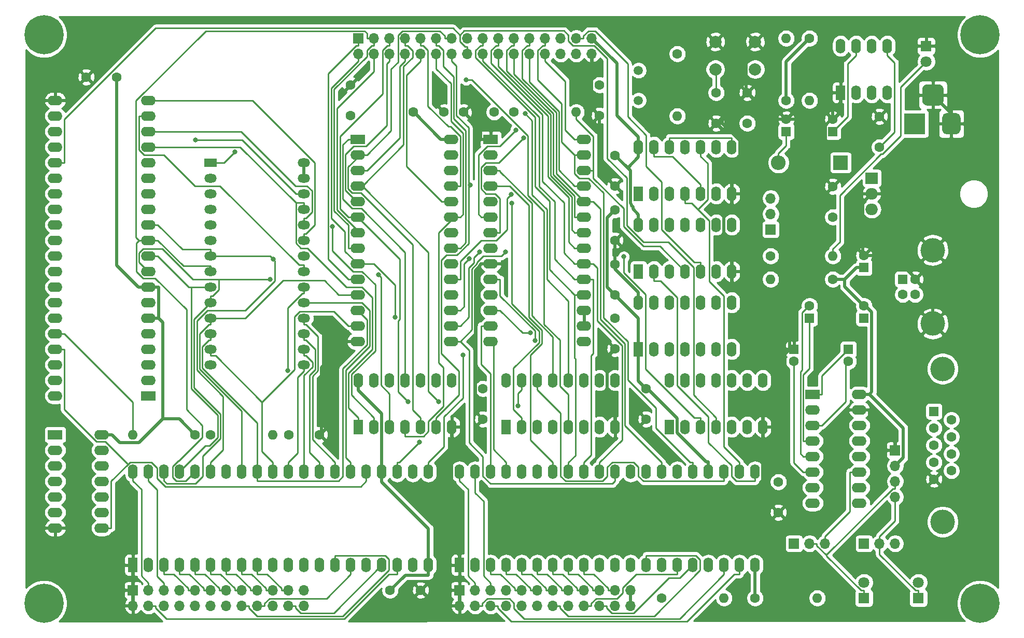
<source format=gbl>
G04 #@! TF.GenerationSoftware,KiCad,Pcbnew,(5.1.10)-1*
G04 #@! TF.CreationDate,2021-10-19T19:54:43+02:00*
G04 #@! TF.ProjectId,6502-cent1,36353032-2d63-4656-9e74-312e6b696361,rev?*
G04 #@! TF.SameCoordinates,Original*
G04 #@! TF.FileFunction,Copper,L2,Bot*
G04 #@! TF.FilePolarity,Positive*
%FSLAX46Y46*%
G04 Gerber Fmt 4.6, Leading zero omitted, Abs format (unit mm)*
G04 Created by KiCad (PCBNEW (5.1.10)-1) date 2021-10-19 19:54:43*
%MOMM*%
%LPD*%
G01*
G04 APERTURE LIST*
G04 #@! TA.AperFunction,ComponentPad*
%ADD10R,3.500000X3.500000*%
G04 #@! TD*
G04 #@! TA.AperFunction,ComponentPad*
%ADD11C,1.600000*%
G04 #@! TD*
G04 #@! TA.AperFunction,ComponentPad*
%ADD12O,1.600000X1.600000*%
G04 #@! TD*
G04 #@! TA.AperFunction,ComponentPad*
%ADD13R,1.700000X1.700000*%
G04 #@! TD*
G04 #@! TA.AperFunction,ComponentPad*
%ADD14O,1.700000X1.700000*%
G04 #@! TD*
G04 #@! TA.AperFunction,ComponentPad*
%ADD15C,0.800000*%
G04 #@! TD*
G04 #@! TA.AperFunction,ComponentPad*
%ADD16C,6.400000*%
G04 #@! TD*
G04 #@! TA.AperFunction,ComponentPad*
%ADD17R,1.600000X2.400000*%
G04 #@! TD*
G04 #@! TA.AperFunction,ComponentPad*
%ADD18O,1.600000X2.400000*%
G04 #@! TD*
G04 #@! TA.AperFunction,ComponentPad*
%ADD19C,4.000000*%
G04 #@! TD*
G04 #@! TA.AperFunction,ComponentPad*
%ADD20R,1.600000X1.600000*%
G04 #@! TD*
G04 #@! TA.AperFunction,ComponentPad*
%ADD21O,2.000000X1.440000*%
G04 #@! TD*
G04 #@! TA.AperFunction,ComponentPad*
%ADD22R,2.000000X1.440000*%
G04 #@! TD*
G04 #@! TA.AperFunction,ComponentPad*
%ADD23C,1.500000*%
G04 #@! TD*
G04 #@! TA.AperFunction,ComponentPad*
%ADD24O,2.400000X1.600000*%
G04 #@! TD*
G04 #@! TA.AperFunction,ComponentPad*
%ADD25R,2.400000X1.600000*%
G04 #@! TD*
G04 #@! TA.AperFunction,ComponentPad*
%ADD26O,2.000000X1.905000*%
G04 #@! TD*
G04 #@! TA.AperFunction,ComponentPad*
%ADD27R,2.000000X1.905000*%
G04 #@! TD*
G04 #@! TA.AperFunction,ComponentPad*
%ADD28C,2.000000*%
G04 #@! TD*
G04 #@! TA.AperFunction,ComponentPad*
%ADD29C,1.800000*%
G04 #@! TD*
G04 #@! TA.AperFunction,ComponentPad*
%ADD30R,1.800000X1.800000*%
G04 #@! TD*
G04 #@! TA.AperFunction,ComponentPad*
%ADD31O,2.400000X2.400000*%
G04 #@! TD*
G04 #@! TA.AperFunction,ComponentPad*
%ADD32R,2.400000X2.400000*%
G04 #@! TD*
G04 #@! TA.AperFunction,ViaPad*
%ADD33C,0.800000*%
G04 #@! TD*
G04 #@! TA.AperFunction,Conductor*
%ADD34C,0.500000*%
G04 #@! TD*
G04 #@! TA.AperFunction,Conductor*
%ADD35C,0.250000*%
G04 #@! TD*
G04 #@! TA.AperFunction,Conductor*
%ADD36C,0.254000*%
G04 #@! TD*
G04 #@! TA.AperFunction,Conductor*
%ADD37C,0.100000*%
G04 #@! TD*
G04 APERTURE END LIST*
G04 #@! TA.AperFunction,ComponentPad*
G36*
G01*
X170485000Y-32525000D02*
X170485000Y-34275000D01*
G75*
G02*
X169610000Y-35150000I-875000J0D01*
G01*
X167860000Y-35150000D01*
G75*
G02*
X166985000Y-34275000I0J875000D01*
G01*
X166985000Y-32525000D01*
G75*
G02*
X167860000Y-31650000I875000J0D01*
G01*
X169610000Y-31650000D01*
G75*
G02*
X170485000Y-32525000I0J-875000D01*
G01*
G37*
G04 #@! TD.AperFunction*
G04 #@! TA.AperFunction,ComponentPad*
G36*
G01*
X173235000Y-37100000D02*
X173235000Y-39100000D01*
G75*
G02*
X172485000Y-39850000I-750000J0D01*
G01*
X170985000Y-39850000D01*
G75*
G02*
X170235000Y-39100000I0J750000D01*
G01*
X170235000Y-37100000D01*
G75*
G02*
X170985000Y-36350000I750000J0D01*
G01*
X172485000Y-36350000D01*
G75*
G02*
X173235000Y-37100000I0J-750000D01*
G01*
G37*
G04 #@! TD.AperFunction*
D10*
X165735000Y-38100000D03*
D11*
X160020000Y-36910000D03*
X160020000Y-41910000D03*
D12*
X110490000Y-36195000D03*
D11*
X100330000Y-36195000D03*
X152400000Y-48340000D03*
X152400000Y-53340000D03*
D13*
X146050000Y-106680000D03*
D14*
X148590000Y-106680000D03*
X151130000Y-106680000D03*
D15*
X178127056Y-114732944D03*
X176430000Y-114030000D03*
X174732944Y-114732944D03*
X174030000Y-116430000D03*
X174732944Y-118127056D03*
X176430000Y-118830000D03*
X178127056Y-118127056D03*
X178830000Y-116430000D03*
D16*
X176430000Y-116430000D03*
D15*
X25267056Y-114732944D03*
X23570000Y-114030000D03*
X21872944Y-114732944D03*
X21170000Y-116430000D03*
X21872944Y-118127056D03*
X23570000Y-118830000D03*
X25267056Y-118127056D03*
X25970000Y-116430000D03*
D16*
X23570000Y-116430000D03*
D15*
X178127056Y-21872944D03*
X176430000Y-21170000D03*
X174732944Y-21872944D03*
X174030000Y-23570000D03*
X174732944Y-25267056D03*
X176430000Y-25970000D03*
X178127056Y-25267056D03*
X178830000Y-23570000D03*
D16*
X176430000Y-23570000D03*
D15*
X25267056Y-21872944D03*
X23570000Y-21170000D03*
X21872944Y-21872944D03*
X21170000Y-23570000D03*
X21872944Y-25267056D03*
X23570000Y-25970000D03*
X25267056Y-25267056D03*
X25970000Y-23570000D03*
D16*
X23570000Y-23570000D03*
D14*
X162560000Y-99060000D03*
X162560000Y-96520000D03*
X162560000Y-93980000D03*
D13*
X162560000Y-91440000D03*
D17*
X38100000Y-110175000D03*
D18*
X86360000Y-94935000D03*
X40640000Y-110175000D03*
X83820000Y-94935000D03*
X43180000Y-110175000D03*
X81280000Y-94935000D03*
X45720000Y-110175000D03*
X78740000Y-94935000D03*
X48260000Y-110175000D03*
X76200000Y-94935000D03*
X50800000Y-110175000D03*
X73660000Y-94935000D03*
X53340000Y-110175000D03*
X71120000Y-94935000D03*
X55880000Y-110175000D03*
X68580000Y-94935000D03*
X58420000Y-110175000D03*
X66040000Y-94935000D03*
X60960000Y-110175000D03*
X63500000Y-94935000D03*
X63500000Y-110175000D03*
X60960000Y-94935000D03*
X66040000Y-110175000D03*
X58420000Y-94935000D03*
X68580000Y-110175000D03*
X55880000Y-94935000D03*
X71120000Y-110175000D03*
X53340000Y-94935000D03*
X73660000Y-110175000D03*
X50800000Y-94935000D03*
X76200000Y-110175000D03*
X48260000Y-94935000D03*
X78740000Y-110175000D03*
X45720000Y-94935000D03*
X81280000Y-110175000D03*
X43180000Y-94935000D03*
X83820000Y-110175000D03*
X40640000Y-94935000D03*
X86360000Y-110175000D03*
X38100000Y-94935000D03*
D13*
X38100000Y-114300000D03*
D14*
X38100000Y-116840000D03*
X40640000Y-114300000D03*
X40640000Y-116840000D03*
X43180000Y-114300000D03*
X43180000Y-116840000D03*
X45720000Y-114300000D03*
X45720000Y-116840000D03*
X48260000Y-114300000D03*
X48260000Y-116840000D03*
X50800000Y-114300000D03*
X50800000Y-116840000D03*
X53340000Y-114300000D03*
X53340000Y-116840000D03*
X55880000Y-114300000D03*
X55880000Y-116840000D03*
X58420000Y-114300000D03*
X58420000Y-116840000D03*
X60960000Y-114300000D03*
X60960000Y-116840000D03*
X63500000Y-114300000D03*
X63500000Y-116840000D03*
X66040000Y-114300000D03*
X66040000Y-116840000D03*
D19*
X170330000Y-78130000D03*
X170330000Y-103130000D03*
D11*
X171750000Y-94785000D03*
X171750000Y-92015000D03*
X171750000Y-89245000D03*
X171750000Y-86475000D03*
X168910000Y-96170000D03*
X168910000Y-93400000D03*
X168910000Y-90630000D03*
X168910000Y-87860000D03*
D20*
X168910000Y-85090000D03*
D18*
X153670000Y-25400000D03*
X161290000Y-33020000D03*
X156210000Y-25400000D03*
X158750000Y-33020000D03*
X158750000Y-25400000D03*
X156210000Y-33020000D03*
X161290000Y-25400000D03*
D17*
X153670000Y-33020000D03*
D21*
X66040000Y-77470000D03*
X50800000Y-77470000D03*
X66040000Y-74930000D03*
X50800000Y-74930000D03*
X66040000Y-72390000D03*
X50800000Y-72390000D03*
X66040000Y-69850000D03*
X50800000Y-69850000D03*
X66040000Y-67310000D03*
X50800000Y-67310000D03*
X66040000Y-64770000D03*
X50800000Y-64770000D03*
X66040000Y-62230000D03*
X50800000Y-62230000D03*
X66040000Y-59690000D03*
X50800000Y-59690000D03*
X66040000Y-57150000D03*
X50800000Y-57150000D03*
X66040000Y-54610000D03*
X50800000Y-54610000D03*
X66040000Y-52070000D03*
X50800000Y-52070000D03*
X66040000Y-49530000D03*
X50800000Y-49530000D03*
X66040000Y-46990000D03*
X50800000Y-46990000D03*
X66040000Y-44450000D03*
D22*
X50800000Y-44450000D03*
D23*
X120650000Y-29390000D03*
X120650000Y-34290000D03*
D24*
X33020000Y-88900000D03*
X25400000Y-104140000D03*
X33020000Y-91440000D03*
X25400000Y-101600000D03*
X33020000Y-93980000D03*
X25400000Y-99060000D03*
X33020000Y-96520000D03*
X25400000Y-96520000D03*
X33020000Y-99060000D03*
X25400000Y-93980000D03*
X33020000Y-101600000D03*
X25400000Y-91440000D03*
X33020000Y-104140000D03*
D25*
X25400000Y-88900000D03*
D24*
X111760000Y-40640000D03*
X96520000Y-73660000D03*
X111760000Y-43180000D03*
X96520000Y-71120000D03*
X111760000Y-45720000D03*
X96520000Y-68580000D03*
X111760000Y-48260000D03*
X96520000Y-66040000D03*
X111760000Y-50800000D03*
X96520000Y-63500000D03*
X111760000Y-53340000D03*
X96520000Y-60960000D03*
X111760000Y-55880000D03*
X96520000Y-58420000D03*
X111760000Y-58420000D03*
X96520000Y-55880000D03*
X111760000Y-60960000D03*
X96520000Y-53340000D03*
X111760000Y-63500000D03*
X96520000Y-50800000D03*
X111760000Y-66040000D03*
X96520000Y-48260000D03*
X111760000Y-68580000D03*
X96520000Y-45720000D03*
X111760000Y-71120000D03*
X96520000Y-43180000D03*
X111760000Y-73660000D03*
D25*
X96520000Y-40640000D03*
D24*
X156718000Y-82296000D03*
X149098000Y-100076000D03*
X156718000Y-84836000D03*
X149098000Y-97536000D03*
X156718000Y-87376000D03*
X149098000Y-94996000D03*
X156718000Y-89916000D03*
X149098000Y-92456000D03*
X156718000Y-92456000D03*
X149098000Y-89916000D03*
X156718000Y-94996000D03*
X149098000Y-87376000D03*
X156718000Y-97536000D03*
X149098000Y-84836000D03*
X156718000Y-100076000D03*
D25*
X149098000Y-82296000D03*
D18*
X120650000Y-67310000D03*
X135890000Y-74930000D03*
X123190000Y-67310000D03*
X133350000Y-74930000D03*
X125730000Y-67310000D03*
X130810000Y-74930000D03*
X128270000Y-67310000D03*
X128270000Y-74930000D03*
X130810000Y-67310000D03*
X125730000Y-74930000D03*
X133350000Y-67310000D03*
X123190000Y-74930000D03*
X135890000Y-67310000D03*
D17*
X120650000Y-74930000D03*
X91440000Y-110175000D03*
D18*
X139700000Y-94935000D03*
X93980000Y-110175000D03*
X137160000Y-94935000D03*
X96520000Y-110175000D03*
X134620000Y-94935000D03*
X99060000Y-110175000D03*
X132080000Y-94935000D03*
X101600000Y-110175000D03*
X129540000Y-94935000D03*
X104140000Y-110175000D03*
X127000000Y-94935000D03*
X106680000Y-110175000D03*
X124460000Y-94935000D03*
X109220000Y-110175000D03*
X121920000Y-94935000D03*
X111760000Y-110175000D03*
X119380000Y-94935000D03*
X114300000Y-110175000D03*
X116840000Y-94935000D03*
X116840000Y-110175000D03*
X114300000Y-94935000D03*
X119380000Y-110175000D03*
X111760000Y-94935000D03*
X121920000Y-110175000D03*
X109220000Y-94935000D03*
X124460000Y-110175000D03*
X106680000Y-94935000D03*
X127000000Y-110175000D03*
X104140000Y-94935000D03*
X129540000Y-110175000D03*
X101600000Y-94935000D03*
X132080000Y-110175000D03*
X99060000Y-94935000D03*
X134620000Y-110175000D03*
X96520000Y-94935000D03*
X137160000Y-110175000D03*
X93980000Y-94935000D03*
X139700000Y-110175000D03*
X91440000Y-94935000D03*
X99060000Y-80010000D03*
X116840000Y-87630000D03*
X101600000Y-80010000D03*
X114300000Y-87630000D03*
X104140000Y-80010000D03*
X111760000Y-87630000D03*
X106680000Y-80010000D03*
X109220000Y-87630000D03*
X109220000Y-80010000D03*
X106680000Y-87630000D03*
X111760000Y-80010000D03*
X104140000Y-87630000D03*
X114300000Y-80010000D03*
X101600000Y-87630000D03*
X116840000Y-80010000D03*
D17*
X99060000Y-87630000D03*
D18*
X120650000Y-54610000D03*
X135890000Y-62230000D03*
X123190000Y-54610000D03*
X133350000Y-62230000D03*
X125730000Y-54610000D03*
X130810000Y-62230000D03*
X128270000Y-54610000D03*
X128270000Y-62230000D03*
X130810000Y-54610000D03*
X125730000Y-62230000D03*
X133350000Y-54610000D03*
X123190000Y-62230000D03*
X135890000Y-54610000D03*
D17*
X120650000Y-62230000D03*
D18*
X74930000Y-80010000D03*
X90170000Y-87630000D03*
X77470000Y-80010000D03*
X87630000Y-87630000D03*
X80010000Y-80010000D03*
X85090000Y-87630000D03*
X82550000Y-80010000D03*
X82550000Y-87630000D03*
X85090000Y-80010000D03*
X80010000Y-87630000D03*
X87630000Y-80010000D03*
X77470000Y-87630000D03*
X90170000Y-80010000D03*
D17*
X74930000Y-87630000D03*
X125730000Y-87630000D03*
D18*
X140970000Y-80010000D03*
X128270000Y-87630000D03*
X138430000Y-80010000D03*
X130810000Y-87630000D03*
X135890000Y-80010000D03*
X133350000Y-87630000D03*
X133350000Y-80010000D03*
X135890000Y-87630000D03*
X130810000Y-80010000D03*
X138430000Y-87630000D03*
X128270000Y-80010000D03*
X140970000Y-87630000D03*
X125730000Y-80010000D03*
X120650000Y-41910000D03*
X135890000Y-49530000D03*
X123190000Y-41910000D03*
X133350000Y-49530000D03*
X125730000Y-41910000D03*
X130810000Y-49530000D03*
X128270000Y-41910000D03*
X128270000Y-49530000D03*
X130810000Y-41910000D03*
X125730000Y-49530000D03*
X133350000Y-41910000D03*
X123190000Y-49530000D03*
X135890000Y-41910000D03*
D17*
X120650000Y-49530000D03*
D24*
X25400000Y-82550000D03*
X40640000Y-34290000D03*
X25400000Y-80010000D03*
X40640000Y-36830000D03*
X25400000Y-77470000D03*
X40640000Y-39370000D03*
X25400000Y-74930000D03*
X40640000Y-41910000D03*
X25400000Y-72390000D03*
X40640000Y-44450000D03*
X25400000Y-69850000D03*
X40640000Y-46990000D03*
X25400000Y-67310000D03*
X40640000Y-49530000D03*
X25400000Y-64770000D03*
X40640000Y-52070000D03*
X25400000Y-62230000D03*
X40640000Y-54610000D03*
X25400000Y-59690000D03*
X40640000Y-57150000D03*
X25400000Y-57150000D03*
X40640000Y-59690000D03*
X25400000Y-54610000D03*
X40640000Y-62230000D03*
X25400000Y-52070000D03*
X40640000Y-64770000D03*
X25400000Y-49530000D03*
X40640000Y-67310000D03*
X25400000Y-46990000D03*
X40640000Y-69850000D03*
X25400000Y-44450000D03*
X40640000Y-72390000D03*
X25400000Y-41910000D03*
X40640000Y-74930000D03*
X25400000Y-39370000D03*
X40640000Y-77470000D03*
X25400000Y-36830000D03*
X40640000Y-80010000D03*
X25400000Y-34290000D03*
D25*
X40640000Y-82550000D03*
D24*
X90010000Y-40640000D03*
X74770000Y-73660000D03*
X90010000Y-43180000D03*
X74770000Y-71120000D03*
X90010000Y-45720000D03*
X74770000Y-68580000D03*
X90010000Y-48260000D03*
X74770000Y-66040000D03*
X90010000Y-50800000D03*
X74770000Y-63500000D03*
X90010000Y-53340000D03*
X74770000Y-60960000D03*
X90010000Y-55880000D03*
X74770000Y-58420000D03*
X90010000Y-58420000D03*
X74770000Y-55880000D03*
X90010000Y-60960000D03*
X74770000Y-53340000D03*
X90010000Y-63500000D03*
X74770000Y-50800000D03*
X90010000Y-66040000D03*
X74770000Y-48260000D03*
X90010000Y-68580000D03*
X74770000Y-45720000D03*
X90010000Y-71120000D03*
X74770000Y-43180000D03*
X90010000Y-73660000D03*
D25*
X74770000Y-40640000D03*
D26*
X158750000Y-52070000D03*
X158750000Y-49530000D03*
D27*
X158750000Y-46990000D03*
D28*
X133200000Y-29210000D03*
X133200000Y-24710000D03*
X139700000Y-29210000D03*
X139700000Y-24710000D03*
D12*
X149860000Y-115570000D03*
D11*
X139700000Y-115570000D03*
D12*
X134620000Y-115570000D03*
D11*
X124460000Y-115570000D03*
D12*
X127000000Y-36830000D03*
D11*
X127000000Y-26670000D03*
X152400000Y-63500000D03*
D12*
X142240000Y-63500000D03*
X60960000Y-88900000D03*
D11*
X50800000Y-88900000D03*
D12*
X38100000Y-88900000D03*
D11*
X48260000Y-88900000D03*
D12*
X144780000Y-24130000D03*
D11*
X144780000Y-34290000D03*
D12*
X148590000Y-34290000D03*
D11*
X148590000Y-24130000D03*
D12*
X152400000Y-59690000D03*
D11*
X142240000Y-59690000D03*
D13*
X157480000Y-106680000D03*
D14*
X160020000Y-106680000D03*
X162560000Y-106680000D03*
X142240000Y-50292000D03*
X142240000Y-52832000D03*
D13*
X142240000Y-55372000D03*
D19*
X168690000Y-58750000D03*
X168690000Y-70750000D03*
D11*
X165830000Y-63500000D03*
X165830000Y-66000000D03*
X163830000Y-66000000D03*
D20*
X163830000Y-63500000D03*
D13*
X91440000Y-114300000D03*
D14*
X91440000Y-116840000D03*
X93980000Y-114300000D03*
X93980000Y-116840000D03*
X96520000Y-114300000D03*
X96520000Y-116840000D03*
X99060000Y-114300000D03*
X99060000Y-116840000D03*
X101600000Y-114300000D03*
X101600000Y-116840000D03*
X104140000Y-114300000D03*
X104140000Y-116840000D03*
X106680000Y-114300000D03*
X106680000Y-116840000D03*
X109220000Y-114300000D03*
X109220000Y-116840000D03*
X111760000Y-114300000D03*
X111760000Y-116840000D03*
X114300000Y-114300000D03*
X114300000Y-116840000D03*
X116840000Y-114300000D03*
X116840000Y-116840000D03*
X119380000Y-114300000D03*
X119380000Y-116840000D03*
X113030000Y-26670000D03*
X113030000Y-24130000D03*
X110490000Y-26670000D03*
X110490000Y-24130000D03*
X107950000Y-26670000D03*
X107950000Y-24130000D03*
X105410000Y-26670000D03*
X105410000Y-24130000D03*
X102870000Y-26670000D03*
X102870000Y-24130000D03*
X100330000Y-26670000D03*
X100330000Y-24130000D03*
X97790000Y-26670000D03*
X97790000Y-24130000D03*
X95250000Y-26670000D03*
X95250000Y-24130000D03*
X92710000Y-26670000D03*
X92710000Y-24130000D03*
X90170000Y-26670000D03*
X90170000Y-24130000D03*
X87630000Y-26670000D03*
X87630000Y-24130000D03*
X85090000Y-26670000D03*
X85090000Y-24130000D03*
X82550000Y-26670000D03*
X82550000Y-24130000D03*
X80010000Y-26670000D03*
X80010000Y-24130000D03*
X77470000Y-26670000D03*
X77470000Y-24130000D03*
X74930000Y-26670000D03*
D13*
X74930000Y-24130000D03*
D29*
X166370000Y-113030000D03*
D30*
X166370000Y-115570000D03*
D29*
X157480000Y-113030000D03*
D30*
X157480000Y-115570000D03*
X167640000Y-25400000D03*
D29*
X167640000Y-27940000D03*
D31*
X143510000Y-44450000D03*
D32*
X153670000Y-44450000D03*
D11*
X116840000Y-61040000D03*
X116840000Y-66040000D03*
X116840000Y-74850000D03*
X116840000Y-69850000D03*
X114300000Y-36750000D03*
X114300000Y-31750000D03*
X146050000Y-76930000D03*
D20*
X146050000Y-74930000D03*
D11*
X157480000Y-67850000D03*
D20*
X157480000Y-69850000D03*
D11*
X97075000Y-36195000D03*
X92075000Y-36195000D03*
X148590000Y-67850000D03*
D20*
X148590000Y-69850000D03*
D11*
X154940000Y-76930000D03*
D20*
X154940000Y-74930000D03*
D11*
X157480000Y-59595000D03*
D20*
X157480000Y-61595000D03*
D11*
X143510000Y-96600000D03*
X143510000Y-101600000D03*
X85090000Y-114300000D03*
X80090000Y-114300000D03*
X95250000Y-81360000D03*
X95250000Y-86360000D03*
X116840000Y-52150000D03*
X116840000Y-57150000D03*
X63580000Y-88900000D03*
X68580000Y-88900000D03*
X121920000Y-81360000D03*
X121920000Y-86360000D03*
X116840000Y-43260000D03*
X116840000Y-48260000D03*
X83900000Y-36195000D03*
X88900000Y-36195000D03*
X73660000Y-36750000D03*
X73660000Y-31750000D03*
X35480000Y-30480000D03*
X30480000Y-30480000D03*
X152400000Y-37370000D03*
D20*
X152400000Y-39370000D03*
D11*
X133350000Y-38020000D03*
X133350000Y-33020000D03*
X138430000Y-38020000D03*
X138430000Y-33020000D03*
X144780000Y-37370000D03*
D20*
X144780000Y-39370000D03*
D33*
X100610500Y-39125300D03*
X103727400Y-73515700D03*
X103028600Y-72229800D03*
X102140000Y-36447700D03*
X99875000Y-49627100D03*
X92969900Y-60169400D03*
X94705900Y-59029500D03*
X98939000Y-59070400D03*
X54775700Y-42661900D03*
X93163200Y-48076300D03*
X48317300Y-40784600D03*
X78188600Y-62762500D03*
X70676400Y-54874800D03*
X92491500Y-30920200D03*
X88024900Y-83481700D03*
X99960900Y-51091900D03*
X83053300Y-83535800D03*
X60997900Y-60196000D03*
X80937700Y-69742400D03*
X60497800Y-63500000D03*
X118259500Y-59834700D03*
X63340900Y-78400600D03*
X91986500Y-75886000D03*
X84852500Y-90139800D03*
X100972400Y-84207000D03*
X101875500Y-40435600D03*
D34*
X95250000Y-86360000D02*
X93999600Y-85109600D01*
X93999600Y-85109600D02*
X93999600Y-62048600D01*
X93999600Y-62048600D02*
X94869700Y-61178500D01*
X94869700Y-61178500D02*
X94869700Y-60960000D01*
X116840000Y-61040000D02*
X116840000Y-57150000D01*
X120650000Y-65659700D02*
X116840000Y-61849700D01*
X116840000Y-61849700D02*
X116840000Y-61040000D01*
X116840000Y-87630000D02*
X116840000Y-85979700D01*
X116840000Y-74850000D02*
X115570100Y-76119900D01*
X115570100Y-76119900D02*
X115570100Y-84709800D01*
X115570100Y-84709800D02*
X116840000Y-85979700D01*
X135890000Y-62230000D02*
X135890000Y-63880300D01*
X145296300Y-74930000D02*
X145296300Y-73286600D01*
X145296300Y-73286600D02*
X135890000Y-63880300D01*
X145296300Y-74930000D02*
X144542500Y-75683800D01*
X144542500Y-75683800D02*
X144542500Y-82405700D01*
X144542500Y-82405700D02*
X140970000Y-85978200D01*
X140970000Y-85978200D02*
X140970000Y-85979700D01*
X146050000Y-74930000D02*
X145296300Y-74930000D01*
X138430000Y-33020000D02*
X134370200Y-37079800D01*
X134370200Y-37079800D02*
X134370200Y-38020000D01*
X138430000Y-33020000D02*
X138248500Y-32838500D01*
X138248500Y-32838500D02*
X138248500Y-26161500D01*
X134370200Y-38020000D02*
X133350000Y-38020000D01*
X135890000Y-47879700D02*
X137179600Y-46590100D01*
X137179600Y-46590100D02*
X137179600Y-40829400D01*
X137179600Y-40829400D02*
X134370200Y-38020000D01*
X144780000Y-37370000D02*
X142780000Y-37370000D01*
X142780000Y-37370000D02*
X138430000Y-33020000D01*
X151149600Y-38369900D02*
X150149700Y-37370000D01*
X150149700Y-37370000D02*
X144780000Y-37370000D01*
X135890000Y-49530000D02*
X135890000Y-47879700D01*
X135890000Y-50355100D02*
X135890000Y-49530000D01*
X135890000Y-50355100D02*
X135890000Y-51180300D01*
X151149600Y-38369900D02*
X152149500Y-37370000D01*
X152149500Y-37370000D02*
X152400000Y-37370000D01*
X152400000Y-48340000D02*
X151149600Y-47089600D01*
X151149600Y-47089600D02*
X151149600Y-38369900D01*
X116840000Y-48260000D02*
X114300000Y-45720000D01*
X114300000Y-45720000D02*
X114300000Y-36750000D01*
X91440000Y-110175000D02*
X91440000Y-108524700D01*
X91440000Y-108524700D02*
X90170000Y-107254700D01*
X90170000Y-107254700D02*
X90170000Y-87630000D01*
X38100000Y-114300000D02*
X38100000Y-110175000D01*
X38100000Y-116840000D02*
X38100000Y-114300000D01*
X114300000Y-36750000D02*
X113030000Y-35480000D01*
X113030000Y-35480000D02*
X113030000Y-26670000D01*
X96520000Y-60960000D02*
X94869700Y-60960000D01*
X138248500Y-26161500D02*
X139700000Y-24710000D01*
X133200000Y-24710000D02*
X134651500Y-26161500D01*
X134651500Y-26161500D02*
X138248500Y-26161500D01*
X165017800Y-62422200D02*
X162190600Y-59595000D01*
X162190600Y-59595000D02*
X157480000Y-59595000D01*
X165830000Y-63500000D02*
X165830000Y-63234400D01*
X165830000Y-63234400D02*
X165017800Y-62422200D01*
X165017800Y-62422200D02*
X168690000Y-58750000D01*
X158750000Y-49530000D02*
X157296100Y-50983900D01*
X157296100Y-50983900D02*
X157296100Y-59411100D01*
X157296100Y-59411100D02*
X157480000Y-59595000D01*
X135890000Y-62230000D02*
X135890000Y-60579700D01*
X135890000Y-60579700D02*
X134620100Y-59309800D01*
X134620100Y-59309800D02*
X134620100Y-52450200D01*
X134620100Y-52450200D02*
X135890000Y-51180300D01*
X153670000Y-33020000D02*
X153670000Y-34670300D01*
X152400000Y-37370000D02*
X152400000Y-35940300D01*
X152400000Y-35940300D02*
X153670000Y-34670300D01*
X120650000Y-67310000D02*
X120650000Y-65659700D01*
X96520000Y-40640000D02*
X94869700Y-40640000D01*
X94869700Y-40640000D02*
X94869700Y-38989700D01*
X94869700Y-38989700D02*
X92075000Y-36195000D01*
X171735000Y-38100000D02*
X171735000Y-36400000D01*
X171735000Y-36400000D02*
X168735000Y-33400000D01*
X91440000Y-116840000D02*
X91440000Y-114300000D01*
X68580000Y-88900000D02*
X68885000Y-88595000D01*
X68885000Y-88595000D02*
X68885000Y-77894700D01*
X68885000Y-77894700D02*
X73119700Y-73660000D01*
X162560000Y-91440000D02*
X162560000Y-90139700D01*
X156718000Y-84836000D02*
X158368300Y-84836000D01*
X158368300Y-84836000D02*
X158368300Y-85948000D01*
X158368300Y-85948000D02*
X162560000Y-90139700D01*
X143510000Y-101600000D02*
X140970000Y-99060000D01*
X140970000Y-99060000D02*
X140970000Y-87630000D01*
X168690000Y-70750000D02*
X168690000Y-66360000D01*
X168690000Y-66360000D02*
X165830000Y-63500000D01*
X74770000Y-73660000D02*
X73119700Y-73660000D01*
X140970000Y-87630000D02*
X140970000Y-85979700D01*
D35*
X143510000Y-44450000D02*
X143510000Y-42924700D01*
X144780000Y-39370000D02*
X144780000Y-41654700D01*
X144780000Y-41654700D02*
X143510000Y-42924700D01*
D34*
X154324700Y-63500000D02*
X156229700Y-61595000D01*
X152400000Y-63500000D02*
X154324700Y-63500000D01*
X154324700Y-63500000D02*
X154324700Y-64694700D01*
X154324700Y-64694700D02*
X157480000Y-67850000D01*
X157480000Y-61595000D02*
X156229700Y-61595000D01*
X119380000Y-116840000D02*
X119380000Y-114300000D01*
X121920000Y-81360000D02*
X120650000Y-80090000D01*
X120650000Y-80090000D02*
X120650000Y-74930000D01*
X121920000Y-81360000D02*
X122105800Y-81360000D01*
X122105800Y-81360000D02*
X126980400Y-86234600D01*
X126980400Y-86234600D02*
X126980400Y-88573600D01*
X126980400Y-88573600D02*
X131691500Y-93284700D01*
X131691500Y-93284700D02*
X132080000Y-93284700D01*
X40640000Y-64770000D02*
X42290300Y-64770000D01*
X42290200Y-69850000D02*
X42290300Y-69849900D01*
X42290300Y-69849900D02*
X42290300Y-64770000D01*
X42290200Y-69850000D02*
X43010000Y-70569800D01*
X43010000Y-70569800D02*
X43010000Y-86289200D01*
X42115200Y-69850000D02*
X42290200Y-69850000D01*
X40640000Y-64770000D02*
X38989700Y-64770000D01*
X38989700Y-64770000D02*
X35480000Y-61260300D01*
X35480000Y-61260300D02*
X35480000Y-30480000D01*
X139700000Y-110175000D02*
X139700000Y-115570000D01*
X116840000Y-52150000D02*
X115562000Y-53428000D01*
X115562000Y-53428000D02*
X115562000Y-64762000D01*
X115562000Y-64762000D02*
X116840000Y-66040000D01*
X116840000Y-66040000D02*
X120650000Y-69850000D01*
X120650000Y-69850000D02*
X120650000Y-74930000D01*
X120650000Y-52959700D02*
X119738100Y-52047800D01*
X119738100Y-52047800D02*
X119738100Y-51652400D01*
X119738100Y-51652400D02*
X119551500Y-51465800D01*
X119551500Y-51465800D02*
X119551500Y-51312700D01*
X119551500Y-51312700D02*
X119343200Y-51104400D01*
X119343200Y-51104400D02*
X119343200Y-45763200D01*
X119343200Y-45763200D02*
X118895200Y-45315100D01*
X43010000Y-86289200D02*
X39110700Y-90188500D01*
X39110700Y-90188500D02*
X35958800Y-90188500D01*
X35958800Y-90188500D02*
X34670300Y-88900000D01*
X48260000Y-88900000D02*
X45649200Y-86289200D01*
X45649200Y-86289200D02*
X43010000Y-86289200D01*
X40640000Y-69850000D02*
X42115200Y-69850000D01*
X86360000Y-110175000D02*
X86360000Y-111825300D01*
X80090000Y-114300000D02*
X82564700Y-111825300D01*
X82564700Y-111825300D02*
X86360000Y-111825300D01*
X132080000Y-94935000D02*
X132080000Y-93284700D01*
X118895200Y-45315100D02*
X116840000Y-43260000D01*
X118895200Y-45315100D02*
X120650000Y-43560300D01*
X120650000Y-41910000D02*
X120650000Y-43560300D01*
X120650000Y-54610000D02*
X120650000Y-52959700D01*
X120650000Y-41910000D02*
X120650000Y-40259700D01*
X120650000Y-40259700D02*
X117129700Y-36739400D01*
X117129700Y-36739400D02*
X117129700Y-28229700D01*
X117129700Y-28229700D02*
X113030000Y-24130000D01*
X158368300Y-82296000D02*
X163860400Y-87788100D01*
X163860400Y-87788100D02*
X163860400Y-92679600D01*
X163860400Y-92679600D02*
X162560000Y-93980000D01*
X157480000Y-67850000D02*
X157736500Y-67850000D01*
X157736500Y-67850000D02*
X158738500Y-68852000D01*
X158738500Y-68852000D02*
X158738500Y-81925800D01*
X158738500Y-81925800D02*
X158368300Y-82296000D01*
X156718000Y-82296000D02*
X158368300Y-82296000D01*
X90010000Y-40640000D02*
X88359700Y-40640000D01*
X88359700Y-40640000D02*
X83914700Y-36195000D01*
X83914700Y-36195000D02*
X83900000Y-36195000D01*
X78740000Y-94935000D02*
X78740000Y-96585300D01*
X78740000Y-96585300D02*
X86360000Y-104205300D01*
X86360000Y-104205300D02*
X86360000Y-110175000D01*
X74930000Y-81660300D02*
X78740000Y-85470300D01*
X78740000Y-85470300D02*
X78740000Y-94935000D01*
X66040000Y-44450000D02*
X66040000Y-46990000D01*
X33020000Y-88900000D02*
X34670300Y-88900000D01*
X74930000Y-80010000D02*
X74930000Y-81660300D01*
X144780000Y-34290000D02*
X144780000Y-27940000D01*
X144780000Y-27940000D02*
X148590000Y-24130000D01*
D35*
X133350000Y-33020000D02*
X133350000Y-29360000D01*
X133350000Y-29360000D02*
X133200000Y-29210000D01*
X161290000Y-25400000D02*
X161290000Y-26925300D01*
X161290000Y-26925300D02*
X162461400Y-28096700D01*
X162461400Y-28096700D02*
X162461400Y-39468600D01*
X162461400Y-39468600D02*
X160020000Y-41910000D01*
X156210000Y-25400000D02*
X156210000Y-26925300D01*
X152400000Y-39370000D02*
X154795400Y-36974600D01*
X154795400Y-36974600D02*
X154795400Y-28339900D01*
X154795400Y-28339900D02*
X156210000Y-26925300D01*
X154940000Y-76930000D02*
X154489700Y-77380300D01*
X154489700Y-77380300D02*
X154489700Y-83509600D01*
X154489700Y-83509600D02*
X150623300Y-87376000D01*
X149098000Y-87376000D02*
X150623300Y-87376000D01*
X149098000Y-82296000D02*
X150623300Y-82296000D01*
X154940000Y-74930000D02*
X150623300Y-79246700D01*
X150623300Y-79246700D02*
X150623300Y-82296000D01*
X149098000Y-92456000D02*
X147572700Y-92456000D01*
X148590000Y-67850000D02*
X148449200Y-67850000D01*
X148449200Y-67850000D02*
X147347600Y-68951600D01*
X147347600Y-68951600D02*
X147347600Y-78374000D01*
X147347600Y-78374000D02*
X147106400Y-78615200D01*
X147106400Y-78615200D02*
X147106400Y-91989700D01*
X147106400Y-91989700D02*
X147572700Y-92456000D01*
X147572700Y-89916000D02*
X147572700Y-79104100D01*
X147572700Y-79104100D02*
X148590000Y-78086800D01*
X148590000Y-78086800D02*
X148590000Y-70975300D01*
X149098000Y-89916000D02*
X147572700Y-89916000D01*
X148590000Y-69850000D02*
X148590000Y-70975300D01*
X147572700Y-94996000D02*
X146050000Y-93473300D01*
X146050000Y-93473300D02*
X146050000Y-76930000D01*
X149098000Y-94996000D02*
X147572700Y-94996000D01*
X94994700Y-53340000D02*
X94494400Y-52839700D01*
X94494400Y-52839700D02*
X94494400Y-43205900D01*
X94494400Y-43205900D02*
X95934900Y-41765400D01*
X95934900Y-41765400D02*
X97970400Y-41765400D01*
X97970400Y-41765400D02*
X100610500Y-39125300D01*
X96520000Y-53340000D02*
X94994700Y-53340000D01*
X152400000Y-59690000D02*
X152400000Y-58564700D01*
X167640000Y-27940000D02*
X163445000Y-32135000D01*
X163445000Y-32135000D02*
X163445000Y-40085600D01*
X163445000Y-40085600D02*
X160495200Y-43035400D01*
X160495200Y-43035400D02*
X160271600Y-43035400D01*
X160271600Y-43035400D02*
X153525300Y-49781700D01*
X153525300Y-49781700D02*
X153525300Y-57439400D01*
X153525300Y-57439400D02*
X152400000Y-58564700D01*
X103727400Y-73515700D02*
X103753900Y-73489200D01*
X103753900Y-73489200D02*
X103753900Y-71929200D01*
X103753900Y-71929200D02*
X98045300Y-66220600D01*
X98045300Y-66220600D02*
X98045300Y-63500000D01*
X96520000Y-63500000D02*
X98045300Y-63500000D01*
X148590000Y-106680000D02*
X149765300Y-106680000D01*
X151361800Y-108495800D02*
X151361800Y-108717200D01*
X151361800Y-108717200D02*
X156989300Y-114344700D01*
X156989300Y-114344700D02*
X157480000Y-114344700D01*
X162560000Y-97695300D02*
X162162300Y-97695300D01*
X162162300Y-97695300D02*
X151361800Y-108495800D01*
X151361800Y-108495800D02*
X151250600Y-108495800D01*
X151250600Y-108495800D02*
X149765300Y-107010500D01*
X149765300Y-107010500D02*
X149765300Y-106680000D01*
X162560000Y-96520000D02*
X162560000Y-97695300D01*
X157480000Y-115570000D02*
X157480000Y-114344700D01*
X98045300Y-68580000D02*
X101695000Y-72229700D01*
X101695000Y-72229700D02*
X103028600Y-72229700D01*
X103028600Y-72229700D02*
X103028600Y-72229800D01*
X96520000Y-68580000D02*
X98045300Y-68580000D01*
X166370000Y-115570000D02*
X166370000Y-114344700D01*
X166370000Y-114344700D02*
X165910500Y-114344700D01*
X165910500Y-114344700D02*
X160020000Y-108454200D01*
X160020000Y-108454200D02*
X160020000Y-106680000D01*
X160020000Y-106680000D02*
X160020000Y-105504700D01*
X162560000Y-99060000D02*
X162560000Y-102964700D01*
X162560000Y-102964700D02*
X160020000Y-105504700D01*
X130810000Y-60704700D02*
X129761400Y-60704700D01*
X129761400Y-60704700D02*
X124460000Y-55403300D01*
X124460000Y-55403300D02*
X124460000Y-47631700D01*
X124460000Y-47631700D02*
X121920000Y-45091700D01*
X121920000Y-45091700D02*
X121920000Y-40007300D01*
X121920000Y-40007300D02*
X118888900Y-36976200D01*
X118888900Y-36976200D02*
X118888900Y-28263100D01*
X118888900Y-28263100D02*
X113566200Y-22940400D01*
X113566200Y-22940400D02*
X112487600Y-22940400D01*
X112487600Y-22940400D02*
X111665300Y-23762700D01*
X111665300Y-23762700D02*
X111665300Y-24130000D01*
X130810000Y-62230000D02*
X130810000Y-60704700D01*
X110490000Y-24130000D02*
X111665300Y-24130000D01*
X98045300Y-48260000D02*
X99603900Y-48260000D01*
X99603900Y-48260000D02*
X102769500Y-51425600D01*
X102769500Y-51425600D02*
X102769500Y-69671000D01*
X102769500Y-69671000D02*
X104903000Y-71804500D01*
X104903000Y-71804500D02*
X104903000Y-74002800D01*
X104903000Y-74002800D02*
X103014500Y-75891300D01*
X103014500Y-75891300D02*
X103014500Y-89744200D01*
X103014500Y-89744200D02*
X106680000Y-93409700D01*
X96520000Y-48260000D02*
X98045300Y-48260000D01*
X106680000Y-94935000D02*
X106680000Y-93409700D01*
X109220000Y-80010000D02*
X109220000Y-67088500D01*
X109220000Y-67088500D02*
X105671100Y-63539600D01*
X105671100Y-63539600D02*
X105671100Y-52129400D01*
X105671100Y-52129400D02*
X103284000Y-49742300D01*
X103284000Y-49742300D02*
X103284000Y-37591700D01*
X103284000Y-37591700D02*
X102140000Y-36447700D01*
X111760000Y-40640000D02*
X110234700Y-40640000D01*
X105410000Y-26670000D02*
X105410000Y-27845300D01*
X105410000Y-27845300D02*
X108716800Y-31152100D01*
X108716800Y-31152100D02*
X108716800Y-39122100D01*
X108716800Y-39122100D02*
X110234700Y-40640000D01*
X130327500Y-52064200D02*
X129318600Y-51055300D01*
X129318600Y-51055300D02*
X128270000Y-51055300D01*
X137160000Y-93409700D02*
X134620000Y-90869700D01*
X134620000Y-90869700D02*
X134620000Y-66253200D01*
X134620000Y-66253200D02*
X132224600Y-63857800D01*
X132224600Y-63857800D02*
X132224600Y-53961300D01*
X132224600Y-53961300D02*
X130327500Y-52064200D01*
X130810000Y-43435300D02*
X131935400Y-44560700D01*
X131935400Y-44560700D02*
X131935400Y-50456300D01*
X131935400Y-50456300D02*
X130327500Y-52064200D01*
X130810000Y-41910000D02*
X130810000Y-43435300D01*
X137160000Y-94935000D02*
X137160000Y-93409700D01*
X128270000Y-49530000D02*
X128270000Y-51055300D01*
X129540000Y-93409700D02*
X129039500Y-93409700D01*
X129039500Y-93409700D02*
X123478100Y-87848300D01*
X123478100Y-87848300D02*
X123478100Y-84509500D01*
X123478100Y-84509500D02*
X118879600Y-79911000D01*
X118879600Y-79911000D02*
X118879600Y-73716700D01*
X118879600Y-73716700D02*
X114911900Y-69749000D01*
X114911900Y-69749000D02*
X114911900Y-49409000D01*
X114911900Y-49409000D02*
X112492900Y-46990000D01*
X112492900Y-46990000D02*
X110988000Y-46990000D01*
X110988000Y-46990000D02*
X110234700Y-46236700D01*
X110234700Y-46236700D02*
X110234700Y-43180000D01*
X110234700Y-43180000D02*
X108107800Y-41053100D01*
X108107800Y-41053100D02*
X108107800Y-34844100D01*
X108107800Y-34844100D02*
X104216000Y-30952300D01*
X104216000Y-30952300D02*
X104216000Y-26132000D01*
X104216000Y-26132000D02*
X105042700Y-25305300D01*
X105042700Y-25305300D02*
X105410000Y-25305300D01*
X37307700Y-93733000D02*
X34545300Y-96495400D01*
X34545300Y-96495400D02*
X34545300Y-104140000D01*
X76200000Y-96460300D02*
X75299100Y-97361200D01*
X75299100Y-97361200D02*
X43375300Y-97361200D01*
X43375300Y-97361200D02*
X42054400Y-96040300D01*
X42054400Y-96040300D02*
X42054400Y-94311000D01*
X42054400Y-94311000D02*
X41125200Y-93381800D01*
X41125200Y-93381800D02*
X37658900Y-93381800D01*
X37658900Y-93381800D02*
X37307700Y-93733000D01*
X26925300Y-74930000D02*
X26925300Y-84798000D01*
X26925300Y-84798000D02*
X32152700Y-90025400D01*
X32152700Y-90025400D02*
X33600100Y-90025400D01*
X33600100Y-90025400D02*
X37307700Y-93733000D01*
X25400000Y-74930000D02*
X26925300Y-74930000D01*
X33020000Y-104140000D02*
X34545300Y-104140000D01*
X76200000Y-94935000D02*
X76200000Y-96460300D01*
X129540000Y-94935000D02*
X129540000Y-93409700D01*
X111760000Y-43180000D02*
X110234700Y-43180000D01*
X105410000Y-24130000D02*
X105410000Y-25305300D01*
X130810000Y-49530000D02*
X130810000Y-48004700D01*
X123190000Y-41910000D02*
X123190000Y-43435300D01*
X123190000Y-43435300D02*
X126240600Y-43435300D01*
X126240600Y-43435300D02*
X130810000Y-48004700D01*
X99875000Y-49627100D02*
X99155100Y-50347000D01*
X99155100Y-50347000D02*
X99155100Y-55420400D01*
X99155100Y-55420400D02*
X97425500Y-57150000D01*
X97425500Y-57150000D02*
X94963600Y-57150000D01*
X94963600Y-57150000D02*
X91535300Y-60578300D01*
X91535300Y-60578300D02*
X91535300Y-63500000D01*
X110234700Y-48260000D02*
X107657400Y-45682700D01*
X107657400Y-45682700D02*
X107657400Y-36071800D01*
X107657400Y-36071800D02*
X102870000Y-31284400D01*
X102870000Y-31284400D02*
X102870000Y-27845300D01*
X90010000Y-63500000D02*
X91535300Y-63500000D01*
X73660000Y-93409700D02*
X72867800Y-92617500D01*
X72867800Y-92617500D02*
X72867800Y-78358200D01*
X72867800Y-78358200D02*
X76755000Y-74471000D01*
X76755000Y-74471000D02*
X76755000Y-68571000D01*
X76755000Y-68571000D02*
X75494000Y-67310000D01*
X75494000Y-67310000D02*
X66040000Y-67310000D01*
X73660000Y-94935000D02*
X73660000Y-93409700D01*
X102870000Y-26670000D02*
X102870000Y-27845300D01*
X111760000Y-48260000D02*
X110234700Y-48260000D01*
X111760000Y-50800000D02*
X113285300Y-50800000D01*
X113285300Y-50800000D02*
X114453500Y-51968200D01*
X114453500Y-51968200D02*
X114453500Y-70066000D01*
X114453500Y-70066000D02*
X118429300Y-74041800D01*
X118429300Y-74041800D02*
X118429300Y-87379000D01*
X118429300Y-87379000D02*
X124460000Y-93409700D01*
X111760000Y-50800000D02*
X111760000Y-50762400D01*
X111760000Y-50762400D02*
X107207100Y-46209500D01*
X107207100Y-46209500D02*
X107207100Y-36258400D01*
X107207100Y-36258400D02*
X101684200Y-30735500D01*
X101684200Y-30735500D02*
X101684200Y-26123800D01*
X101684200Y-26123800D02*
X102502700Y-25305300D01*
X102502700Y-25305300D02*
X102870000Y-25305300D01*
X124460000Y-94935000D02*
X124460000Y-93409700D01*
X102870000Y-24130000D02*
X102870000Y-25305300D01*
X71120000Y-93409700D02*
X67409100Y-89698800D01*
X67409100Y-89698800D02*
X67409100Y-79338800D01*
X67409100Y-79338800D02*
X68309700Y-78438200D01*
X68309700Y-78438200D02*
X68309700Y-72871000D01*
X68309700Y-72871000D02*
X66334000Y-70895300D01*
X66334000Y-70895300D02*
X66040000Y-70895300D01*
X71120000Y-94935000D02*
X71120000Y-93409700D01*
X66040000Y-69850000D02*
X66040000Y-70895300D01*
X90010000Y-68580000D02*
X91535300Y-68580000D01*
X92969900Y-60169400D02*
X92173000Y-60966300D01*
X92173000Y-60966300D02*
X92173000Y-67942300D01*
X92173000Y-67942300D02*
X91535300Y-68580000D01*
X110234700Y-53340000D02*
X110234700Y-49874000D01*
X110234700Y-49874000D02*
X106756800Y-46396100D01*
X106756800Y-46396100D02*
X106756800Y-36445000D01*
X106756800Y-36445000D02*
X100330000Y-30018200D01*
X100330000Y-30018200D02*
X100330000Y-27845300D01*
X100330000Y-26670000D02*
X100330000Y-27845300D01*
X68580000Y-93409700D02*
X66958700Y-91788400D01*
X66958700Y-91788400D02*
X66958700Y-79152300D01*
X66958700Y-79152300D02*
X67859400Y-78251600D01*
X67859400Y-78251600D02*
X67859400Y-74960700D01*
X67859400Y-74960700D02*
X66334000Y-73435300D01*
X66334000Y-73435300D02*
X66040000Y-73435300D01*
X68580000Y-94935000D02*
X68580000Y-93409700D01*
X66040000Y-72390000D02*
X66040000Y-73435300D01*
X111760000Y-53340000D02*
X110234700Y-53340000D01*
X91535300Y-71120000D02*
X92942300Y-69713000D01*
X92942300Y-69713000D02*
X92942300Y-61655300D01*
X92942300Y-61655300D02*
X93760500Y-60837100D01*
X93760500Y-60837100D02*
X93760500Y-59974900D01*
X93760500Y-59974900D02*
X94705900Y-59029500D01*
X110234700Y-55880000D02*
X109749500Y-55394800D01*
X109749500Y-55394800D02*
X109749500Y-50025700D01*
X109749500Y-50025700D02*
X106306500Y-46582700D01*
X106306500Y-46582700D02*
X106306500Y-36631600D01*
X106306500Y-36631600D02*
X99136800Y-29461900D01*
X99136800Y-29461900D02*
X99136800Y-26131200D01*
X99136800Y-26131200D02*
X99962700Y-25305300D01*
X99962700Y-25305300D02*
X100330000Y-25305300D01*
X90010000Y-71120000D02*
X91535300Y-71120000D01*
X111760000Y-55880000D02*
X110234700Y-55880000D01*
X100330000Y-24130000D02*
X100330000Y-25305300D01*
X66040000Y-74930000D02*
X66040000Y-75975300D01*
X66040000Y-75975300D02*
X66325100Y-75975300D01*
X66325100Y-75975300D02*
X67409100Y-77059300D01*
X67409100Y-77059300D02*
X67409100Y-77859200D01*
X67409100Y-77859200D02*
X66040000Y-79228300D01*
X66040000Y-79228300D02*
X66040000Y-94935000D01*
X98939000Y-59070400D02*
X98254500Y-59754900D01*
X98254500Y-59754900D02*
X95261100Y-59754900D01*
X95261100Y-59754900D02*
X94294300Y-60721700D01*
X94294300Y-60721700D02*
X94294300Y-60940200D01*
X94294300Y-60940200D02*
X93424200Y-61810300D01*
X93424200Y-61810300D02*
X93424200Y-71771100D01*
X93424200Y-71771100D02*
X91535300Y-73660000D01*
X110234700Y-58420000D02*
X109264100Y-57449400D01*
X109264100Y-57449400D02*
X109264100Y-50177300D01*
X109264100Y-50177300D02*
X105856200Y-46769400D01*
X105856200Y-46769400D02*
X105856200Y-36818200D01*
X105856200Y-36818200D02*
X97790000Y-28752000D01*
X97790000Y-28752000D02*
X97790000Y-27845300D01*
X91535300Y-73660000D02*
X92973700Y-75098400D01*
X92973700Y-75098400D02*
X92973700Y-90192200D01*
X92973700Y-90192200D02*
X95250000Y-92468500D01*
X95250000Y-92468500D02*
X95250000Y-95656500D01*
X95250000Y-95656500D02*
X96504100Y-96910600D01*
X96504100Y-96910600D02*
X116389700Y-96910600D01*
X116389700Y-96910600D02*
X116840000Y-96460300D01*
X116840000Y-94935000D02*
X116840000Y-96460300D01*
X90010000Y-73660000D02*
X91535300Y-73660000D01*
X111760000Y-58420000D02*
X110234700Y-58420000D01*
X97790000Y-26670000D02*
X97790000Y-27845300D01*
X63500000Y-94935000D02*
X63500000Y-93409700D01*
X66040000Y-77470000D02*
X66040000Y-78515300D01*
X66040000Y-78515300D02*
X64994700Y-79560600D01*
X64994700Y-79560600D02*
X64994700Y-91915000D01*
X64994700Y-91915000D02*
X63500000Y-93409700D01*
X59179900Y-83587400D02*
X64495900Y-78271400D01*
X64495900Y-78271400D02*
X64495900Y-69633100D01*
X64495900Y-69633100D02*
X65330300Y-68798700D01*
X65330300Y-68798700D02*
X70923400Y-68798700D01*
X70923400Y-68798700D02*
X73244700Y-71120000D01*
X50800000Y-75975300D02*
X51567800Y-75975300D01*
X51567800Y-75975300D02*
X59179900Y-83587400D01*
X60960000Y-93409700D02*
X59179900Y-91629600D01*
X59179900Y-91629600D02*
X59179900Y-83587400D01*
X110234700Y-60960000D02*
X108469300Y-59194600D01*
X108469300Y-59194600D02*
X108469300Y-51029300D01*
X108469300Y-51029300D02*
X104970100Y-47530100D01*
X104970100Y-47530100D02*
X104970100Y-36569000D01*
X104970100Y-36569000D02*
X96596800Y-28195700D01*
X96596800Y-28195700D02*
X96596800Y-26131200D01*
X96596800Y-26131200D02*
X97422700Y-25305300D01*
X97422700Y-25305300D02*
X97790000Y-25305300D01*
X113285300Y-60960000D02*
X113948600Y-61623300D01*
X113948600Y-61623300D02*
X113948600Y-70336600D01*
X113948600Y-70336600D02*
X117978900Y-74366900D01*
X117978900Y-74366900D02*
X117978900Y-89730800D01*
X117978900Y-89730800D02*
X114300000Y-93409700D01*
X111760000Y-60960000D02*
X113285300Y-60960000D01*
X114300000Y-94935000D02*
X114300000Y-93409700D01*
X111760000Y-60960000D02*
X110234700Y-60960000D01*
X97790000Y-24130000D02*
X97790000Y-25305300D01*
X74770000Y-71120000D02*
X73244700Y-71120000D01*
X60960000Y-94935000D02*
X60960000Y-93409700D01*
X50800000Y-74930000D02*
X50800000Y-75975300D01*
X110234700Y-63500000D02*
X106945100Y-60210400D01*
X106945100Y-60210400D02*
X106945100Y-50812000D01*
X106945100Y-50812000D02*
X104465200Y-48332100D01*
X104465200Y-48332100D02*
X104465200Y-37060500D01*
X104465200Y-37060500D02*
X95250000Y-27845300D01*
X111760000Y-94935000D02*
X111760000Y-93409700D01*
X111760000Y-63500000D02*
X113285300Y-63500000D01*
X113285300Y-63500000D02*
X113285300Y-75646900D01*
X113285300Y-75646900D02*
X112926100Y-76006100D01*
X112926100Y-76006100D02*
X112926100Y-92243600D01*
X112926100Y-92243600D02*
X111760000Y-93409700D01*
X111543300Y-63500000D02*
X111760000Y-63500000D01*
X111543300Y-63500000D02*
X110234700Y-63500000D01*
X95250000Y-26670000D02*
X95250000Y-27845300D01*
X58420000Y-94935000D02*
X58420000Y-93409700D01*
X50800000Y-73435300D02*
X50513100Y-73435300D01*
X50513100Y-73435300D02*
X49445500Y-74502900D01*
X49445500Y-74502900D02*
X49445500Y-77981900D01*
X49445500Y-77981900D02*
X58420000Y-86956400D01*
X58420000Y-86956400D02*
X58420000Y-93409700D01*
X50800000Y-72390000D02*
X50800000Y-73435300D01*
X58420000Y-94935000D02*
X58420000Y-96460300D01*
X74770000Y-68580000D02*
X76304700Y-70114700D01*
X76304700Y-70114700D02*
X76304700Y-74190600D01*
X76304700Y-74190600D02*
X72390000Y-78105300D01*
X72390000Y-78105300D02*
X72390000Y-95737700D01*
X72390000Y-95737700D02*
X71667400Y-96460300D01*
X71667400Y-96460300D02*
X58420000Y-96460300D01*
X109220000Y-94935000D02*
X109220000Y-93409700D01*
X110234700Y-66040000D02*
X110234700Y-76354400D01*
X110234700Y-76354400D02*
X110362200Y-76481900D01*
X110362200Y-76481900D02*
X110362200Y-92267500D01*
X110362200Y-92267500D02*
X109220000Y-93409700D01*
X110347300Y-66040000D02*
X110234700Y-66040000D01*
X111760000Y-66040000D02*
X110347300Y-66040000D01*
X95250000Y-24130000D02*
X95250000Y-25305300D01*
X95250000Y-25305300D02*
X94882700Y-25305300D01*
X94882700Y-25305300D02*
X94056000Y-26132000D01*
X94056000Y-26132000D02*
X94056000Y-27288200D01*
X94056000Y-27288200D02*
X103788800Y-37021000D01*
X103788800Y-37021000D02*
X103788800Y-48369500D01*
X103788800Y-48369500D02*
X106121500Y-50702200D01*
X106121500Y-50702200D02*
X106121500Y-61926800D01*
X106121500Y-61926800D02*
X110234700Y-66040000D01*
X50800000Y-69850000D02*
X50800000Y-70895300D01*
X50800000Y-70895300D02*
X50521400Y-70895300D01*
X50521400Y-70895300D02*
X48971600Y-72445100D01*
X48971600Y-72445100D02*
X48971600Y-78144900D01*
X48971600Y-78144900D02*
X55880000Y-85053300D01*
X55880000Y-85053300D02*
X55880000Y-94935000D01*
X50800000Y-69850000D02*
X56420900Y-69850000D01*
X56420900Y-69850000D02*
X62584000Y-63686900D01*
X62584000Y-63686900D02*
X69355000Y-63686900D01*
X69355000Y-63686900D02*
X71708100Y-66040000D01*
X71708100Y-66040000D02*
X74770000Y-66040000D01*
X133350000Y-86104700D02*
X129650800Y-82405500D01*
X129650800Y-82405500D02*
X129650800Y-61575200D01*
X129650800Y-61575200D02*
X125505000Y-57429400D01*
X125505000Y-57429400D02*
X121448200Y-57429400D01*
X121448200Y-57429400D02*
X118712500Y-54693700D01*
X118712500Y-54693700D02*
X118712500Y-46932700D01*
X118712500Y-46932700D02*
X115539200Y-43759400D01*
X115539200Y-43759400D02*
X115539200Y-27452900D01*
X115539200Y-27452900D02*
X113391700Y-25305400D01*
X113391700Y-25305400D02*
X109964400Y-25305400D01*
X109964400Y-25305400D02*
X109220000Y-24561000D01*
X109220000Y-24561000D02*
X109220000Y-23666700D01*
X109220000Y-23666700D02*
X108477400Y-22924100D01*
X108477400Y-22924100D02*
X92186500Y-22924100D01*
X92186500Y-22924100D02*
X91496300Y-23614300D01*
X133350000Y-87630000D02*
X133350000Y-86104700D01*
X91496300Y-23614300D02*
X91496300Y-24648300D01*
X91496300Y-24648300D02*
X92342700Y-25494700D01*
X92342700Y-25494700D02*
X92710000Y-25494700D01*
X26925300Y-44450000D02*
X26925300Y-37368800D01*
X26925300Y-37368800D02*
X41803300Y-22490800D01*
X41803300Y-22490800D02*
X90372800Y-22490800D01*
X90372800Y-22490800D02*
X91496300Y-23614300D01*
X25400000Y-44450000D02*
X26925300Y-44450000D01*
X92710000Y-26670000D02*
X92710000Y-25494700D01*
X82550000Y-78484700D02*
X82550000Y-59089100D01*
X82550000Y-59089100D02*
X75386300Y-51925400D01*
X75386300Y-51925400D02*
X73855200Y-51925400D01*
X73855200Y-51925400D02*
X72338800Y-50409000D01*
X72338800Y-50409000D02*
X72338800Y-41545900D01*
X72338800Y-41545900D02*
X73244700Y-40640000D01*
X52125300Y-44450000D02*
X52987600Y-44450000D01*
X52987600Y-44450000D02*
X54775700Y-42661900D01*
X82550000Y-80010000D02*
X82550000Y-78484700D01*
X74770000Y-40640000D02*
X73244700Y-40640000D01*
X50800000Y-44450000D02*
X52125300Y-44450000D01*
X92886200Y-48076300D02*
X92886200Y-38731400D01*
X92886200Y-38731400D02*
X90931900Y-36777100D01*
X90931900Y-36777100D02*
X90931900Y-28607200D01*
X90931900Y-28607200D02*
X90170000Y-27845300D01*
X87630000Y-86104700D02*
X91340500Y-82394200D01*
X91340500Y-82394200D02*
X91340500Y-78505900D01*
X91340500Y-78505900D02*
X88472500Y-75637900D01*
X88472500Y-75637900D02*
X88472500Y-60408300D01*
X88472500Y-60408300D02*
X89303400Y-59577400D01*
X89303400Y-59577400D02*
X91014800Y-59577400D01*
X91014800Y-59577400D02*
X92886200Y-57706000D01*
X92886200Y-57706000D02*
X92886200Y-48076300D01*
X92886200Y-48076300D02*
X93163200Y-48076300D01*
X90170000Y-26670000D02*
X90170000Y-27845300D01*
X87630000Y-87630000D02*
X87630000Y-86104700D01*
X66040000Y-49530000D02*
X64714700Y-49530000D01*
X64714700Y-49530000D02*
X55969300Y-40784600D01*
X55969300Y-40784600D02*
X48317300Y-40784600D01*
X85090000Y-87630000D02*
X85090000Y-86104700D01*
X75203500Y-43180000D02*
X73239400Y-45144100D01*
X73239400Y-45144100D02*
X73239400Y-48722300D01*
X73239400Y-48722300D02*
X73902500Y-49385400D01*
X73902500Y-49385400D02*
X75347000Y-49385400D01*
X75347000Y-49385400D02*
X83820000Y-57858400D01*
X83820000Y-57858400D02*
X83820000Y-84834700D01*
X83820000Y-84834700D02*
X85090000Y-86104700D01*
X75203500Y-43180000D02*
X76295300Y-43180000D01*
X74770000Y-43180000D02*
X75203500Y-43180000D01*
X90170000Y-24130000D02*
X88994700Y-24130000D01*
X88994700Y-24130000D02*
X88994700Y-23762700D01*
X88994700Y-23762700D02*
X88173200Y-22941200D01*
X88173200Y-22941200D02*
X82069800Y-22941200D01*
X82069800Y-22941200D02*
X81374600Y-23636400D01*
X81374600Y-23636400D02*
X81374600Y-28056200D01*
X81374600Y-28056200D02*
X80253800Y-29177000D01*
X80253800Y-29177000D02*
X80253800Y-39221500D01*
X80253800Y-39221500D02*
X76295300Y-43180000D01*
X66040000Y-57150000D02*
X66040000Y-56104700D01*
X66040000Y-56104700D02*
X66334000Y-56104700D01*
X66334000Y-56104700D02*
X67820300Y-54618400D01*
X67820300Y-54618400D02*
X67820300Y-44458400D01*
X67820300Y-44458400D02*
X57651900Y-34290000D01*
X57651900Y-34290000D02*
X40640000Y-34290000D01*
X91535300Y-53340000D02*
X91985600Y-52889700D01*
X91985600Y-52889700D02*
X91985600Y-39666400D01*
X91985600Y-39666400D02*
X90031300Y-37712100D01*
X90031300Y-37712100D02*
X90031300Y-31538700D01*
X90031300Y-31538700D02*
X87630000Y-29137400D01*
X87630000Y-29137400D02*
X87630000Y-26670000D01*
X82550000Y-87630000D02*
X82550000Y-89155300D01*
X90772700Y-53340000D02*
X90537600Y-53340000D01*
X90537600Y-53340000D02*
X88001200Y-55876400D01*
X88001200Y-55876400D02*
X88001200Y-77189700D01*
X88001200Y-77189700D02*
X88760200Y-77948700D01*
X88760200Y-77948700D02*
X88760200Y-84299600D01*
X88760200Y-84299600D02*
X86360000Y-86699800D01*
X86360000Y-86699800D02*
X86360000Y-88364400D01*
X86360000Y-88364400D02*
X85569100Y-89155300D01*
X85569100Y-89155300D02*
X82550000Y-89155300D01*
X90772700Y-53340000D02*
X91535300Y-53340000D01*
X90010000Y-53340000D02*
X90772700Y-53340000D01*
X80010000Y-87630000D02*
X80010000Y-82230000D01*
X80010000Y-82230000D02*
X78595400Y-80815400D01*
X78595400Y-80815400D02*
X78595400Y-63169300D01*
X78595400Y-63169300D02*
X78188600Y-62762500D01*
X66040000Y-61184700D02*
X65236400Y-61184700D01*
X65236400Y-61184700D02*
X52311700Y-48260000D01*
X52311700Y-48260000D02*
X48236600Y-48260000D01*
X48236600Y-48260000D02*
X43156600Y-43180000D01*
X43156600Y-43180000D02*
X39912400Y-43180000D01*
X39912400Y-43180000D02*
X39114700Y-42382300D01*
X39114700Y-42382300D02*
X39114700Y-36830000D01*
X91535300Y-58420000D02*
X92435900Y-57519400D01*
X92435900Y-57519400D02*
X92435900Y-39236200D01*
X92435900Y-39236200D02*
X90481600Y-37281900D01*
X90481600Y-37281900D02*
X90481600Y-30389500D01*
X90481600Y-30389500D02*
X88805300Y-28713200D01*
X88805300Y-28713200D02*
X88805300Y-26113200D01*
X88805300Y-26113200D02*
X87997400Y-25305300D01*
X87997400Y-25305300D02*
X87630000Y-25305300D01*
X90010000Y-58420000D02*
X91535300Y-58420000D01*
X87630000Y-24130000D02*
X87630000Y-25305300D01*
X66040000Y-62230000D02*
X66040000Y-61184700D01*
X40640000Y-36830000D02*
X39114700Y-36830000D01*
X88484700Y-50800000D02*
X82735600Y-45050900D01*
X82735600Y-45050900D02*
X82735600Y-30199700D01*
X82735600Y-30199700D02*
X85090000Y-27845300D01*
X40640000Y-39370000D02*
X55738300Y-39370000D01*
X55738300Y-39370000D02*
X64628300Y-48260000D01*
X64628300Y-48260000D02*
X66545500Y-48260000D01*
X66545500Y-48260000D02*
X67365400Y-49079900D01*
X67365400Y-49079900D02*
X67365400Y-52533300D01*
X67365400Y-52533300D02*
X66334000Y-53564700D01*
X66334000Y-53564700D02*
X66040000Y-53564700D01*
X77470000Y-86104700D02*
X73804700Y-82439400D01*
X73804700Y-82439400D02*
X73804700Y-79057500D01*
X73804700Y-79057500D02*
X77655600Y-75206600D01*
X77655600Y-75206600D02*
X77655600Y-64361600D01*
X77655600Y-64361600D02*
X75524000Y-62230000D01*
X75524000Y-62230000D02*
X74048500Y-62230000D01*
X74048500Y-62230000D02*
X70676400Y-58857900D01*
X70676400Y-58857900D02*
X70676400Y-54874800D01*
X66040000Y-54610000D02*
X66040000Y-53564700D01*
X77470000Y-87630000D02*
X77470000Y-86104700D01*
X85090000Y-26670000D02*
X85090000Y-27845300D01*
X90010000Y-50800000D02*
X88484700Y-50800000D01*
X90010000Y-48260000D02*
X91535300Y-48260000D01*
X85090000Y-24130000D02*
X85090000Y-25305300D01*
X85090000Y-25305300D02*
X85457400Y-25305300D01*
X85457400Y-25305300D02*
X86265300Y-26113200D01*
X86265300Y-26113200D02*
X86265300Y-35222300D01*
X86265300Y-35222300D02*
X89587100Y-38544100D01*
X89587100Y-38544100D02*
X89962600Y-38544100D01*
X89962600Y-38544100D02*
X91535300Y-40116800D01*
X91535300Y-40116800D02*
X91535300Y-48260000D01*
X74930000Y-86104700D02*
X73318300Y-84493000D01*
X73318300Y-84493000D02*
X73318300Y-78815500D01*
X73318300Y-78815500D02*
X77205300Y-74928500D01*
X77205300Y-74928500D02*
X77205300Y-66472000D01*
X77205300Y-66472000D02*
X75503300Y-64770000D01*
X75503300Y-64770000D02*
X72968600Y-64770000D01*
X72968600Y-64770000D02*
X66618600Y-58420000D01*
X66618600Y-58420000D02*
X65505900Y-58420000D01*
X65505900Y-58420000D02*
X64695500Y-57609600D01*
X64695500Y-57609600D02*
X64695500Y-51024700D01*
X74930000Y-87630000D02*
X74930000Y-86104700D01*
X64695500Y-51024700D02*
X66040000Y-51024700D01*
X42165300Y-41910000D02*
X55580800Y-41910000D01*
X55580800Y-41910000D02*
X64695500Y-51024700D01*
X40640000Y-41910000D02*
X42165300Y-41910000D01*
X66040000Y-52070000D02*
X66040000Y-51024700D01*
X92491500Y-30920200D02*
X93431300Y-30920200D01*
X93431300Y-30920200D02*
X102600900Y-40089800D01*
X102600900Y-40089800D02*
X102600900Y-49806000D01*
X102600900Y-49806000D02*
X105220700Y-52425800D01*
X105220700Y-52425800D02*
X105220700Y-70848400D01*
X105220700Y-70848400D02*
X107805400Y-73433100D01*
X107805400Y-73433100D02*
X107805400Y-80940400D01*
X107805400Y-80940400D02*
X109220000Y-82355000D01*
X109220000Y-82355000D02*
X109220000Y-87630000D01*
X76295300Y-45720000D02*
X81637000Y-40378300D01*
X81637000Y-40378300D02*
X81637000Y-28758300D01*
X81637000Y-28758300D02*
X82550000Y-27845300D01*
X82550000Y-26670000D02*
X82550000Y-27845300D01*
X74770000Y-45720000D02*
X76295300Y-45720000D01*
X75532700Y-48260000D02*
X86360000Y-59087300D01*
X86360000Y-59087300D02*
X86360000Y-81816800D01*
X86360000Y-81816800D02*
X88024900Y-83481700D01*
X82550000Y-24130000D02*
X82550000Y-25305300D01*
X82550000Y-25305300D02*
X82917300Y-25305300D01*
X82917300Y-25305300D02*
X83767200Y-26155200D01*
X83767200Y-26155200D02*
X83767200Y-27265000D01*
X83767200Y-27265000D02*
X82285200Y-28747000D01*
X82285200Y-28747000D02*
X82285200Y-41507500D01*
X82285200Y-41507500D02*
X75532700Y-48260000D01*
X74770000Y-48260000D02*
X75532700Y-48260000D01*
X101600000Y-86104700D02*
X100247100Y-84751800D01*
X100247100Y-84751800D02*
X100247100Y-78021800D01*
X100247100Y-78021800D02*
X104452700Y-73816200D01*
X104452700Y-73816200D02*
X104452700Y-71991100D01*
X104452700Y-71991100D02*
X99960900Y-67499300D01*
X99960900Y-67499300D02*
X99960900Y-51091900D01*
X80010000Y-27845300D02*
X79522800Y-28332500D01*
X79522800Y-28332500D02*
X79522800Y-38408100D01*
X79522800Y-38408100D02*
X76165500Y-41765400D01*
X76165500Y-41765400D02*
X74120200Y-41765400D01*
X74120200Y-41765400D02*
X72789100Y-43096500D01*
X72789100Y-43096500D02*
X72789100Y-48978300D01*
X72789100Y-48978300D02*
X74610800Y-50800000D01*
X74610800Y-50800000D02*
X74770000Y-50800000D01*
X101600000Y-87630000D02*
X101600000Y-86104700D01*
X80010000Y-26670000D02*
X80010000Y-27845300D01*
X83053300Y-83535800D02*
X81379000Y-81861500D01*
X81379000Y-81861500D02*
X81379000Y-70326900D01*
X81379000Y-70326900D02*
X81665500Y-70040400D01*
X81665500Y-70040400D02*
X81665500Y-60235500D01*
X81665500Y-60235500D02*
X74770000Y-53340000D01*
X74770000Y-53340000D02*
X73244700Y-53340000D01*
X80010000Y-24130000D02*
X80010000Y-25305300D01*
X80010000Y-25305300D02*
X79642600Y-25305300D01*
X79642600Y-25305300D02*
X78834700Y-26113200D01*
X78834700Y-26113200D02*
X78834700Y-33183500D01*
X78834700Y-33183500D02*
X71888400Y-40129800D01*
X71888400Y-40129800D02*
X71888400Y-51983700D01*
X71888400Y-51983700D02*
X73244700Y-53340000D01*
X60997900Y-60196000D02*
X60491900Y-59690000D01*
X60491900Y-59690000D02*
X52125300Y-59690000D01*
X50800000Y-93409700D02*
X52833400Y-91376300D01*
X52833400Y-91376300D02*
X52833400Y-82690100D01*
X52833400Y-82690100D02*
X48521200Y-78377900D01*
X48521200Y-78377900D02*
X48521200Y-70310100D01*
X48521200Y-70310100D02*
X50251300Y-68580000D01*
X50251300Y-68580000D02*
X56455900Y-68580000D01*
X56455900Y-68580000D02*
X61258300Y-63777600D01*
X61258300Y-63777600D02*
X61258300Y-60456400D01*
X61258300Y-60456400D02*
X60997900Y-60196000D01*
X50800000Y-59690000D02*
X52125300Y-59690000D01*
X77470000Y-26670000D02*
X77470000Y-29539800D01*
X77470000Y-29539800D02*
X71404500Y-35605300D01*
X71404500Y-35605300D02*
X71404500Y-52174800D01*
X71404500Y-52174800D02*
X74770000Y-55540300D01*
X74770000Y-55540300D02*
X74770000Y-55880000D01*
X40640000Y-54610000D02*
X42165300Y-54610000D01*
X50800000Y-59690000D02*
X50800000Y-58644700D01*
X50800000Y-58644700D02*
X46200000Y-58644700D01*
X46200000Y-58644700D02*
X42165300Y-54610000D01*
X50800000Y-94935000D02*
X50800000Y-93409700D01*
X77470000Y-24130000D02*
X76294700Y-24130000D01*
X76294700Y-24130000D02*
X76294700Y-23322000D01*
X76294700Y-23322000D02*
X75927300Y-22954600D01*
X75927300Y-22954600D02*
X49970400Y-22954600D01*
X49970400Y-22954600D02*
X38608500Y-34316500D01*
X38608500Y-34316500D02*
X38608500Y-56643800D01*
X38608500Y-56643800D02*
X39114700Y-57150000D01*
X77470000Y-24717600D02*
X77470000Y-24130000D01*
X77470000Y-24717600D02*
X77470000Y-25305300D01*
X39114700Y-57150000D02*
X38664400Y-57600300D01*
X38664400Y-57600300D02*
X38664400Y-62284300D01*
X38664400Y-62284300D02*
X39740700Y-63360600D01*
X39740700Y-63360600D02*
X41734500Y-63360600D01*
X41734500Y-63360600D02*
X46843200Y-68469300D01*
X46843200Y-68469300D02*
X46843200Y-84794200D01*
X46843200Y-84794200D02*
X49435200Y-87386200D01*
X49435200Y-87386200D02*
X49435200Y-89361600D01*
X49435200Y-89361600D02*
X45612200Y-93184600D01*
X45612200Y-93184600D02*
X45478800Y-93184600D01*
X45478800Y-93184600D02*
X44580700Y-94082700D01*
X44580700Y-94082700D02*
X44580700Y-95824200D01*
X44580700Y-95824200D02*
X45216800Y-96460300D01*
X45216800Y-96460300D02*
X46734700Y-96460300D01*
X46734700Y-96460300D02*
X48260000Y-94935000D01*
X40640000Y-57150000D02*
X39114700Y-57150000D01*
X40755000Y-57150000D02*
X40640000Y-57150000D01*
X77470000Y-25305300D02*
X77102600Y-25305300D01*
X77102600Y-25305300D02*
X76294700Y-26113200D01*
X76294700Y-26113200D02*
X76294700Y-27117500D01*
X76294700Y-27117500D02*
X70954100Y-32458100D01*
X70954100Y-32458100D02*
X70954100Y-52361300D01*
X70954100Y-52361300D02*
X73244700Y-54651900D01*
X73244700Y-54651900D02*
X73244700Y-58420000D01*
X40755000Y-57150000D02*
X42165300Y-57150000D01*
X50800000Y-61315200D02*
X46330500Y-61315200D01*
X46330500Y-61315200D02*
X42165300Y-57150000D01*
X74770000Y-58420000D02*
X73244700Y-58420000D01*
X50800000Y-62230000D02*
X50800000Y-61315200D01*
X80937700Y-69742400D02*
X80937700Y-64485800D01*
X80937700Y-64485800D02*
X77411900Y-60960000D01*
X77411900Y-60960000D02*
X74770000Y-60960000D01*
X74930000Y-27845300D02*
X70503800Y-32271500D01*
X70503800Y-32271500D02*
X70503800Y-53523500D01*
X70503800Y-53523500D02*
X72727000Y-55746700D01*
X72727000Y-55746700D02*
X72727000Y-58917000D01*
X72727000Y-58917000D02*
X74770000Y-60960000D01*
X96520000Y-73660000D02*
X96970400Y-74110400D01*
X96970400Y-74110400D02*
X96970400Y-91320100D01*
X96970400Y-91320100D02*
X99060000Y-93409700D01*
X99060000Y-94935000D02*
X99060000Y-93409700D01*
X47620500Y-64770000D02*
X50800000Y-64770000D01*
X42165300Y-59690000D02*
X47245300Y-64770000D01*
X47245300Y-64770000D02*
X47620500Y-64770000D01*
X47620500Y-64770000D02*
X47620500Y-81423300D01*
X47620500Y-81423300D02*
X51932700Y-85735500D01*
X51932700Y-85735500D02*
X51932700Y-89368900D01*
X51932700Y-89368900D02*
X50569500Y-90732100D01*
X50569500Y-90732100D02*
X49922900Y-90732100D01*
X49922900Y-90732100D02*
X45720000Y-94935000D01*
X40640000Y-59690000D02*
X42165300Y-59690000D01*
X74930000Y-26670000D02*
X74930000Y-27845300D01*
X96520000Y-94935000D02*
X96520000Y-93409700D01*
X96520000Y-71120000D02*
X94994700Y-71120000D01*
X94994700Y-71120000D02*
X94994700Y-77389000D01*
X94994700Y-77389000D02*
X96520000Y-78914300D01*
X96520000Y-78914300D02*
X96520000Y-93409700D01*
X50800000Y-67310000D02*
X48070800Y-70039200D01*
X48070800Y-70039200D02*
X48070800Y-81236400D01*
X48070800Y-81236400D02*
X52383100Y-85548700D01*
X52383100Y-85548700D02*
X52383100Y-89555400D01*
X52383100Y-89555400D02*
X49530000Y-92408500D01*
X49530000Y-92408500D02*
X49530000Y-95713800D01*
X49530000Y-95713800D02*
X48333200Y-96910600D01*
X48333200Y-96910600D02*
X43630300Y-96910600D01*
X43630300Y-96910600D02*
X43180000Y-96460300D01*
X50800000Y-67310000D02*
X50800000Y-66765100D01*
X43180000Y-94935000D02*
X43180000Y-96460300D01*
X52155700Y-63500000D02*
X47878400Y-63500000D01*
X47878400Y-63500000D02*
X42929100Y-58550700D01*
X42929100Y-58550700D02*
X39750700Y-58550700D01*
X39750700Y-58550700D02*
X39114700Y-59186700D01*
X39114700Y-59186700D02*
X39114700Y-60704700D01*
X39114700Y-60704700D02*
X40640000Y-62230000D01*
X50800000Y-66264700D02*
X51139000Y-66264700D01*
X51139000Y-66264700D02*
X52155700Y-65248000D01*
X52155700Y-65248000D02*
X52155700Y-63500000D01*
X52155700Y-63500000D02*
X60497800Y-63500000D01*
X74930000Y-25305300D02*
X74562700Y-25305300D01*
X74562700Y-25305300D02*
X69951100Y-29916900D01*
X69951100Y-29916900D02*
X69951100Y-60206400D01*
X69951100Y-60206400D02*
X73244700Y-63500000D01*
X50800000Y-66765100D02*
X50800000Y-66264700D01*
X74770000Y-63500000D02*
X73244700Y-63500000D01*
X74930000Y-24130000D02*
X74930000Y-25305300D01*
X63500000Y-116840000D02*
X64675300Y-116840000D01*
X64675300Y-116840000D02*
X64675300Y-117207300D01*
X64675300Y-117207300D02*
X65486300Y-118018300D01*
X65486300Y-118018300D02*
X70896700Y-118018300D01*
X70896700Y-118018300D02*
X78740000Y-110175000D01*
X58420000Y-110175000D02*
X58420000Y-111700300D01*
X63500000Y-114300000D02*
X62324700Y-114300000D01*
X62324700Y-114300000D02*
X62324700Y-113994800D01*
X62324700Y-113994800D02*
X60030200Y-111700300D01*
X60030200Y-111700300D02*
X58420000Y-111700300D01*
X55880000Y-110175000D02*
X55880000Y-111700300D01*
X60960000Y-114300000D02*
X59784700Y-114300000D01*
X59784700Y-114300000D02*
X59784700Y-113994800D01*
X59784700Y-113994800D02*
X57490200Y-111700300D01*
X57490200Y-111700300D02*
X55880000Y-111700300D01*
X73660000Y-110175000D02*
X73660000Y-111700300D01*
X58420000Y-116840000D02*
X59595300Y-116840000D01*
X59595300Y-116840000D02*
X59595300Y-116472600D01*
X59595300Y-116472600D02*
X60403200Y-115664700D01*
X60403200Y-115664700D02*
X69695600Y-115664700D01*
X69695600Y-115664700D02*
X73660000Y-111700300D01*
X53340000Y-110175000D02*
X53340000Y-111700300D01*
X58420000Y-114300000D02*
X57244700Y-114300000D01*
X57244700Y-114300000D02*
X57244700Y-113994800D01*
X57244700Y-113994800D02*
X54950200Y-111700300D01*
X54950200Y-111700300D02*
X53340000Y-111700300D01*
X71120000Y-108649700D02*
X79265400Y-108649700D01*
X79265400Y-108649700D02*
X79867100Y-109251400D01*
X79867100Y-109251400D02*
X79867100Y-111044000D01*
X79867100Y-111044000D02*
X72391300Y-118519800D01*
X72391300Y-118519800D02*
X58367800Y-118519800D01*
X58367800Y-118519800D02*
X57055300Y-117207300D01*
X57055300Y-117207300D02*
X57055300Y-116840000D01*
X71120000Y-110175000D02*
X71120000Y-108649700D01*
X55880000Y-116840000D02*
X57055300Y-116840000D01*
X50800000Y-110175000D02*
X50800000Y-111700300D01*
X55880000Y-114300000D02*
X54704700Y-114300000D01*
X54704700Y-114300000D02*
X54704700Y-113994800D01*
X54704700Y-113994800D02*
X52410200Y-111700300D01*
X52410200Y-111700300D02*
X50800000Y-111700300D01*
X48260000Y-110175000D02*
X48260000Y-111700300D01*
X53340000Y-114300000D02*
X52164700Y-114300000D01*
X52164700Y-114300000D02*
X52164700Y-113994800D01*
X52164700Y-113994800D02*
X49870200Y-111700300D01*
X49870200Y-111700300D02*
X48260000Y-111700300D01*
X45720000Y-110175000D02*
X45720000Y-111700300D01*
X50800000Y-114300000D02*
X49624700Y-114300000D01*
X49624700Y-114300000D02*
X49624700Y-113994800D01*
X49624700Y-113994800D02*
X47330200Y-111700300D01*
X47330200Y-111700300D02*
X45720000Y-111700300D01*
X43180000Y-110175000D02*
X43180000Y-111700300D01*
X48260000Y-114300000D02*
X47084700Y-114300000D01*
X47084700Y-114300000D02*
X47084700Y-113994800D01*
X47084700Y-113994800D02*
X44790200Y-111700300D01*
X44790200Y-111700300D02*
X43180000Y-111700300D01*
X40640000Y-94935000D02*
X40640000Y-96460300D01*
X43180000Y-114300000D02*
X43180000Y-113124700D01*
X43180000Y-113124700D02*
X42054600Y-111999300D01*
X42054600Y-111999300D02*
X42054600Y-97874900D01*
X42054600Y-97874900D02*
X40640000Y-96460300D01*
X81280000Y-110175000D02*
X81280000Y-111700300D01*
X40640000Y-116840000D02*
X41815300Y-116840000D01*
X41815300Y-116840000D02*
X41815300Y-117207300D01*
X41815300Y-117207300D02*
X43578200Y-118970200D01*
X43578200Y-118970200D02*
X72597200Y-118970200D01*
X72597200Y-118970200D02*
X79867100Y-111700300D01*
X79867100Y-111700300D02*
X81280000Y-111700300D01*
X38100000Y-94935000D02*
X38100000Y-96460300D01*
X40640000Y-114300000D02*
X40640000Y-113124700D01*
X40640000Y-113124700D02*
X39464700Y-111949400D01*
X39464700Y-111949400D02*
X39464700Y-97825000D01*
X39464700Y-97825000D02*
X38100000Y-96460300D01*
X111760000Y-110175000D02*
X111760000Y-111700300D01*
X116840000Y-114300000D02*
X115664700Y-114300000D01*
X115664700Y-114300000D02*
X115664700Y-113994800D01*
X115664700Y-113994800D02*
X113370200Y-111700300D01*
X113370200Y-111700300D02*
X111760000Y-111700300D01*
X114300000Y-116840000D02*
X115475300Y-116840000D01*
X115475300Y-116840000D02*
X115475300Y-117207300D01*
X115475300Y-117207300D02*
X116333800Y-118065800D01*
X116333800Y-118065800D02*
X119885100Y-118065800D01*
X119885100Y-118065800D02*
X125645100Y-112305800D01*
X125645100Y-112305800D02*
X127409200Y-112305800D01*
X127409200Y-112305800D02*
X129540000Y-110175000D01*
X109220000Y-110175000D02*
X109220000Y-111700300D01*
X114300000Y-114300000D02*
X113124700Y-114300000D01*
X113124700Y-114300000D02*
X113124700Y-113994800D01*
X113124700Y-113994800D02*
X110830200Y-111700300D01*
X110830200Y-111700300D02*
X109220000Y-111700300D01*
X127000000Y-110175000D02*
X127000000Y-111700300D01*
X111760000Y-116840000D02*
X112935300Y-116840000D01*
X112935300Y-116840000D02*
X112935300Y-116472600D01*
X112935300Y-116472600D02*
X113743200Y-115664700D01*
X113743200Y-115664700D02*
X117176300Y-115664700D01*
X117176300Y-115664700D02*
X118110000Y-114731000D01*
X118110000Y-114731000D02*
X118110000Y-113902500D01*
X118110000Y-113902500D02*
X120312200Y-111700300D01*
X120312200Y-111700300D02*
X127000000Y-111700300D01*
X106680000Y-110175000D02*
X106680000Y-111700300D01*
X111760000Y-114300000D02*
X110584700Y-114300000D01*
X110584700Y-114300000D02*
X110584700Y-113994800D01*
X110584700Y-113994800D02*
X108290200Y-111700300D01*
X108290200Y-111700300D02*
X106680000Y-111700300D01*
X104140000Y-110175000D02*
X104140000Y-111700300D01*
X109220000Y-114300000D02*
X108044700Y-114300000D01*
X108044700Y-114300000D02*
X108044700Y-113994800D01*
X108044700Y-113994800D02*
X105750200Y-111700300D01*
X105750200Y-111700300D02*
X104140000Y-111700300D01*
X121920000Y-110175000D02*
X121920000Y-108649700D01*
X106680000Y-116840000D02*
X107855300Y-116840000D01*
X107855300Y-116840000D02*
X107855300Y-117207300D01*
X107855300Y-117207300D02*
X109164200Y-118516200D01*
X109164200Y-118516200D02*
X123208000Y-118516200D01*
X123208000Y-118516200D02*
X130703500Y-111020700D01*
X130703500Y-111020700D02*
X130703500Y-109317400D01*
X130703500Y-109317400D02*
X130035800Y-108649700D01*
X130035800Y-108649700D02*
X121920000Y-108649700D01*
X101600000Y-110175000D02*
X101600000Y-111700300D01*
X106680000Y-114300000D02*
X105504700Y-114300000D01*
X105504700Y-114300000D02*
X105504700Y-113994800D01*
X105504700Y-113994800D02*
X103210200Y-111700300D01*
X103210200Y-111700300D02*
X101600000Y-111700300D01*
X99060000Y-110175000D02*
X99060000Y-111700300D01*
X104140000Y-114300000D02*
X102964700Y-114300000D01*
X102964700Y-114300000D02*
X102964700Y-113994800D01*
X102964700Y-113994800D02*
X100670200Y-111700300D01*
X100670200Y-111700300D02*
X99060000Y-111700300D01*
X96520000Y-110175000D02*
X96520000Y-111700300D01*
X101600000Y-114300000D02*
X100424700Y-114300000D01*
X100424700Y-114300000D02*
X100424700Y-113994800D01*
X100424700Y-113994800D02*
X98130200Y-111700300D01*
X98130200Y-111700300D02*
X96520000Y-111700300D01*
X97695300Y-116840000D02*
X97695300Y-117207300D01*
X97695300Y-117207300D02*
X99904900Y-119416900D01*
X99904900Y-119416900D02*
X128554900Y-119416900D01*
X128554900Y-119416900D02*
X136271500Y-111700300D01*
X136271500Y-111700300D02*
X137160000Y-111700300D01*
X137160000Y-110175000D02*
X137160000Y-111700300D01*
X96520000Y-116840000D02*
X97695300Y-116840000D01*
X96520000Y-114300000D02*
X96520000Y-113124700D01*
X96520000Y-113124700D02*
X95344700Y-111949400D01*
X95344700Y-111949400D02*
X95344700Y-99728100D01*
X95344700Y-99728100D02*
X93980000Y-98363400D01*
X93980000Y-98363400D02*
X93980000Y-94935000D01*
X134620000Y-110175000D02*
X134620000Y-111700300D01*
X93980000Y-116840000D02*
X95155300Y-116840000D01*
X95155300Y-116840000D02*
X95155300Y-116472700D01*
X95155300Y-116472700D02*
X95963400Y-115664600D01*
X95963400Y-115664600D02*
X99585600Y-115664600D01*
X99585600Y-115664600D02*
X100330000Y-116409000D01*
X100330000Y-116409000D02*
X100330000Y-117312700D01*
X100330000Y-117312700D02*
X101983900Y-118966600D01*
X101983900Y-118966600D02*
X127353700Y-118966600D01*
X127353700Y-118966600D02*
X134620000Y-111700300D01*
X91440000Y-94935000D02*
X91440000Y-96460300D01*
X93980000Y-114300000D02*
X93980000Y-113124700D01*
X93980000Y-113124700D02*
X92804700Y-111949400D01*
X92804700Y-111949400D02*
X92804700Y-97825000D01*
X92804700Y-97825000D02*
X91440000Y-96460300D01*
X151130000Y-106680000D02*
X151130000Y-105504700D01*
X156718000Y-94996000D02*
X155192700Y-94996000D01*
X155192700Y-94996000D02*
X155192700Y-101442000D01*
X155192700Y-101442000D02*
X151130000Y-105504700D01*
X25400000Y-72390000D02*
X26925300Y-72390000D01*
X38100000Y-88900000D02*
X38100000Y-83564700D01*
X38100000Y-83564700D02*
X26925300Y-72390000D01*
X130810000Y-86104700D02*
X129761400Y-86104700D01*
X129761400Y-86104700D02*
X121804300Y-78147600D01*
X121804300Y-78147600D02*
X121804300Y-66000300D01*
X121804300Y-66000300D02*
X118259500Y-62455500D01*
X118259500Y-62455500D02*
X118259500Y-59834700D01*
X130810000Y-87630000D02*
X130810000Y-86104700D01*
X66040000Y-65815300D02*
X65746000Y-65815300D01*
X65746000Y-65815300D02*
X63340900Y-68220400D01*
X63340900Y-68220400D02*
X63340900Y-78400600D01*
X66040000Y-64770000D02*
X66040000Y-65815300D01*
X125730000Y-41910000D02*
X125730000Y-40384700D01*
X135890000Y-41910000D02*
X135890000Y-40384700D01*
X135890000Y-40384700D02*
X125730000Y-40384700D01*
X110490000Y-36195000D02*
X110490000Y-37320300D01*
X113285300Y-45720000D02*
X113285300Y-40115600D01*
X113285300Y-40115600D02*
X110490000Y-37320300D01*
X113172700Y-45720000D02*
X113285300Y-45720000D01*
X111760000Y-45720000D02*
X113172700Y-45720000D01*
X128270000Y-62230000D02*
X124144800Y-58104800D01*
X124144800Y-58104800D02*
X121486700Y-58104800D01*
X121486700Y-58104800D02*
X118262100Y-54880200D01*
X118262100Y-54880200D02*
X118262100Y-51951000D01*
X118262100Y-51951000D02*
X113285300Y-46974200D01*
X113285300Y-46974200D02*
X113285300Y-45720000D01*
X139700000Y-94935000D02*
X139700000Y-96460300D01*
X123190000Y-62230000D02*
X123190000Y-63755300D01*
X123190000Y-63755300D02*
X124238600Y-63755300D01*
X124238600Y-63755300D02*
X127000000Y-66516700D01*
X127000000Y-66516700D02*
X127000000Y-80884700D01*
X127000000Y-80884700D02*
X132080000Y-85964700D01*
X132080000Y-85964700D02*
X132080000Y-90194800D01*
X132080000Y-90194800D02*
X135816100Y-93930900D01*
X135816100Y-93930900D02*
X135816100Y-95678200D01*
X135816100Y-95678200D02*
X136598200Y-96460300D01*
X136598200Y-96460300D02*
X139700000Y-96460300D01*
X86360000Y-93409700D02*
X88900000Y-90869700D01*
X88900000Y-90869700D02*
X88900000Y-85964700D01*
X88900000Y-85964700D02*
X91986500Y-82878200D01*
X91986500Y-82878200D02*
X91986500Y-75886000D01*
X86360000Y-94935000D02*
X86360000Y-93409700D01*
X81280000Y-93409700D02*
X81582600Y-93409700D01*
X81582600Y-93409700D02*
X84852500Y-90139800D01*
X101600000Y-80010000D02*
X101600000Y-81535300D01*
X81280000Y-94935000D02*
X81280000Y-93409700D01*
X101600000Y-81535300D02*
X100972400Y-82162900D01*
X100972400Y-82162900D02*
X100972400Y-84207000D01*
X134620000Y-94935000D02*
X134620000Y-96460300D01*
X104140000Y-80010000D02*
X104140000Y-81535300D01*
X104140000Y-81535300D02*
X107950000Y-85345300D01*
X107950000Y-85345300D02*
X107950000Y-95657200D01*
X107950000Y-95657200D02*
X108753100Y-96460300D01*
X108753100Y-96460300D02*
X114773600Y-96460300D01*
X114773600Y-96460300D02*
X115570000Y-95663900D01*
X115570000Y-95663900D02*
X115570000Y-94211000D01*
X115570000Y-94211000D02*
X116391800Y-93389200D01*
X116391800Y-93389200D02*
X119874400Y-93389200D01*
X119874400Y-93389200D02*
X120650000Y-94164800D01*
X120650000Y-94164800D02*
X120650000Y-95671300D01*
X120650000Y-95671300D02*
X121439000Y-96460300D01*
X121439000Y-96460300D02*
X134620000Y-96460300D01*
X98045300Y-45720000D02*
X98045300Y-45887300D01*
X98045300Y-45887300D02*
X103219800Y-51061800D01*
X103219800Y-51061800D02*
X103219800Y-69484400D01*
X103219800Y-69484400D02*
X106680000Y-72944600D01*
X106680000Y-72944600D02*
X106680000Y-78484700D01*
X96520000Y-45720000D02*
X98045300Y-45720000D01*
X106680000Y-80010000D02*
X106680000Y-78484700D01*
X98045300Y-55880000D02*
X98045300Y-50319200D01*
X98045300Y-50319200D02*
X97256100Y-49530000D01*
X97256100Y-49530000D02*
X95749100Y-49530000D01*
X95749100Y-49530000D02*
X94944800Y-48725700D01*
X94944800Y-48725700D02*
X94944800Y-45232800D01*
X94944800Y-45232800D02*
X95727600Y-44450000D01*
X95727600Y-44450000D02*
X97861100Y-44450000D01*
X97861100Y-44450000D02*
X101875500Y-40435600D01*
X96520000Y-55880000D02*
X98045300Y-55880000D01*
D36*
X173451161Y-21125330D02*
X173031467Y-21753446D01*
X172742377Y-22451372D01*
X172595000Y-23192285D01*
X172595000Y-23947715D01*
X172742377Y-24688628D01*
X173031467Y-25386554D01*
X173451161Y-26014670D01*
X173985330Y-26548839D01*
X174613446Y-26968533D01*
X175311372Y-27257623D01*
X176052285Y-27405000D01*
X176807715Y-27405000D01*
X177548628Y-27257623D01*
X178246554Y-26968533D01*
X178874670Y-26548839D01*
X179354771Y-26068738D01*
X179364234Y-113940725D01*
X178874670Y-113451161D01*
X178246554Y-113031467D01*
X177548628Y-112742377D01*
X176807715Y-112595000D01*
X176052285Y-112595000D01*
X175311372Y-112742377D01*
X174613446Y-113031467D01*
X173985330Y-113451161D01*
X173451161Y-113985330D01*
X173031467Y-114613446D01*
X172742377Y-115311372D01*
X172595000Y-116052285D01*
X172595000Y-116807715D01*
X172742377Y-117548628D01*
X173031467Y-118246554D01*
X173451161Y-118874670D01*
X173931155Y-119354664D01*
X129689043Y-119357558D01*
X133209931Y-115836671D01*
X133240147Y-115988574D01*
X133348320Y-116249727D01*
X133505363Y-116484759D01*
X133705241Y-116684637D01*
X133940273Y-116841680D01*
X134201426Y-116949853D01*
X134478665Y-117005000D01*
X134761335Y-117005000D01*
X135038574Y-116949853D01*
X135299727Y-116841680D01*
X135534759Y-116684637D01*
X135734637Y-116484759D01*
X135891680Y-116249727D01*
X135999853Y-115988574D01*
X136055000Y-115711335D01*
X136055000Y-115428665D01*
X135999853Y-115151426D01*
X135891680Y-114890273D01*
X135734637Y-114655241D01*
X135534759Y-114455363D01*
X135299727Y-114298320D01*
X135038574Y-114190147D01*
X134886671Y-114159931D01*
X136586303Y-112460300D01*
X137122667Y-112460300D01*
X137160000Y-112463977D01*
X137308986Y-112449303D01*
X137452247Y-112405846D01*
X137584276Y-112335274D01*
X137700001Y-112240301D01*
X137794974Y-112124576D01*
X137865546Y-111992547D01*
X137909003Y-111849286D01*
X137913942Y-111799139D01*
X137961101Y-111773932D01*
X138179608Y-111594608D01*
X138358932Y-111376101D01*
X138430000Y-111243142D01*
X138501068Y-111376101D01*
X138680393Y-111594608D01*
X138815000Y-111705077D01*
X138815001Y-114435478D01*
X138785241Y-114455363D01*
X138585363Y-114655241D01*
X138428320Y-114890273D01*
X138320147Y-115151426D01*
X138265000Y-115428665D01*
X138265000Y-115711335D01*
X138320147Y-115988574D01*
X138428320Y-116249727D01*
X138585363Y-116484759D01*
X138785241Y-116684637D01*
X139020273Y-116841680D01*
X139281426Y-116949853D01*
X139558665Y-117005000D01*
X139841335Y-117005000D01*
X140118574Y-116949853D01*
X140379727Y-116841680D01*
X140614759Y-116684637D01*
X140814637Y-116484759D01*
X140971680Y-116249727D01*
X141079853Y-115988574D01*
X141135000Y-115711335D01*
X141135000Y-115428665D01*
X148425000Y-115428665D01*
X148425000Y-115711335D01*
X148480147Y-115988574D01*
X148588320Y-116249727D01*
X148745363Y-116484759D01*
X148945241Y-116684637D01*
X149180273Y-116841680D01*
X149441426Y-116949853D01*
X149718665Y-117005000D01*
X150001335Y-117005000D01*
X150278574Y-116949853D01*
X150539727Y-116841680D01*
X150774759Y-116684637D01*
X150974637Y-116484759D01*
X151131680Y-116249727D01*
X151239853Y-115988574D01*
X151295000Y-115711335D01*
X151295000Y-115428665D01*
X151239853Y-115151426D01*
X151131680Y-114890273D01*
X150974637Y-114655241D01*
X150774759Y-114455363D01*
X150539727Y-114298320D01*
X150278574Y-114190147D01*
X150001335Y-114135000D01*
X149718665Y-114135000D01*
X149441426Y-114190147D01*
X149180273Y-114298320D01*
X148945241Y-114455363D01*
X148745363Y-114655241D01*
X148588320Y-114890273D01*
X148480147Y-115151426D01*
X148425000Y-115428665D01*
X141135000Y-115428665D01*
X141079853Y-115151426D01*
X140971680Y-114890273D01*
X140814637Y-114655241D01*
X140614759Y-114455363D01*
X140585000Y-114435479D01*
X140585000Y-111705078D01*
X140719608Y-111594608D01*
X140898932Y-111376101D01*
X141032182Y-111126808D01*
X141114236Y-110856309D01*
X141135000Y-110645491D01*
X141135000Y-109704508D01*
X141114236Y-109493691D01*
X141032182Y-109223192D01*
X140898932Y-108973899D01*
X140719607Y-108755392D01*
X140501100Y-108576068D01*
X140251807Y-108442818D01*
X139981308Y-108360764D01*
X139700000Y-108333057D01*
X139418691Y-108360764D01*
X139148192Y-108442818D01*
X138898899Y-108576068D01*
X138680392Y-108755393D01*
X138501068Y-108973900D01*
X138430000Y-109106858D01*
X138358932Y-108973899D01*
X138179607Y-108755392D01*
X137961100Y-108576068D01*
X137711807Y-108442818D01*
X137441308Y-108360764D01*
X137160000Y-108333057D01*
X136878691Y-108360764D01*
X136608192Y-108442818D01*
X136358899Y-108576068D01*
X136140392Y-108755393D01*
X135961068Y-108973900D01*
X135890000Y-109106858D01*
X135818932Y-108973899D01*
X135639607Y-108755392D01*
X135421100Y-108576068D01*
X135171807Y-108442818D01*
X134901308Y-108360764D01*
X134620000Y-108333057D01*
X134338691Y-108360764D01*
X134068192Y-108442818D01*
X133818899Y-108576068D01*
X133600392Y-108755393D01*
X133421068Y-108973900D01*
X133350000Y-109106858D01*
X133278932Y-108973899D01*
X133099607Y-108755392D01*
X132881100Y-108576068D01*
X132631807Y-108442818D01*
X132361308Y-108360764D01*
X132080000Y-108333057D01*
X131798691Y-108360764D01*
X131528192Y-108442818D01*
X131278899Y-108576068D01*
X131146021Y-108685119D01*
X130599603Y-108138702D01*
X130575801Y-108109699D01*
X130460076Y-108014726D01*
X130328047Y-107944154D01*
X130184786Y-107900697D01*
X130073133Y-107889700D01*
X130073122Y-107889700D01*
X130035800Y-107886024D01*
X129998478Y-107889700D01*
X121957333Y-107889700D01*
X121920000Y-107886023D01*
X121882667Y-107889700D01*
X121771014Y-107900697D01*
X121627753Y-107944154D01*
X121495724Y-108014726D01*
X121379999Y-108109699D01*
X121285026Y-108225424D01*
X121214454Y-108357453D01*
X121170997Y-108500714D01*
X121166058Y-108550861D01*
X121118899Y-108576068D01*
X120900392Y-108755393D01*
X120721068Y-108973900D01*
X120650000Y-109106858D01*
X120578932Y-108973899D01*
X120399607Y-108755392D01*
X120181100Y-108576068D01*
X119931807Y-108442818D01*
X119661308Y-108360764D01*
X119380000Y-108333057D01*
X119098691Y-108360764D01*
X118828192Y-108442818D01*
X118578899Y-108576068D01*
X118360392Y-108755393D01*
X118181068Y-108973900D01*
X118110000Y-109106858D01*
X118038932Y-108973899D01*
X117859607Y-108755392D01*
X117641100Y-108576068D01*
X117391807Y-108442818D01*
X117121308Y-108360764D01*
X116840000Y-108333057D01*
X116558691Y-108360764D01*
X116288192Y-108442818D01*
X116038899Y-108576068D01*
X115820392Y-108755393D01*
X115641068Y-108973900D01*
X115570000Y-109106858D01*
X115498932Y-108973899D01*
X115319607Y-108755392D01*
X115101100Y-108576068D01*
X114851807Y-108442818D01*
X114581308Y-108360764D01*
X114300000Y-108333057D01*
X114018691Y-108360764D01*
X113748192Y-108442818D01*
X113498899Y-108576068D01*
X113280392Y-108755393D01*
X113101068Y-108973900D01*
X113030000Y-109106858D01*
X112958932Y-108973899D01*
X112779607Y-108755392D01*
X112561100Y-108576068D01*
X112311807Y-108442818D01*
X112041308Y-108360764D01*
X111760000Y-108333057D01*
X111478691Y-108360764D01*
X111208192Y-108442818D01*
X110958899Y-108576068D01*
X110740392Y-108755393D01*
X110561068Y-108973900D01*
X110490000Y-109106858D01*
X110418932Y-108973899D01*
X110239607Y-108755392D01*
X110021100Y-108576068D01*
X109771807Y-108442818D01*
X109501308Y-108360764D01*
X109220000Y-108333057D01*
X108938691Y-108360764D01*
X108668192Y-108442818D01*
X108418899Y-108576068D01*
X108200392Y-108755393D01*
X108021068Y-108973900D01*
X107950000Y-109106858D01*
X107878932Y-108973899D01*
X107699607Y-108755392D01*
X107481100Y-108576068D01*
X107231807Y-108442818D01*
X106961308Y-108360764D01*
X106680000Y-108333057D01*
X106398691Y-108360764D01*
X106128192Y-108442818D01*
X105878899Y-108576068D01*
X105660392Y-108755393D01*
X105481068Y-108973900D01*
X105410000Y-109106858D01*
X105338932Y-108973899D01*
X105159607Y-108755392D01*
X104941100Y-108576068D01*
X104691807Y-108442818D01*
X104421308Y-108360764D01*
X104140000Y-108333057D01*
X103858691Y-108360764D01*
X103588192Y-108442818D01*
X103338899Y-108576068D01*
X103120392Y-108755393D01*
X102941068Y-108973900D01*
X102870000Y-109106858D01*
X102798932Y-108973899D01*
X102619607Y-108755392D01*
X102401100Y-108576068D01*
X102151807Y-108442818D01*
X101881308Y-108360764D01*
X101600000Y-108333057D01*
X101318691Y-108360764D01*
X101048192Y-108442818D01*
X100798899Y-108576068D01*
X100580392Y-108755393D01*
X100401068Y-108973900D01*
X100330000Y-109106858D01*
X100258932Y-108973899D01*
X100079607Y-108755392D01*
X99861100Y-108576068D01*
X99611807Y-108442818D01*
X99341308Y-108360764D01*
X99060000Y-108333057D01*
X98778691Y-108360764D01*
X98508192Y-108442818D01*
X98258899Y-108576068D01*
X98040392Y-108755393D01*
X97861068Y-108973900D01*
X97790000Y-109106858D01*
X97718932Y-108973899D01*
X97539607Y-108755392D01*
X97321100Y-108576068D01*
X97071807Y-108442818D01*
X96801308Y-108360764D01*
X96520000Y-108333057D01*
X96238691Y-108360764D01*
X96104700Y-108401409D01*
X96104700Y-105830000D01*
X144561928Y-105830000D01*
X144561928Y-107530000D01*
X144574188Y-107654482D01*
X144610498Y-107774180D01*
X144669463Y-107884494D01*
X144748815Y-107981185D01*
X144845506Y-108060537D01*
X144955820Y-108119502D01*
X145075518Y-108155812D01*
X145200000Y-108168072D01*
X146900000Y-108168072D01*
X147024482Y-108155812D01*
X147144180Y-108119502D01*
X147254494Y-108060537D01*
X147351185Y-107981185D01*
X147430537Y-107884494D01*
X147489502Y-107774180D01*
X147511513Y-107701620D01*
X147643368Y-107833475D01*
X147886589Y-107995990D01*
X148156842Y-108107932D01*
X148443740Y-108165000D01*
X148736260Y-108165000D01*
X149023158Y-108107932D01*
X149293411Y-107995990D01*
X149522750Y-107842751D01*
X150641802Y-108961805D01*
X150656254Y-109009447D01*
X150726826Y-109141476D01*
X150821799Y-109257201D01*
X150850802Y-109281003D01*
X155992281Y-114422483D01*
X155990498Y-114425820D01*
X155954188Y-114545518D01*
X155941928Y-114670000D01*
X155941928Y-116470000D01*
X155954188Y-116594482D01*
X155990498Y-116714180D01*
X156049463Y-116824494D01*
X156128815Y-116921185D01*
X156225506Y-117000537D01*
X156335820Y-117059502D01*
X156455518Y-117095812D01*
X156580000Y-117108072D01*
X158380000Y-117108072D01*
X158504482Y-117095812D01*
X158624180Y-117059502D01*
X158734494Y-117000537D01*
X158831185Y-116921185D01*
X158910537Y-116824494D01*
X158969502Y-116714180D01*
X159005812Y-116594482D01*
X159018072Y-116470000D01*
X159018072Y-114670000D01*
X159005812Y-114545518D01*
X158969502Y-114425820D01*
X158910537Y-114315506D01*
X158831185Y-114218815D01*
X158734494Y-114139463D01*
X158624180Y-114080498D01*
X158605873Y-114074944D01*
X158672312Y-114008505D01*
X158840299Y-113757095D01*
X158956011Y-113477743D01*
X159015000Y-113181184D01*
X159015000Y-112878816D01*
X158956011Y-112582257D01*
X158840299Y-112302905D01*
X158672312Y-112051495D01*
X158458505Y-111837688D01*
X158207095Y-111669701D01*
X157927743Y-111553989D01*
X157631184Y-111495000D01*
X157328816Y-111495000D01*
X157032257Y-111553989D01*
X156752905Y-111669701D01*
X156501495Y-111837688D01*
X156287688Y-112051495D01*
X156119701Y-112302905D01*
X156091175Y-112371773D01*
X152325901Y-108606500D01*
X161222037Y-99710364D01*
X161244010Y-99763411D01*
X161406525Y-100006632D01*
X161613368Y-100213475D01*
X161800000Y-100338179D01*
X161800001Y-102649896D01*
X159508998Y-104940901D01*
X159480000Y-104964699D01*
X159456202Y-104993697D01*
X159456201Y-104993698D01*
X159385026Y-105080424D01*
X159314454Y-105212454D01*
X159270998Y-105355715D01*
X159266912Y-105397203D01*
X159073368Y-105526525D01*
X158941513Y-105658380D01*
X158919502Y-105585820D01*
X158860537Y-105475506D01*
X158781185Y-105378815D01*
X158684494Y-105299463D01*
X158574180Y-105240498D01*
X158454482Y-105204188D01*
X158330000Y-105191928D01*
X156630000Y-105191928D01*
X156505518Y-105204188D01*
X156385820Y-105240498D01*
X156275506Y-105299463D01*
X156178815Y-105378815D01*
X156099463Y-105475506D01*
X156040498Y-105585820D01*
X156004188Y-105705518D01*
X155991928Y-105830000D01*
X155991928Y-107530000D01*
X156004188Y-107654482D01*
X156040498Y-107774180D01*
X156099463Y-107884494D01*
X156178815Y-107981185D01*
X156275506Y-108060537D01*
X156385820Y-108119502D01*
X156505518Y-108155812D01*
X156630000Y-108168072D01*
X158330000Y-108168072D01*
X158454482Y-108155812D01*
X158574180Y-108119502D01*
X158684494Y-108060537D01*
X158781185Y-107981185D01*
X158860537Y-107884494D01*
X158919502Y-107774180D01*
X158941513Y-107701620D01*
X159073368Y-107833475D01*
X159260000Y-107958179D01*
X159260000Y-108416877D01*
X159256324Y-108454200D01*
X159260000Y-108491522D01*
X159260000Y-108491532D01*
X159270997Y-108603185D01*
X159309714Y-108730820D01*
X159314454Y-108746446D01*
X159385026Y-108878476D01*
X159419166Y-108920075D01*
X159479999Y-108994201D01*
X159509003Y-109018004D01*
X164893149Y-114402151D01*
X164880498Y-114425820D01*
X164844188Y-114545518D01*
X164831928Y-114670000D01*
X164831928Y-116470000D01*
X164844188Y-116594482D01*
X164880498Y-116714180D01*
X164939463Y-116824494D01*
X165018815Y-116921185D01*
X165115506Y-117000537D01*
X165225820Y-117059502D01*
X165345518Y-117095812D01*
X165470000Y-117108072D01*
X167270000Y-117108072D01*
X167394482Y-117095812D01*
X167514180Y-117059502D01*
X167624494Y-117000537D01*
X167721185Y-116921185D01*
X167800537Y-116824494D01*
X167859502Y-116714180D01*
X167895812Y-116594482D01*
X167908072Y-116470000D01*
X167908072Y-114670000D01*
X167895812Y-114545518D01*
X167859502Y-114425820D01*
X167800537Y-114315506D01*
X167721185Y-114218815D01*
X167624494Y-114139463D01*
X167514180Y-114080498D01*
X167495873Y-114074944D01*
X167562312Y-114008505D01*
X167730299Y-113757095D01*
X167846011Y-113477743D01*
X167905000Y-113181184D01*
X167905000Y-112878816D01*
X167846011Y-112582257D01*
X167730299Y-112302905D01*
X167562312Y-112051495D01*
X167348505Y-111837688D01*
X167097095Y-111669701D01*
X166817743Y-111553989D01*
X166521184Y-111495000D01*
X166218816Y-111495000D01*
X165922257Y-111553989D01*
X165642905Y-111669701D01*
X165391495Y-111837688D01*
X165177688Y-112051495D01*
X165009701Y-112302905D01*
X164990313Y-112349711D01*
X160780000Y-108139399D01*
X160780000Y-107958178D01*
X160966632Y-107833475D01*
X161173475Y-107626632D01*
X161290000Y-107452240D01*
X161406525Y-107626632D01*
X161613368Y-107833475D01*
X161856589Y-107995990D01*
X162126842Y-108107932D01*
X162413740Y-108165000D01*
X162706260Y-108165000D01*
X162993158Y-108107932D01*
X163263411Y-107995990D01*
X163506632Y-107833475D01*
X163713475Y-107626632D01*
X163875990Y-107383411D01*
X163987932Y-107113158D01*
X164045000Y-106826260D01*
X164045000Y-106533740D01*
X163987932Y-106246842D01*
X163875990Y-105976589D01*
X163713475Y-105733368D01*
X163506632Y-105526525D01*
X163263411Y-105364010D01*
X162993158Y-105252068D01*
X162706260Y-105195000D01*
X162413740Y-105195000D01*
X162126842Y-105252068D01*
X161856589Y-105364010D01*
X161613368Y-105526525D01*
X161406525Y-105733368D01*
X161290000Y-105907760D01*
X161173475Y-105733368D01*
X161019804Y-105579697D01*
X163071008Y-103528495D01*
X163100001Y-103504701D01*
X163123795Y-103475708D01*
X163123799Y-103475704D01*
X163194973Y-103388977D01*
X163197788Y-103383711D01*
X163265546Y-103256947D01*
X163309003Y-103113686D01*
X163320000Y-103002033D01*
X163320000Y-103002024D01*
X163323676Y-102964701D01*
X163320000Y-102927378D01*
X163320000Y-102870475D01*
X167695000Y-102870475D01*
X167695000Y-103389525D01*
X167796261Y-103898601D01*
X167994893Y-104378141D01*
X168283262Y-104809715D01*
X168650285Y-105176738D01*
X169081859Y-105465107D01*
X169561399Y-105663739D01*
X170070475Y-105765000D01*
X170589525Y-105765000D01*
X171098601Y-105663739D01*
X171578141Y-105465107D01*
X172009715Y-105176738D01*
X172376738Y-104809715D01*
X172665107Y-104378141D01*
X172863739Y-103898601D01*
X172965000Y-103389525D01*
X172965000Y-102870475D01*
X172863739Y-102361399D01*
X172665107Y-101881859D01*
X172376738Y-101450285D01*
X172009715Y-101083262D01*
X171578141Y-100794893D01*
X171098601Y-100596261D01*
X170589525Y-100495000D01*
X170070475Y-100495000D01*
X169561399Y-100596261D01*
X169081859Y-100794893D01*
X168650285Y-101083262D01*
X168283262Y-101450285D01*
X167994893Y-101881859D01*
X167796261Y-102361399D01*
X167695000Y-102870475D01*
X163320000Y-102870475D01*
X163320000Y-100338178D01*
X163506632Y-100213475D01*
X163713475Y-100006632D01*
X163875990Y-99763411D01*
X163987932Y-99493158D01*
X164045000Y-99206260D01*
X164045000Y-98913740D01*
X163987932Y-98626842D01*
X163875990Y-98356589D01*
X163713475Y-98113368D01*
X163506632Y-97906525D01*
X163332240Y-97790000D01*
X163506632Y-97673475D01*
X163713475Y-97466632D01*
X163875990Y-97223411D01*
X163901136Y-97162702D01*
X168096903Y-97162702D01*
X168168486Y-97406671D01*
X168423996Y-97527571D01*
X168698184Y-97596300D01*
X168980512Y-97610217D01*
X169260130Y-97568787D01*
X169526292Y-97473603D01*
X169651514Y-97406671D01*
X169723097Y-97162702D01*
X168910000Y-96349605D01*
X168096903Y-97162702D01*
X163901136Y-97162702D01*
X163987932Y-96953158D01*
X164045000Y-96666260D01*
X164045000Y-96373740D01*
X164018500Y-96240512D01*
X167469783Y-96240512D01*
X167511213Y-96520130D01*
X167606397Y-96786292D01*
X167673329Y-96911514D01*
X167917298Y-96983097D01*
X168730395Y-96170000D01*
X169089605Y-96170000D01*
X169902702Y-96983097D01*
X170146671Y-96911514D01*
X170267571Y-96656004D01*
X170336300Y-96381816D01*
X170350217Y-96099488D01*
X170308787Y-95819870D01*
X170213603Y-95553708D01*
X170146671Y-95428486D01*
X169902702Y-95356903D01*
X169089605Y-96170000D01*
X168730395Y-96170000D01*
X167917298Y-95356903D01*
X167673329Y-95428486D01*
X167552429Y-95683996D01*
X167483700Y-95958184D01*
X167469783Y-96240512D01*
X164018500Y-96240512D01*
X163987932Y-96086842D01*
X163875990Y-95816589D01*
X163713475Y-95573368D01*
X163506632Y-95366525D01*
X163332240Y-95250000D01*
X163506632Y-95133475D01*
X163713475Y-94926632D01*
X163875990Y-94683411D01*
X163987932Y-94413158D01*
X164045000Y-94126260D01*
X164045000Y-93833740D01*
X164030539Y-93761040D01*
X164455449Y-93336130D01*
X164489217Y-93308417D01*
X164528366Y-93260715D01*
X164593742Y-93181054D01*
X164599811Y-93173659D01*
X164681989Y-93019913D01*
X164732595Y-92853090D01*
X164745400Y-92723077D01*
X164745400Y-92723067D01*
X164749681Y-92679601D01*
X164745400Y-92636135D01*
X164745400Y-87831565D01*
X164749681Y-87788099D01*
X164745400Y-87744633D01*
X164745400Y-87744623D01*
X164732595Y-87614610D01*
X164681989Y-87447787D01*
X164599811Y-87294041D01*
X164544803Y-87227014D01*
X164516932Y-87193053D01*
X164516930Y-87193051D01*
X164489217Y-87159283D01*
X164455451Y-87131572D01*
X161613879Y-84290000D01*
X167471928Y-84290000D01*
X167471928Y-85890000D01*
X167484188Y-86014482D01*
X167520498Y-86134180D01*
X167579463Y-86244494D01*
X167658815Y-86341185D01*
X167755506Y-86420537D01*
X167865820Y-86479502D01*
X167985518Y-86515812D01*
X168110000Y-86528072D01*
X168375725Y-86528072D01*
X168230273Y-86588320D01*
X167995241Y-86745363D01*
X167795363Y-86945241D01*
X167638320Y-87180273D01*
X167530147Y-87441426D01*
X167475000Y-87718665D01*
X167475000Y-88001335D01*
X167530147Y-88278574D01*
X167638320Y-88539727D01*
X167795363Y-88774759D01*
X167995241Y-88974637D01*
X168230273Y-89131680D01*
X168491426Y-89239853D01*
X168517301Y-89245000D01*
X168491426Y-89250147D01*
X168230273Y-89358320D01*
X167995241Y-89515363D01*
X167795363Y-89715241D01*
X167638320Y-89950273D01*
X167530147Y-90211426D01*
X167475000Y-90488665D01*
X167475000Y-90771335D01*
X167530147Y-91048574D01*
X167638320Y-91309727D01*
X167795363Y-91544759D01*
X167995241Y-91744637D01*
X168230273Y-91901680D01*
X168491426Y-92009853D01*
X168517301Y-92015000D01*
X168491426Y-92020147D01*
X168230273Y-92128320D01*
X167995241Y-92285363D01*
X167795363Y-92485241D01*
X167638320Y-92720273D01*
X167530147Y-92981426D01*
X167475000Y-93258665D01*
X167475000Y-93541335D01*
X167530147Y-93818574D01*
X167638320Y-94079727D01*
X167795363Y-94314759D01*
X167995241Y-94514637D01*
X168230273Y-94671680D01*
X168491426Y-94779853D01*
X168519882Y-94785513D01*
X168293708Y-94866397D01*
X168168486Y-94933329D01*
X168096903Y-95177298D01*
X168910000Y-95990395D01*
X169723097Y-95177298D01*
X169651514Y-94933329D01*
X169396004Y-94812429D01*
X169293711Y-94786788D01*
X169328574Y-94779853D01*
X169589727Y-94671680D01*
X169824759Y-94514637D01*
X170024637Y-94314759D01*
X170181680Y-94079727D01*
X170289853Y-93818574D01*
X170345000Y-93541335D01*
X170345000Y-93258665D01*
X170289853Y-92981426D01*
X170181680Y-92720273D01*
X170024637Y-92485241D01*
X169824759Y-92285363D01*
X169589727Y-92128320D01*
X169328574Y-92020147D01*
X169302699Y-92015000D01*
X169328574Y-92009853D01*
X169589727Y-91901680D01*
X169824759Y-91744637D01*
X170024637Y-91544759D01*
X170181680Y-91309727D01*
X170289853Y-91048574D01*
X170345000Y-90771335D01*
X170345000Y-90488665D01*
X170289853Y-90211426D01*
X170181680Y-89950273D01*
X170024637Y-89715241D01*
X169824759Y-89515363D01*
X169589727Y-89358320D01*
X169328574Y-89250147D01*
X169302699Y-89245000D01*
X169328574Y-89239853D01*
X169589727Y-89131680D01*
X169824759Y-88974637D01*
X170024637Y-88774759D01*
X170181680Y-88539727D01*
X170289853Y-88278574D01*
X170345000Y-88001335D01*
X170345000Y-87718665D01*
X170289853Y-87441426D01*
X170181680Y-87180273D01*
X170024637Y-86945241D01*
X169824759Y-86745363D01*
X169589727Y-86588320D01*
X169444275Y-86528072D01*
X169710000Y-86528072D01*
X169834482Y-86515812D01*
X169954180Y-86479502D01*
X170064494Y-86420537D01*
X170161185Y-86341185D01*
X170167356Y-86333665D01*
X170315000Y-86333665D01*
X170315000Y-86616335D01*
X170370147Y-86893574D01*
X170478320Y-87154727D01*
X170635363Y-87389759D01*
X170835241Y-87589637D01*
X171070273Y-87746680D01*
X171331426Y-87854853D01*
X171357301Y-87860000D01*
X171331426Y-87865147D01*
X171070273Y-87973320D01*
X170835241Y-88130363D01*
X170635363Y-88330241D01*
X170478320Y-88565273D01*
X170370147Y-88826426D01*
X170315000Y-89103665D01*
X170315000Y-89386335D01*
X170370147Y-89663574D01*
X170478320Y-89924727D01*
X170635363Y-90159759D01*
X170835241Y-90359637D01*
X171070273Y-90516680D01*
X171331426Y-90624853D01*
X171357301Y-90630000D01*
X171331426Y-90635147D01*
X171070273Y-90743320D01*
X170835241Y-90900363D01*
X170635363Y-91100241D01*
X170478320Y-91335273D01*
X170370147Y-91596426D01*
X170315000Y-91873665D01*
X170315000Y-92156335D01*
X170370147Y-92433574D01*
X170478320Y-92694727D01*
X170635363Y-92929759D01*
X170835241Y-93129637D01*
X171070273Y-93286680D01*
X171331426Y-93394853D01*
X171357301Y-93400000D01*
X171331426Y-93405147D01*
X171070273Y-93513320D01*
X170835241Y-93670363D01*
X170635363Y-93870241D01*
X170478320Y-94105273D01*
X170370147Y-94366426D01*
X170315000Y-94643665D01*
X170315000Y-94926335D01*
X170370147Y-95203574D01*
X170478320Y-95464727D01*
X170635363Y-95699759D01*
X170835241Y-95899637D01*
X171070273Y-96056680D01*
X171331426Y-96164853D01*
X171608665Y-96220000D01*
X171891335Y-96220000D01*
X172168574Y-96164853D01*
X172429727Y-96056680D01*
X172664759Y-95899637D01*
X172864637Y-95699759D01*
X173021680Y-95464727D01*
X173129853Y-95203574D01*
X173185000Y-94926335D01*
X173185000Y-94643665D01*
X173129853Y-94366426D01*
X173021680Y-94105273D01*
X172864637Y-93870241D01*
X172664759Y-93670363D01*
X172429727Y-93513320D01*
X172168574Y-93405147D01*
X172142699Y-93400000D01*
X172168574Y-93394853D01*
X172429727Y-93286680D01*
X172664759Y-93129637D01*
X172864637Y-92929759D01*
X173021680Y-92694727D01*
X173129853Y-92433574D01*
X173185000Y-92156335D01*
X173185000Y-91873665D01*
X173129853Y-91596426D01*
X173021680Y-91335273D01*
X172864637Y-91100241D01*
X172664759Y-90900363D01*
X172429727Y-90743320D01*
X172168574Y-90635147D01*
X172142699Y-90630000D01*
X172168574Y-90624853D01*
X172429727Y-90516680D01*
X172664759Y-90359637D01*
X172864637Y-90159759D01*
X173021680Y-89924727D01*
X173129853Y-89663574D01*
X173185000Y-89386335D01*
X173185000Y-89103665D01*
X173129853Y-88826426D01*
X173021680Y-88565273D01*
X172864637Y-88330241D01*
X172664759Y-88130363D01*
X172429727Y-87973320D01*
X172168574Y-87865147D01*
X172142699Y-87860000D01*
X172168574Y-87854853D01*
X172429727Y-87746680D01*
X172664759Y-87589637D01*
X172864637Y-87389759D01*
X173021680Y-87154727D01*
X173129853Y-86893574D01*
X173185000Y-86616335D01*
X173185000Y-86333665D01*
X173129853Y-86056426D01*
X173021680Y-85795273D01*
X172864637Y-85560241D01*
X172664759Y-85360363D01*
X172429727Y-85203320D01*
X172168574Y-85095147D01*
X171891335Y-85040000D01*
X171608665Y-85040000D01*
X171331426Y-85095147D01*
X171070273Y-85203320D01*
X170835241Y-85360363D01*
X170635363Y-85560241D01*
X170478320Y-85795273D01*
X170370147Y-86056426D01*
X170315000Y-86333665D01*
X170167356Y-86333665D01*
X170240537Y-86244494D01*
X170299502Y-86134180D01*
X170335812Y-86014482D01*
X170348072Y-85890000D01*
X170348072Y-84290000D01*
X170335812Y-84165518D01*
X170299502Y-84045820D01*
X170240537Y-83935506D01*
X170161185Y-83838815D01*
X170064494Y-83759463D01*
X169954180Y-83700498D01*
X169834482Y-83664188D01*
X169710000Y-83651928D01*
X168110000Y-83651928D01*
X167985518Y-83664188D01*
X167865820Y-83700498D01*
X167755506Y-83759463D01*
X167658815Y-83838815D01*
X167579463Y-83935506D01*
X167520498Y-84045820D01*
X167484188Y-84165518D01*
X167471928Y-84290000D01*
X161613879Y-84290000D01*
X159567049Y-82243171D01*
X159610695Y-82099290D01*
X159623500Y-81969277D01*
X159623500Y-81969269D01*
X159627781Y-81925800D01*
X159623500Y-81882331D01*
X159623500Y-77870475D01*
X167695000Y-77870475D01*
X167695000Y-78389525D01*
X167796261Y-78898601D01*
X167994893Y-79378141D01*
X168283262Y-79809715D01*
X168650285Y-80176738D01*
X169081859Y-80465107D01*
X169561399Y-80663739D01*
X170070475Y-80765000D01*
X170589525Y-80765000D01*
X171098601Y-80663739D01*
X171578141Y-80465107D01*
X172009715Y-80176738D01*
X172376738Y-79809715D01*
X172665107Y-79378141D01*
X172863739Y-78898601D01*
X172965000Y-78389525D01*
X172965000Y-77870475D01*
X172863739Y-77361399D01*
X172665107Y-76881859D01*
X172376738Y-76450285D01*
X172009715Y-76083262D01*
X171578141Y-75794893D01*
X171098601Y-75596261D01*
X170589525Y-75495000D01*
X170070475Y-75495000D01*
X169561399Y-75596261D01*
X169081859Y-75794893D01*
X168650285Y-76083262D01*
X168283262Y-76450285D01*
X167994893Y-76881859D01*
X167796261Y-77361399D01*
X167695000Y-77870475D01*
X159623500Y-77870475D01*
X159623500Y-72597499D01*
X167022106Y-72597499D01*
X167238228Y-72964258D01*
X167698105Y-73204938D01*
X168196098Y-73351275D01*
X168713071Y-73397648D01*
X169229159Y-73342273D01*
X169724526Y-73187279D01*
X170141772Y-72964258D01*
X170357894Y-72597499D01*
X168690000Y-70929605D01*
X167022106Y-72597499D01*
X159623500Y-72597499D01*
X159623500Y-70773071D01*
X166042352Y-70773071D01*
X166097727Y-71289159D01*
X166252721Y-71784526D01*
X166475742Y-72201772D01*
X166842501Y-72417894D01*
X168510395Y-70750000D01*
X168869605Y-70750000D01*
X170537499Y-72417894D01*
X170904258Y-72201772D01*
X171144938Y-71741895D01*
X171291275Y-71243902D01*
X171337648Y-70726929D01*
X171282273Y-70210841D01*
X171127279Y-69715474D01*
X170904258Y-69298228D01*
X170537499Y-69082106D01*
X168869605Y-70750000D01*
X168510395Y-70750000D01*
X166842501Y-69082106D01*
X166475742Y-69298228D01*
X166235062Y-69758105D01*
X166088725Y-70256098D01*
X166042352Y-70773071D01*
X159623500Y-70773071D01*
X159623500Y-68902501D01*
X167022106Y-68902501D01*
X168690000Y-70570395D01*
X170357894Y-68902501D01*
X170141772Y-68535742D01*
X169681895Y-68295062D01*
X169183902Y-68148725D01*
X168666929Y-68102352D01*
X168150841Y-68157727D01*
X167655474Y-68312721D01*
X167238228Y-68535742D01*
X167022106Y-68902501D01*
X159623500Y-68902501D01*
X159623500Y-68895469D01*
X159627781Y-68852000D01*
X159623500Y-68808531D01*
X159623500Y-68808523D01*
X159610695Y-68678510D01*
X159602371Y-68651068D01*
X159584478Y-68592086D01*
X159560089Y-68511687D01*
X159477911Y-68357941D01*
X159440800Y-68312721D01*
X159395032Y-68256953D01*
X159395030Y-68256951D01*
X159367317Y-68223183D01*
X159333550Y-68195471D01*
X158915000Y-67776921D01*
X158915000Y-67708665D01*
X158859853Y-67431426D01*
X158751680Y-67170273D01*
X158594637Y-66935241D01*
X158394759Y-66735363D01*
X158159727Y-66578320D01*
X157898574Y-66470147D01*
X157621335Y-66415000D01*
X157338665Y-66415000D01*
X157303561Y-66421983D01*
X155209700Y-64328122D01*
X155209700Y-63866578D01*
X156229517Y-62846761D01*
X156325506Y-62925537D01*
X156435820Y-62984502D01*
X156555518Y-63020812D01*
X156680000Y-63033072D01*
X158280000Y-63033072D01*
X158404482Y-63020812D01*
X158524180Y-62984502D01*
X158634494Y-62925537D01*
X158731185Y-62846185D01*
X158810537Y-62749494D01*
X158836992Y-62700000D01*
X162391928Y-62700000D01*
X162391928Y-64300000D01*
X162404188Y-64424482D01*
X162440498Y-64544180D01*
X162499463Y-64654494D01*
X162578815Y-64751185D01*
X162675506Y-64830537D01*
X162785820Y-64889502D01*
X162881943Y-64918661D01*
X162715363Y-65085241D01*
X162558320Y-65320273D01*
X162450147Y-65581426D01*
X162395000Y-65858665D01*
X162395000Y-66141335D01*
X162450147Y-66418574D01*
X162558320Y-66679727D01*
X162715363Y-66914759D01*
X162915241Y-67114637D01*
X163150273Y-67271680D01*
X163411426Y-67379853D01*
X163688665Y-67435000D01*
X163971335Y-67435000D01*
X164248574Y-67379853D01*
X164509727Y-67271680D01*
X164744759Y-67114637D01*
X164830000Y-67029396D01*
X164915241Y-67114637D01*
X165150273Y-67271680D01*
X165411426Y-67379853D01*
X165688665Y-67435000D01*
X165971335Y-67435000D01*
X166248574Y-67379853D01*
X166509727Y-67271680D01*
X166744759Y-67114637D01*
X166944637Y-66914759D01*
X167101680Y-66679727D01*
X167209853Y-66418574D01*
X167265000Y-66141335D01*
X167265000Y-65858665D01*
X167209853Y-65581426D01*
X167101680Y-65320273D01*
X166944637Y-65085241D01*
X166744759Y-64885363D01*
X166544131Y-64751308D01*
X166571514Y-64736671D01*
X166643097Y-64492702D01*
X165830000Y-63679605D01*
X165815858Y-63693748D01*
X165636253Y-63514143D01*
X165650395Y-63500000D01*
X166009605Y-63500000D01*
X166822702Y-64313097D01*
X167066671Y-64241514D01*
X167187571Y-63986004D01*
X167256300Y-63711816D01*
X167270217Y-63429488D01*
X167228787Y-63149870D01*
X167133603Y-62883708D01*
X167066671Y-62758486D01*
X166822702Y-62686903D01*
X166009605Y-63500000D01*
X165650395Y-63500000D01*
X165636253Y-63485858D01*
X165815858Y-63306253D01*
X165830000Y-63320395D01*
X166643097Y-62507298D01*
X166571514Y-62263329D01*
X166316004Y-62142429D01*
X166041816Y-62073700D01*
X165759488Y-62059783D01*
X165479870Y-62101213D01*
X165213708Y-62196397D01*
X165091691Y-62261616D01*
X165081185Y-62248815D01*
X164984494Y-62169463D01*
X164874180Y-62110498D01*
X164754482Y-62074188D01*
X164630000Y-62061928D01*
X163030000Y-62061928D01*
X162905518Y-62074188D01*
X162785820Y-62110498D01*
X162675506Y-62169463D01*
X162578815Y-62248815D01*
X162499463Y-62345506D01*
X162440498Y-62455820D01*
X162404188Y-62575518D01*
X162391928Y-62700000D01*
X158836992Y-62700000D01*
X158869502Y-62639180D01*
X158905812Y-62519482D01*
X158918072Y-62395000D01*
X158918072Y-60795000D01*
X158905812Y-60670518D01*
X158883662Y-60597499D01*
X167022106Y-60597499D01*
X167238228Y-60964258D01*
X167698105Y-61204938D01*
X168196098Y-61351275D01*
X168713071Y-61397648D01*
X169229159Y-61342273D01*
X169724526Y-61187279D01*
X170141772Y-60964258D01*
X170357894Y-60597499D01*
X168690000Y-58929605D01*
X167022106Y-60597499D01*
X158883662Y-60597499D01*
X158869502Y-60550820D01*
X158810537Y-60440506D01*
X158731185Y-60343815D01*
X158718242Y-60333193D01*
X158837571Y-60081004D01*
X158906300Y-59806816D01*
X158920217Y-59524488D01*
X158878787Y-59244870D01*
X158783603Y-58978708D01*
X158716671Y-58853486D01*
X158472702Y-58781903D01*
X157659605Y-59595000D01*
X157673748Y-59609143D01*
X157494143Y-59788748D01*
X157480000Y-59774605D01*
X157465858Y-59788748D01*
X157286253Y-59609143D01*
X157300395Y-59595000D01*
X156487298Y-58781903D01*
X156243329Y-58853486D01*
X156122429Y-59108996D01*
X156053700Y-59383184D01*
X156039783Y-59665512D01*
X156081213Y-59945130D01*
X156176397Y-60211292D01*
X156241616Y-60333309D01*
X156228815Y-60343815D01*
X156149463Y-60440506D01*
X156090498Y-60550820D01*
X156054188Y-60670518D01*
X156048817Y-60725048D01*
X155889387Y-60773411D01*
X155786913Y-60828184D01*
X155735641Y-60855589D01*
X155634653Y-60938468D01*
X155634651Y-60938470D01*
X155600883Y-60966183D01*
X155573170Y-60999951D01*
X153958122Y-62615000D01*
X153534521Y-62615000D01*
X153514637Y-62585241D01*
X153314759Y-62385363D01*
X153079727Y-62228320D01*
X152818574Y-62120147D01*
X152541335Y-62065000D01*
X152258665Y-62065000D01*
X151981426Y-62120147D01*
X151720273Y-62228320D01*
X151485241Y-62385363D01*
X151285363Y-62585241D01*
X151128320Y-62820273D01*
X151020147Y-63081426D01*
X150965000Y-63358665D01*
X150965000Y-63641335D01*
X151020147Y-63918574D01*
X151128320Y-64179727D01*
X151285363Y-64414759D01*
X151485241Y-64614637D01*
X151720273Y-64771680D01*
X151981426Y-64879853D01*
X152258665Y-64935000D01*
X152541335Y-64935000D01*
X152818574Y-64879853D01*
X153079727Y-64771680D01*
X153314759Y-64614637D01*
X153439701Y-64489695D01*
X153439701Y-64651222D01*
X153435419Y-64694700D01*
X153452505Y-64868190D01*
X153503112Y-65035013D01*
X153585290Y-65188759D01*
X153668168Y-65289746D01*
X153668171Y-65289749D01*
X153695884Y-65323517D01*
X153729651Y-65351229D01*
X156051983Y-67673561D01*
X156045000Y-67708665D01*
X156045000Y-67991335D01*
X156100147Y-68268574D01*
X156208320Y-68529727D01*
X156245393Y-68585210D01*
X156228815Y-68598815D01*
X156149463Y-68695506D01*
X156090498Y-68805820D01*
X156054188Y-68925518D01*
X156041928Y-69050000D01*
X156041928Y-70650000D01*
X156054188Y-70774482D01*
X156090498Y-70894180D01*
X156149463Y-71004494D01*
X156228815Y-71101185D01*
X156325506Y-71180537D01*
X156435820Y-71239502D01*
X156555518Y-71275812D01*
X156680000Y-71288072D01*
X157853500Y-71288072D01*
X157853501Y-81062004D01*
X157669808Y-80963818D01*
X157399309Y-80881764D01*
X157188492Y-80861000D01*
X156247508Y-80861000D01*
X156036691Y-80881764D01*
X155766192Y-80963818D01*
X155516899Y-81097068D01*
X155298392Y-81276392D01*
X155249700Y-81335723D01*
X155249700Y-78331510D01*
X155358574Y-78309853D01*
X155619727Y-78201680D01*
X155854759Y-78044637D01*
X156054637Y-77844759D01*
X156211680Y-77609727D01*
X156319853Y-77348574D01*
X156375000Y-77071335D01*
X156375000Y-76788665D01*
X156319853Y-76511426D01*
X156211680Y-76250273D01*
X156174607Y-76194790D01*
X156191185Y-76181185D01*
X156270537Y-76084494D01*
X156329502Y-75974180D01*
X156365812Y-75854482D01*
X156378072Y-75730000D01*
X156378072Y-74130000D01*
X156365812Y-74005518D01*
X156329502Y-73885820D01*
X156270537Y-73775506D01*
X156191185Y-73678815D01*
X156094494Y-73599463D01*
X155984180Y-73540498D01*
X155864482Y-73504188D01*
X155740000Y-73491928D01*
X154140000Y-73491928D01*
X154015518Y-73504188D01*
X153895820Y-73540498D01*
X153785506Y-73599463D01*
X153688815Y-73678815D01*
X153609463Y-73775506D01*
X153550498Y-73885820D01*
X153514188Y-74005518D01*
X153501928Y-74130000D01*
X153501928Y-75293270D01*
X150112303Y-78682896D01*
X150083299Y-78706699D01*
X150035245Y-78765254D01*
X149988326Y-78822424D01*
X149927590Y-78936053D01*
X149917754Y-78954454D01*
X149874297Y-79097715D01*
X149863300Y-79209368D01*
X149863300Y-79209378D01*
X149859624Y-79246700D01*
X149863300Y-79284023D01*
X149863301Y-80857928D01*
X148332700Y-80857928D01*
X148332700Y-79418901D01*
X149101009Y-78650594D01*
X149130001Y-78626801D01*
X149153795Y-78597808D01*
X149153799Y-78597804D01*
X149224973Y-78511077D01*
X149224974Y-78511076D01*
X149295546Y-78379047D01*
X149339003Y-78235786D01*
X149350000Y-78124133D01*
X149350000Y-78124124D01*
X149353676Y-78086801D01*
X149350000Y-78049478D01*
X149350000Y-71288072D01*
X149390000Y-71288072D01*
X149514482Y-71275812D01*
X149634180Y-71239502D01*
X149744494Y-71180537D01*
X149841185Y-71101185D01*
X149920537Y-71004494D01*
X149979502Y-70894180D01*
X150015812Y-70774482D01*
X150028072Y-70650000D01*
X150028072Y-69050000D01*
X150015812Y-68925518D01*
X149979502Y-68805820D01*
X149920537Y-68695506D01*
X149841185Y-68598815D01*
X149824607Y-68585210D01*
X149861680Y-68529727D01*
X149969853Y-68268574D01*
X150025000Y-67991335D01*
X150025000Y-67708665D01*
X149969853Y-67431426D01*
X149861680Y-67170273D01*
X149704637Y-66935241D01*
X149504759Y-66735363D01*
X149269727Y-66578320D01*
X149008574Y-66470147D01*
X148731335Y-66415000D01*
X148448665Y-66415000D01*
X148171426Y-66470147D01*
X147910273Y-66578320D01*
X147675241Y-66735363D01*
X147475363Y-66935241D01*
X147318320Y-67170273D01*
X147210147Y-67431426D01*
X147155000Y-67708665D01*
X147155000Y-67991335D01*
X147167952Y-68056447D01*
X146836602Y-68387796D01*
X146807599Y-68411599D01*
X146759550Y-68470147D01*
X146712626Y-68527324D01*
X146651233Y-68642182D01*
X146642054Y-68659354D01*
X146598597Y-68802615D01*
X146587600Y-68914268D01*
X146587600Y-68914278D01*
X146583924Y-68951600D01*
X146587600Y-68988922D01*
X146587600Y-73493496D01*
X146335750Y-73495000D01*
X146177000Y-73653750D01*
X146177000Y-74803000D01*
X146197000Y-74803000D01*
X146197000Y-75057000D01*
X146177000Y-75057000D01*
X146177000Y-75077000D01*
X145923000Y-75077000D01*
X145923000Y-75057000D01*
X144773750Y-75057000D01*
X144615000Y-75215750D01*
X144611928Y-75730000D01*
X144624188Y-75854482D01*
X144660498Y-75974180D01*
X144719463Y-76084494D01*
X144798815Y-76181185D01*
X144815393Y-76194790D01*
X144778320Y-76250273D01*
X144670147Y-76511426D01*
X144615000Y-76788665D01*
X144615000Y-77071335D01*
X144670147Y-77348574D01*
X144778320Y-77609727D01*
X144935363Y-77844759D01*
X145135241Y-78044637D01*
X145290001Y-78148044D01*
X145290000Y-93435978D01*
X145286324Y-93473300D01*
X145290000Y-93510622D01*
X145290000Y-93510632D01*
X145300997Y-93622285D01*
X145336864Y-93740524D01*
X145344454Y-93765546D01*
X145415026Y-93897576D01*
X145442374Y-93930899D01*
X145509999Y-94013301D01*
X145539003Y-94037104D01*
X147008901Y-95507003D01*
X147032699Y-95536001D01*
X147061697Y-95559799D01*
X147148423Y-95630974D01*
X147247631Y-95684002D01*
X147280453Y-95701546D01*
X147423714Y-95745003D01*
X147473861Y-95749942D01*
X147499068Y-95797101D01*
X147678392Y-96015608D01*
X147896899Y-96194932D01*
X148029858Y-96266000D01*
X147896899Y-96337068D01*
X147678392Y-96516392D01*
X147499068Y-96734899D01*
X147365818Y-96984192D01*
X147283764Y-97254691D01*
X147256057Y-97536000D01*
X147283764Y-97817309D01*
X147365818Y-98087808D01*
X147499068Y-98337101D01*
X147678392Y-98555608D01*
X147896899Y-98734932D01*
X148029858Y-98806000D01*
X147896899Y-98877068D01*
X147678392Y-99056392D01*
X147499068Y-99274899D01*
X147365818Y-99524192D01*
X147283764Y-99794691D01*
X147256057Y-100076000D01*
X147283764Y-100357309D01*
X147365818Y-100627808D01*
X147499068Y-100877101D01*
X147678392Y-101095608D01*
X147896899Y-101274932D01*
X148146192Y-101408182D01*
X148416691Y-101490236D01*
X148627508Y-101511000D01*
X149568492Y-101511000D01*
X149779309Y-101490236D01*
X150049808Y-101408182D01*
X150299101Y-101274932D01*
X150517608Y-101095608D01*
X150696932Y-100877101D01*
X150830182Y-100627808D01*
X150912236Y-100357309D01*
X150939943Y-100076000D01*
X150912236Y-99794691D01*
X150830182Y-99524192D01*
X150696932Y-99274899D01*
X150517608Y-99056392D01*
X150299101Y-98877068D01*
X150166142Y-98806000D01*
X150299101Y-98734932D01*
X150517608Y-98555608D01*
X150696932Y-98337101D01*
X150830182Y-98087808D01*
X150912236Y-97817309D01*
X150939943Y-97536000D01*
X150912236Y-97254691D01*
X150830182Y-96984192D01*
X150696932Y-96734899D01*
X150517608Y-96516392D01*
X150299101Y-96337068D01*
X150166142Y-96266000D01*
X150299101Y-96194932D01*
X150517608Y-96015608D01*
X150696932Y-95797101D01*
X150830182Y-95547808D01*
X150912236Y-95277309D01*
X150939943Y-94996000D01*
X150912236Y-94714691D01*
X150830182Y-94444192D01*
X150696932Y-94194899D01*
X150517608Y-93976392D01*
X150299101Y-93797068D01*
X150166142Y-93726000D01*
X150299101Y-93654932D01*
X150517608Y-93475608D01*
X150696932Y-93257101D01*
X150830182Y-93007808D01*
X150912236Y-92737309D01*
X150939943Y-92456000D01*
X150912236Y-92174691D01*
X150830182Y-91904192D01*
X150696932Y-91654899D01*
X150517608Y-91436392D01*
X150299101Y-91257068D01*
X150166142Y-91186000D01*
X150299101Y-91114932D01*
X150517608Y-90935608D01*
X150696932Y-90717101D01*
X150830182Y-90467808D01*
X150912236Y-90197309D01*
X150939943Y-89916000D01*
X150912236Y-89634691D01*
X150830182Y-89364192D01*
X150696932Y-89114899D01*
X150517608Y-88896392D01*
X150299101Y-88717068D01*
X150166142Y-88646000D01*
X150299101Y-88574932D01*
X150517608Y-88395608D01*
X150696932Y-88177101D01*
X150722139Y-88129942D01*
X150772286Y-88125003D01*
X150915547Y-88081546D01*
X151047576Y-88010974D01*
X151163301Y-87916001D01*
X151187104Y-87886997D01*
X155000703Y-84073399D01*
X155029701Y-84049601D01*
X155124674Y-83933876D01*
X155195246Y-83801847D01*
X155238703Y-83658586D01*
X155249700Y-83546933D01*
X155249700Y-83546924D01*
X155253376Y-83509601D01*
X155249700Y-83472278D01*
X155249700Y-83256277D01*
X155298392Y-83315608D01*
X155516899Y-83494932D01*
X155644741Y-83563265D01*
X155415161Y-83713399D01*
X155213500Y-83911105D01*
X155054285Y-84144354D01*
X154943633Y-84404182D01*
X154926096Y-84486961D01*
X155048085Y-84709000D01*
X156591000Y-84709000D01*
X156591000Y-84689000D01*
X156845000Y-84689000D01*
X156845000Y-84709000D01*
X158387915Y-84709000D01*
X158509904Y-84486961D01*
X158492367Y-84404182D01*
X158381715Y-84144354D01*
X158222500Y-83911105D01*
X158020839Y-83713399D01*
X157791259Y-83563265D01*
X157919101Y-83494932D01*
X158136906Y-83316184D01*
X162975400Y-88154679D01*
X162975400Y-89954294D01*
X162845750Y-89955000D01*
X162687000Y-90113750D01*
X162687000Y-91313000D01*
X162707000Y-91313000D01*
X162707000Y-91567000D01*
X162687000Y-91567000D01*
X162687000Y-91587000D01*
X162433000Y-91587000D01*
X162433000Y-91567000D01*
X161233750Y-91567000D01*
X161075000Y-91725750D01*
X161071928Y-92290000D01*
X161084188Y-92414482D01*
X161120498Y-92534180D01*
X161179463Y-92644494D01*
X161258815Y-92741185D01*
X161355506Y-92820537D01*
X161465820Y-92879502D01*
X161538380Y-92901513D01*
X161406525Y-93033368D01*
X161244010Y-93276589D01*
X161132068Y-93546842D01*
X161075000Y-93833740D01*
X161075000Y-94126260D01*
X161132068Y-94413158D01*
X161244010Y-94683411D01*
X161406525Y-94926632D01*
X161613368Y-95133475D01*
X161787760Y-95250000D01*
X161613368Y-95366525D01*
X161406525Y-95573368D01*
X161244010Y-95816589D01*
X161132068Y-96086842D01*
X161075000Y-96373740D01*
X161075000Y-96666260D01*
X161132068Y-96953158D01*
X161244010Y-97223411D01*
X161370332Y-97412466D01*
X158543898Y-100238900D01*
X158559943Y-100076000D01*
X158532236Y-99794691D01*
X158450182Y-99524192D01*
X158316932Y-99274899D01*
X158137608Y-99056392D01*
X157919101Y-98877068D01*
X157786142Y-98806000D01*
X157919101Y-98734932D01*
X158137608Y-98555608D01*
X158316932Y-98337101D01*
X158450182Y-98087808D01*
X158532236Y-97817309D01*
X158559943Y-97536000D01*
X158532236Y-97254691D01*
X158450182Y-96984192D01*
X158316932Y-96734899D01*
X158137608Y-96516392D01*
X157919101Y-96337068D01*
X157786142Y-96266000D01*
X157919101Y-96194932D01*
X158137608Y-96015608D01*
X158316932Y-95797101D01*
X158450182Y-95547808D01*
X158532236Y-95277309D01*
X158559943Y-94996000D01*
X158532236Y-94714691D01*
X158450182Y-94444192D01*
X158316932Y-94194899D01*
X158137608Y-93976392D01*
X157919101Y-93797068D01*
X157786142Y-93726000D01*
X157919101Y-93654932D01*
X158137608Y-93475608D01*
X158316932Y-93257101D01*
X158450182Y-93007808D01*
X158532236Y-92737309D01*
X158559943Y-92456000D01*
X158532236Y-92174691D01*
X158450182Y-91904192D01*
X158316932Y-91654899D01*
X158137608Y-91436392D01*
X157919101Y-91257068D01*
X157786142Y-91186000D01*
X157919101Y-91114932D01*
X158137608Y-90935608D01*
X158316932Y-90717101D01*
X158384868Y-90590000D01*
X161071928Y-90590000D01*
X161075000Y-91154250D01*
X161233750Y-91313000D01*
X162433000Y-91313000D01*
X162433000Y-90113750D01*
X162274250Y-89955000D01*
X161710000Y-89951928D01*
X161585518Y-89964188D01*
X161465820Y-90000498D01*
X161355506Y-90059463D01*
X161258815Y-90138815D01*
X161179463Y-90235506D01*
X161120498Y-90345820D01*
X161084188Y-90465518D01*
X161071928Y-90590000D01*
X158384868Y-90590000D01*
X158450182Y-90467808D01*
X158532236Y-90197309D01*
X158559943Y-89916000D01*
X158532236Y-89634691D01*
X158450182Y-89364192D01*
X158316932Y-89114899D01*
X158137608Y-88896392D01*
X157919101Y-88717068D01*
X157786142Y-88646000D01*
X157919101Y-88574932D01*
X158137608Y-88395608D01*
X158316932Y-88177101D01*
X158450182Y-87927808D01*
X158532236Y-87657309D01*
X158559943Y-87376000D01*
X158532236Y-87094691D01*
X158450182Y-86824192D01*
X158316932Y-86574899D01*
X158137608Y-86356392D01*
X157919101Y-86177068D01*
X157791259Y-86108735D01*
X158020839Y-85958601D01*
X158222500Y-85760895D01*
X158381715Y-85527646D01*
X158492367Y-85267818D01*
X158509904Y-85185039D01*
X158387915Y-84963000D01*
X156845000Y-84963000D01*
X156845000Y-84983000D01*
X156591000Y-84983000D01*
X156591000Y-84963000D01*
X155048085Y-84963000D01*
X154926096Y-85185039D01*
X154943633Y-85267818D01*
X155054285Y-85527646D01*
X155213500Y-85760895D01*
X155415161Y-85958601D01*
X155644741Y-86108735D01*
X155516899Y-86177068D01*
X155298392Y-86356392D01*
X155119068Y-86574899D01*
X154985818Y-86824192D01*
X154903764Y-87094691D01*
X154876057Y-87376000D01*
X154903764Y-87657309D01*
X154985818Y-87927808D01*
X155119068Y-88177101D01*
X155298392Y-88395608D01*
X155516899Y-88574932D01*
X155649858Y-88646000D01*
X155516899Y-88717068D01*
X155298392Y-88896392D01*
X155119068Y-89114899D01*
X154985818Y-89364192D01*
X154903764Y-89634691D01*
X154876057Y-89916000D01*
X154903764Y-90197309D01*
X154985818Y-90467808D01*
X155119068Y-90717101D01*
X155298392Y-90935608D01*
X155516899Y-91114932D01*
X155649858Y-91186000D01*
X155516899Y-91257068D01*
X155298392Y-91436392D01*
X155119068Y-91654899D01*
X154985818Y-91904192D01*
X154903764Y-92174691D01*
X154876057Y-92456000D01*
X154903764Y-92737309D01*
X154985818Y-93007808D01*
X155119068Y-93257101D01*
X155298392Y-93475608D01*
X155516899Y-93654932D01*
X155649858Y-93726000D01*
X155516899Y-93797068D01*
X155298392Y-93976392D01*
X155119068Y-94194899D01*
X155093861Y-94242058D01*
X155043714Y-94246997D01*
X154900453Y-94290454D01*
X154768424Y-94361026D01*
X154652699Y-94455999D01*
X154557726Y-94571724D01*
X154487154Y-94703753D01*
X154443697Y-94847014D01*
X154429023Y-94996000D01*
X154432700Y-95033333D01*
X154432701Y-101127196D01*
X150618998Y-104940901D01*
X150590000Y-104964699D01*
X150566202Y-104993697D01*
X150566201Y-104993698D01*
X150495026Y-105080424D01*
X150424454Y-105212454D01*
X150380998Y-105355715D01*
X150376912Y-105397203D01*
X150183368Y-105526525D01*
X149976525Y-105733368D01*
X149860000Y-105907760D01*
X149743475Y-105733368D01*
X149536632Y-105526525D01*
X149293411Y-105364010D01*
X149023158Y-105252068D01*
X148736260Y-105195000D01*
X148443740Y-105195000D01*
X148156842Y-105252068D01*
X147886589Y-105364010D01*
X147643368Y-105526525D01*
X147511513Y-105658380D01*
X147489502Y-105585820D01*
X147430537Y-105475506D01*
X147351185Y-105378815D01*
X147254494Y-105299463D01*
X147144180Y-105240498D01*
X147024482Y-105204188D01*
X146900000Y-105191928D01*
X145200000Y-105191928D01*
X145075518Y-105204188D01*
X144955820Y-105240498D01*
X144845506Y-105299463D01*
X144748815Y-105378815D01*
X144669463Y-105475506D01*
X144610498Y-105585820D01*
X144574188Y-105705518D01*
X144561928Y-105830000D01*
X96104700Y-105830000D01*
X96104700Y-102592702D01*
X142696903Y-102592702D01*
X142768486Y-102836671D01*
X143023996Y-102957571D01*
X143298184Y-103026300D01*
X143580512Y-103040217D01*
X143860130Y-102998787D01*
X144126292Y-102903603D01*
X144251514Y-102836671D01*
X144323097Y-102592702D01*
X143510000Y-101779605D01*
X142696903Y-102592702D01*
X96104700Y-102592702D01*
X96104700Y-101670512D01*
X142069783Y-101670512D01*
X142111213Y-101950130D01*
X142206397Y-102216292D01*
X142273329Y-102341514D01*
X142517298Y-102413097D01*
X143330395Y-101600000D01*
X143689605Y-101600000D01*
X144502702Y-102413097D01*
X144746671Y-102341514D01*
X144867571Y-102086004D01*
X144936300Y-101811816D01*
X144950217Y-101529488D01*
X144908787Y-101249870D01*
X144813603Y-100983708D01*
X144746671Y-100858486D01*
X144502702Y-100786903D01*
X143689605Y-101600000D01*
X143330395Y-101600000D01*
X142517298Y-100786903D01*
X142273329Y-100858486D01*
X142152429Y-101113996D01*
X142083700Y-101388184D01*
X142069783Y-101670512D01*
X96104700Y-101670512D01*
X96104700Y-100607298D01*
X142696903Y-100607298D01*
X143510000Y-101420395D01*
X144323097Y-100607298D01*
X144251514Y-100363329D01*
X143996004Y-100242429D01*
X143721816Y-100173700D01*
X143439488Y-100159783D01*
X143159870Y-100201213D01*
X142893708Y-100296397D01*
X142768486Y-100363329D01*
X142696903Y-100607298D01*
X96104700Y-100607298D01*
X96104700Y-99765422D01*
X96108376Y-99728099D01*
X96104700Y-99690776D01*
X96104700Y-99690767D01*
X96093703Y-99579114D01*
X96050246Y-99435853D01*
X95979674Y-99303824D01*
X95884701Y-99188099D01*
X95855703Y-99164301D01*
X94740000Y-98048599D01*
X94740000Y-96555901D01*
X94781101Y-96533932D01*
X94930238Y-96411539D01*
X95940301Y-97421603D01*
X95964099Y-97450601D01*
X96079824Y-97545574D01*
X96211853Y-97616146D01*
X96355114Y-97659603D01*
X96466767Y-97670600D01*
X96466776Y-97670600D01*
X96504099Y-97674276D01*
X96541422Y-97670600D01*
X116352378Y-97670600D01*
X116389700Y-97674276D01*
X116427022Y-97670600D01*
X116427033Y-97670600D01*
X116538686Y-97659603D01*
X116681947Y-97616146D01*
X116813976Y-97545574D01*
X116929701Y-97450601D01*
X116953504Y-97421597D01*
X117350997Y-97024104D01*
X117380001Y-97000301D01*
X117474974Y-96884576D01*
X117545546Y-96752547D01*
X117589003Y-96609286D01*
X117593942Y-96559139D01*
X117641101Y-96533932D01*
X117859608Y-96354608D01*
X118038932Y-96136101D01*
X118110000Y-96003142D01*
X118181068Y-96136101D01*
X118360393Y-96354608D01*
X118578900Y-96533932D01*
X118828193Y-96667182D01*
X119098692Y-96749236D01*
X119380000Y-96776943D01*
X119661309Y-96749236D01*
X119931808Y-96667182D01*
X120181101Y-96533932D01*
X120322109Y-96418210D01*
X120875201Y-96971302D01*
X120898999Y-97000301D01*
X120970766Y-97059199D01*
X121014724Y-97095274D01*
X121146753Y-97165846D01*
X121290014Y-97209303D01*
X121439000Y-97223977D01*
X121476333Y-97220300D01*
X134582667Y-97220300D01*
X134620000Y-97223977D01*
X134768986Y-97209303D01*
X134912247Y-97165846D01*
X135044276Y-97095274D01*
X135160001Y-97000301D01*
X135254974Y-96884576D01*
X135325546Y-96752547D01*
X135369003Y-96609286D01*
X135373942Y-96559139D01*
X135421101Y-96533932D01*
X135517729Y-96454631D01*
X136034405Y-96971308D01*
X136058199Y-97000301D01*
X136087192Y-97024095D01*
X136087196Y-97024099D01*
X136157885Y-97082111D01*
X136173924Y-97095274D01*
X136305953Y-97165846D01*
X136449214Y-97209303D01*
X136560867Y-97220300D01*
X136560876Y-97220300D01*
X136598199Y-97223976D01*
X136635522Y-97220300D01*
X139662667Y-97220300D01*
X139700000Y-97223977D01*
X139848986Y-97209303D01*
X139992247Y-97165846D01*
X140124276Y-97095274D01*
X140240001Y-97000301D01*
X140334974Y-96884576D01*
X140405546Y-96752547D01*
X140449003Y-96609286D01*
X140453942Y-96559139D01*
X140501101Y-96533932D01*
X140592814Y-96458665D01*
X142075000Y-96458665D01*
X142075000Y-96741335D01*
X142130147Y-97018574D01*
X142238320Y-97279727D01*
X142395363Y-97514759D01*
X142595241Y-97714637D01*
X142830273Y-97871680D01*
X143091426Y-97979853D01*
X143368665Y-98035000D01*
X143651335Y-98035000D01*
X143928574Y-97979853D01*
X144189727Y-97871680D01*
X144424759Y-97714637D01*
X144624637Y-97514759D01*
X144781680Y-97279727D01*
X144889853Y-97018574D01*
X144945000Y-96741335D01*
X144945000Y-96458665D01*
X144889853Y-96181426D01*
X144781680Y-95920273D01*
X144624637Y-95685241D01*
X144424759Y-95485363D01*
X144189727Y-95328320D01*
X143928574Y-95220147D01*
X143651335Y-95165000D01*
X143368665Y-95165000D01*
X143091426Y-95220147D01*
X142830273Y-95328320D01*
X142595241Y-95485363D01*
X142395363Y-95685241D01*
X142238320Y-95920273D01*
X142130147Y-96181426D01*
X142075000Y-96458665D01*
X140592814Y-96458665D01*
X140719608Y-96354608D01*
X140898932Y-96136101D01*
X141032182Y-95886808D01*
X141114236Y-95616309D01*
X141135000Y-95405491D01*
X141135000Y-94464508D01*
X141114236Y-94253691D01*
X141032182Y-93983192D01*
X140898932Y-93733899D01*
X140719607Y-93515392D01*
X140501100Y-93336068D01*
X140251807Y-93202818D01*
X139981308Y-93120764D01*
X139700000Y-93093057D01*
X139418691Y-93120764D01*
X139148192Y-93202818D01*
X138898899Y-93336068D01*
X138680392Y-93515393D01*
X138501068Y-93733900D01*
X138430000Y-93866858D01*
X138358932Y-93733899D01*
X138179607Y-93515392D01*
X137961100Y-93336068D01*
X137913942Y-93310862D01*
X137909003Y-93260714D01*
X137865546Y-93117453D01*
X137794974Y-92985424D01*
X137772077Y-92957524D01*
X137723799Y-92898696D01*
X137723795Y-92898692D01*
X137700001Y-92869699D01*
X137671008Y-92845905D01*
X135380000Y-90554899D01*
X135380000Y-89374864D01*
X135608692Y-89444236D01*
X135890000Y-89471943D01*
X136171309Y-89444236D01*
X136441808Y-89362182D01*
X136691101Y-89228932D01*
X136909608Y-89049608D01*
X137088932Y-88831101D01*
X137160000Y-88698142D01*
X137231068Y-88831101D01*
X137410393Y-89049608D01*
X137628900Y-89228932D01*
X137878193Y-89362182D01*
X138148692Y-89444236D01*
X138430000Y-89471943D01*
X138711309Y-89444236D01*
X138981808Y-89362182D01*
X139231101Y-89228932D01*
X139449608Y-89049608D01*
X139628932Y-88831101D01*
X139697265Y-88703259D01*
X139847399Y-88932839D01*
X140045105Y-89134500D01*
X140278354Y-89293715D01*
X140538182Y-89404367D01*
X140620961Y-89421904D01*
X140843000Y-89299915D01*
X140843000Y-87757000D01*
X141097000Y-87757000D01*
X141097000Y-89299915D01*
X141319039Y-89421904D01*
X141401818Y-89404367D01*
X141661646Y-89293715D01*
X141894895Y-89134500D01*
X142092601Y-88932839D01*
X142247166Y-88696483D01*
X142352650Y-88434514D01*
X142405000Y-88157000D01*
X142405000Y-87757000D01*
X141097000Y-87757000D01*
X140843000Y-87757000D01*
X140823000Y-87757000D01*
X140823000Y-87503000D01*
X140843000Y-87503000D01*
X140843000Y-85960085D01*
X141097000Y-85960085D01*
X141097000Y-87503000D01*
X142405000Y-87503000D01*
X142405000Y-87103000D01*
X142352650Y-86825486D01*
X142247166Y-86563517D01*
X142092601Y-86327161D01*
X141894895Y-86125500D01*
X141661646Y-85966285D01*
X141401818Y-85855633D01*
X141319039Y-85838096D01*
X141097000Y-85960085D01*
X140843000Y-85960085D01*
X140620961Y-85838096D01*
X140538182Y-85855633D01*
X140278354Y-85966285D01*
X140045105Y-86125500D01*
X139847399Y-86327161D01*
X139697265Y-86556741D01*
X139628932Y-86428899D01*
X139449607Y-86210392D01*
X139231100Y-86031068D01*
X138981807Y-85897818D01*
X138711308Y-85815764D01*
X138430000Y-85788057D01*
X138148691Y-85815764D01*
X137878192Y-85897818D01*
X137628899Y-86031068D01*
X137410392Y-86210393D01*
X137231068Y-86428900D01*
X137160000Y-86561858D01*
X137088932Y-86428899D01*
X136909607Y-86210392D01*
X136691100Y-86031068D01*
X136441807Y-85897818D01*
X136171308Y-85815764D01*
X135890000Y-85788057D01*
X135608691Y-85815764D01*
X135380000Y-85885136D01*
X135380000Y-81754864D01*
X135608692Y-81824236D01*
X135890000Y-81851943D01*
X136171309Y-81824236D01*
X136441808Y-81742182D01*
X136691101Y-81608932D01*
X136909608Y-81429608D01*
X137088932Y-81211101D01*
X137160000Y-81078142D01*
X137231068Y-81211101D01*
X137410393Y-81429608D01*
X137628900Y-81608932D01*
X137878193Y-81742182D01*
X138148692Y-81824236D01*
X138430000Y-81851943D01*
X138711309Y-81824236D01*
X138981808Y-81742182D01*
X139231101Y-81608932D01*
X139449608Y-81429608D01*
X139628932Y-81211101D01*
X139700000Y-81078142D01*
X139771068Y-81211101D01*
X139950393Y-81429608D01*
X140168900Y-81608932D01*
X140418193Y-81742182D01*
X140688692Y-81824236D01*
X140970000Y-81851943D01*
X141251309Y-81824236D01*
X141521808Y-81742182D01*
X141771101Y-81608932D01*
X141989608Y-81429608D01*
X142168932Y-81211101D01*
X142302182Y-80961808D01*
X142384236Y-80691309D01*
X142405000Y-80480491D01*
X142405000Y-79539508D01*
X142384236Y-79328691D01*
X142302182Y-79058192D01*
X142168932Y-78808899D01*
X141989607Y-78590392D01*
X141771100Y-78411068D01*
X141521807Y-78277818D01*
X141251308Y-78195764D01*
X140970000Y-78168057D01*
X140688691Y-78195764D01*
X140418192Y-78277818D01*
X140168899Y-78411068D01*
X139950392Y-78590393D01*
X139771068Y-78808900D01*
X139700000Y-78941858D01*
X139628932Y-78808899D01*
X139449607Y-78590392D01*
X139231100Y-78411068D01*
X138981807Y-78277818D01*
X138711308Y-78195764D01*
X138430000Y-78168057D01*
X138148691Y-78195764D01*
X137878192Y-78277818D01*
X137628899Y-78411068D01*
X137410392Y-78590393D01*
X137231068Y-78808900D01*
X137160000Y-78941858D01*
X137088932Y-78808899D01*
X136909607Y-78590392D01*
X136691100Y-78411068D01*
X136441807Y-78277818D01*
X136171308Y-78195764D01*
X135890000Y-78168057D01*
X135608691Y-78195764D01*
X135380000Y-78265136D01*
X135380000Y-76674864D01*
X135608692Y-76744236D01*
X135890000Y-76771943D01*
X136171309Y-76744236D01*
X136441808Y-76662182D01*
X136691101Y-76528932D01*
X136909608Y-76349608D01*
X137088932Y-76131101D01*
X137222182Y-75881808D01*
X137304236Y-75611309D01*
X137325000Y-75400491D01*
X137325000Y-74459508D01*
X137304236Y-74248691D01*
X137268232Y-74130000D01*
X144611928Y-74130000D01*
X144615000Y-74644250D01*
X144773750Y-74803000D01*
X145923000Y-74803000D01*
X145923000Y-73653750D01*
X145764250Y-73495000D01*
X145250000Y-73491928D01*
X145125518Y-73504188D01*
X145005820Y-73540498D01*
X144895506Y-73599463D01*
X144798815Y-73678815D01*
X144719463Y-73775506D01*
X144660498Y-73885820D01*
X144624188Y-74005518D01*
X144611928Y-74130000D01*
X137268232Y-74130000D01*
X137222182Y-73978192D01*
X137088932Y-73728899D01*
X136909607Y-73510392D01*
X136691100Y-73331068D01*
X136441807Y-73197818D01*
X136171308Y-73115764D01*
X135890000Y-73088057D01*
X135608691Y-73115764D01*
X135380000Y-73185136D01*
X135380000Y-69054864D01*
X135608692Y-69124236D01*
X135890000Y-69151943D01*
X136171309Y-69124236D01*
X136441808Y-69042182D01*
X136691101Y-68908932D01*
X136909608Y-68729608D01*
X137088932Y-68511101D01*
X137222182Y-68261808D01*
X137304236Y-67991309D01*
X137325000Y-67780491D01*
X137325000Y-66839508D01*
X137304236Y-66628691D01*
X137222182Y-66358192D01*
X137088932Y-66108899D01*
X136909607Y-65890392D01*
X136691100Y-65711068D01*
X136441807Y-65577818D01*
X136171308Y-65495764D01*
X135890000Y-65468057D01*
X135608691Y-65495764D01*
X135338192Y-65577818D01*
X135130457Y-65688855D01*
X133498881Y-64057279D01*
X133631309Y-64044236D01*
X133901808Y-63962182D01*
X134151101Y-63828932D01*
X134369608Y-63649608D01*
X134548932Y-63431101D01*
X134617265Y-63303259D01*
X134767399Y-63532839D01*
X134965105Y-63734500D01*
X135198354Y-63893715D01*
X135458182Y-64004367D01*
X135540961Y-64021904D01*
X135763000Y-63899915D01*
X135763000Y-62357000D01*
X136017000Y-62357000D01*
X136017000Y-63899915D01*
X136239039Y-64021904D01*
X136321818Y-64004367D01*
X136581646Y-63893715D01*
X136814895Y-63734500D01*
X137012601Y-63532839D01*
X137126502Y-63358665D01*
X140805000Y-63358665D01*
X140805000Y-63641335D01*
X140860147Y-63918574D01*
X140968320Y-64179727D01*
X141125363Y-64414759D01*
X141325241Y-64614637D01*
X141560273Y-64771680D01*
X141821426Y-64879853D01*
X142098665Y-64935000D01*
X142381335Y-64935000D01*
X142658574Y-64879853D01*
X142919727Y-64771680D01*
X143154759Y-64614637D01*
X143354637Y-64414759D01*
X143511680Y-64179727D01*
X143619853Y-63918574D01*
X143675000Y-63641335D01*
X143675000Y-63358665D01*
X143619853Y-63081426D01*
X143511680Y-62820273D01*
X143354637Y-62585241D01*
X143154759Y-62385363D01*
X142919727Y-62228320D01*
X142658574Y-62120147D01*
X142381335Y-62065000D01*
X142098665Y-62065000D01*
X141821426Y-62120147D01*
X141560273Y-62228320D01*
X141325241Y-62385363D01*
X141125363Y-62585241D01*
X140968320Y-62820273D01*
X140860147Y-63081426D01*
X140805000Y-63358665D01*
X137126502Y-63358665D01*
X137167166Y-63296483D01*
X137272650Y-63034514D01*
X137325000Y-62757000D01*
X137325000Y-62357000D01*
X136017000Y-62357000D01*
X135763000Y-62357000D01*
X135743000Y-62357000D01*
X135743000Y-62103000D01*
X135763000Y-62103000D01*
X135763000Y-60560085D01*
X136017000Y-60560085D01*
X136017000Y-62103000D01*
X137325000Y-62103000D01*
X137325000Y-61703000D01*
X137272650Y-61425486D01*
X137167166Y-61163517D01*
X137012601Y-60927161D01*
X136814895Y-60725500D01*
X136581646Y-60566285D01*
X136321818Y-60455633D01*
X136239039Y-60438096D01*
X136017000Y-60560085D01*
X135763000Y-60560085D01*
X135540961Y-60438096D01*
X135458182Y-60455633D01*
X135198354Y-60566285D01*
X134965105Y-60725500D01*
X134767399Y-60927161D01*
X134617265Y-61156741D01*
X134548932Y-61028899D01*
X134369607Y-60810392D01*
X134151100Y-60631068D01*
X133901807Y-60497818D01*
X133631308Y-60415764D01*
X133350000Y-60388057D01*
X133068691Y-60415764D01*
X132984600Y-60441272D01*
X132984600Y-59548665D01*
X140805000Y-59548665D01*
X140805000Y-59831335D01*
X140860147Y-60108574D01*
X140968320Y-60369727D01*
X141125363Y-60604759D01*
X141325241Y-60804637D01*
X141560273Y-60961680D01*
X141821426Y-61069853D01*
X142098665Y-61125000D01*
X142381335Y-61125000D01*
X142658574Y-61069853D01*
X142919727Y-60961680D01*
X143154759Y-60804637D01*
X143354637Y-60604759D01*
X143511680Y-60369727D01*
X143619853Y-60108574D01*
X143675000Y-59831335D01*
X143675000Y-59548665D01*
X143619853Y-59271426D01*
X143511680Y-59010273D01*
X143354637Y-58775241D01*
X143154759Y-58575363D01*
X142919727Y-58418320D01*
X142658574Y-58310147D01*
X142381335Y-58255000D01*
X142098665Y-58255000D01*
X141821426Y-58310147D01*
X141560273Y-58418320D01*
X141325241Y-58575363D01*
X141125363Y-58775241D01*
X140968320Y-59010273D01*
X140860147Y-59271426D01*
X140805000Y-59548665D01*
X132984600Y-59548665D01*
X132984600Y-56398727D01*
X133068692Y-56424236D01*
X133350000Y-56451943D01*
X133631309Y-56424236D01*
X133901808Y-56342182D01*
X134151101Y-56208932D01*
X134369608Y-56029608D01*
X134548932Y-55811101D01*
X134620000Y-55678142D01*
X134691068Y-55811101D01*
X134870393Y-56029608D01*
X135088900Y-56208932D01*
X135338193Y-56342182D01*
X135608692Y-56424236D01*
X135890000Y-56451943D01*
X136171309Y-56424236D01*
X136441808Y-56342182D01*
X136691101Y-56208932D01*
X136909608Y-56029608D01*
X137088932Y-55811101D01*
X137222182Y-55561808D01*
X137304236Y-55291309D01*
X137325000Y-55080491D01*
X137325000Y-54522000D01*
X140751928Y-54522000D01*
X140751928Y-56222000D01*
X140764188Y-56346482D01*
X140800498Y-56466180D01*
X140859463Y-56576494D01*
X140938815Y-56673185D01*
X141035506Y-56752537D01*
X141145820Y-56811502D01*
X141265518Y-56847812D01*
X141390000Y-56860072D01*
X143090000Y-56860072D01*
X143214482Y-56847812D01*
X143334180Y-56811502D01*
X143444494Y-56752537D01*
X143541185Y-56673185D01*
X143620537Y-56576494D01*
X143679502Y-56466180D01*
X143715812Y-56346482D01*
X143728072Y-56222000D01*
X143728072Y-54522000D01*
X143715812Y-54397518D01*
X143679502Y-54277820D01*
X143620537Y-54167506D01*
X143541185Y-54070815D01*
X143444494Y-53991463D01*
X143334180Y-53932498D01*
X143261620Y-53910487D01*
X143393475Y-53778632D01*
X143555990Y-53535411D01*
X143667932Y-53265158D01*
X143725000Y-52978260D01*
X143725000Y-52685740D01*
X143667932Y-52398842D01*
X143555990Y-52128589D01*
X143393475Y-51885368D01*
X143186632Y-51678525D01*
X143012240Y-51562000D01*
X143186632Y-51445475D01*
X143393475Y-51238632D01*
X143555990Y-50995411D01*
X143667932Y-50725158D01*
X143725000Y-50438260D01*
X143725000Y-50145740D01*
X143667932Y-49858842D01*
X143555990Y-49588589D01*
X143393475Y-49345368D01*
X143186632Y-49138525D01*
X142943411Y-48976010D01*
X142673158Y-48864068D01*
X142386260Y-48807000D01*
X142093740Y-48807000D01*
X141806842Y-48864068D01*
X141536589Y-48976010D01*
X141293368Y-49138525D01*
X141086525Y-49345368D01*
X140924010Y-49588589D01*
X140812068Y-49858842D01*
X140755000Y-50145740D01*
X140755000Y-50438260D01*
X140812068Y-50725158D01*
X140924010Y-50995411D01*
X141086525Y-51238632D01*
X141293368Y-51445475D01*
X141467760Y-51562000D01*
X141293368Y-51678525D01*
X141086525Y-51885368D01*
X140924010Y-52128589D01*
X140812068Y-52398842D01*
X140755000Y-52685740D01*
X140755000Y-52978260D01*
X140812068Y-53265158D01*
X140924010Y-53535411D01*
X141086525Y-53778632D01*
X141218380Y-53910487D01*
X141145820Y-53932498D01*
X141035506Y-53991463D01*
X140938815Y-54070815D01*
X140859463Y-54167506D01*
X140800498Y-54277820D01*
X140764188Y-54397518D01*
X140751928Y-54522000D01*
X137325000Y-54522000D01*
X137325000Y-54139508D01*
X137304236Y-53928691D01*
X137222182Y-53658192D01*
X137088932Y-53408899D01*
X136909607Y-53190392D01*
X136691100Y-53011068D01*
X136441807Y-52877818D01*
X136171308Y-52795764D01*
X135890000Y-52768057D01*
X135608691Y-52795764D01*
X135338192Y-52877818D01*
X135088899Y-53011068D01*
X134870392Y-53190393D01*
X134691068Y-53408900D01*
X134620000Y-53541858D01*
X134548932Y-53408899D01*
X134369607Y-53190392D01*
X134151100Y-53011068D01*
X133901807Y-52877818D01*
X133631308Y-52795764D01*
X133350000Y-52768057D01*
X133068691Y-52795764D01*
X132798192Y-52877818D01*
X132548899Y-53011068D01*
X132439199Y-53101097D01*
X131402301Y-52064200D01*
X132432828Y-51033674D01*
X132548900Y-51128932D01*
X132798193Y-51262182D01*
X133068692Y-51344236D01*
X133350000Y-51371943D01*
X133631309Y-51344236D01*
X133901808Y-51262182D01*
X134151101Y-51128932D01*
X134369608Y-50949608D01*
X134548932Y-50731101D01*
X134617265Y-50603259D01*
X134767399Y-50832839D01*
X134965105Y-51034500D01*
X135198354Y-51193715D01*
X135458182Y-51304367D01*
X135540961Y-51321904D01*
X135763000Y-51199915D01*
X135763000Y-49657000D01*
X136017000Y-49657000D01*
X136017000Y-51199915D01*
X136239039Y-51321904D01*
X136321818Y-51304367D01*
X136581646Y-51193715D01*
X136814895Y-51034500D01*
X137012601Y-50832839D01*
X137167166Y-50596483D01*
X137272650Y-50334514D01*
X137325000Y-50057000D01*
X137325000Y-49657000D01*
X136017000Y-49657000D01*
X135763000Y-49657000D01*
X135743000Y-49657000D01*
X135743000Y-49403000D01*
X135763000Y-49403000D01*
X135763000Y-47860085D01*
X136017000Y-47860085D01*
X136017000Y-49403000D01*
X137325000Y-49403000D01*
X137325000Y-49003000D01*
X137272650Y-48725486D01*
X137167166Y-48463517D01*
X137132504Y-48410512D01*
X150959783Y-48410512D01*
X151001213Y-48690130D01*
X151096397Y-48956292D01*
X151163329Y-49081514D01*
X151407298Y-49153097D01*
X152220395Y-48340000D01*
X151407298Y-47526903D01*
X151163329Y-47598486D01*
X151042429Y-47853996D01*
X150973700Y-48128184D01*
X150959783Y-48410512D01*
X137132504Y-48410512D01*
X137012601Y-48227161D01*
X136814895Y-48025500D01*
X136581646Y-47866285D01*
X136321818Y-47755633D01*
X136239039Y-47738096D01*
X136017000Y-47860085D01*
X135763000Y-47860085D01*
X135540961Y-47738096D01*
X135458182Y-47755633D01*
X135198354Y-47866285D01*
X134965105Y-48025500D01*
X134767399Y-48227161D01*
X134617265Y-48456741D01*
X134548932Y-48328899D01*
X134369607Y-48110392D01*
X134151100Y-47931068D01*
X133901807Y-47797818D01*
X133631308Y-47715764D01*
X133350000Y-47688057D01*
X133068691Y-47715764D01*
X132798192Y-47797818D01*
X132695400Y-47852762D01*
X132695400Y-47347298D01*
X151586903Y-47347298D01*
X152400000Y-48160395D01*
X153213097Y-47347298D01*
X153141514Y-47103329D01*
X152886004Y-46982429D01*
X152611816Y-46913700D01*
X152329488Y-46899783D01*
X152049870Y-46941213D01*
X151783708Y-47036397D01*
X151658486Y-47103329D01*
X151586903Y-47347298D01*
X132695400Y-47347298D01*
X132695400Y-44598023D01*
X132699076Y-44560700D01*
X132695400Y-44523377D01*
X132695400Y-44523367D01*
X132684403Y-44411714D01*
X132641194Y-44269268D01*
X141675000Y-44269268D01*
X141675000Y-44630732D01*
X141745518Y-44985250D01*
X141883844Y-45319199D01*
X142084662Y-45619744D01*
X142340256Y-45875338D01*
X142640801Y-46076156D01*
X142974750Y-46214482D01*
X143329268Y-46285000D01*
X143690732Y-46285000D01*
X144045250Y-46214482D01*
X144379199Y-46076156D01*
X144679744Y-45875338D01*
X144935338Y-45619744D01*
X145136156Y-45319199D01*
X145274482Y-44985250D01*
X145345000Y-44630732D01*
X145345000Y-44269268D01*
X145274482Y-43914750D01*
X145136156Y-43580801D01*
X144935338Y-43280256D01*
X144905082Y-43250000D01*
X151831928Y-43250000D01*
X151831928Y-45650000D01*
X151844188Y-45774482D01*
X151880498Y-45894180D01*
X151939463Y-46004494D01*
X152018815Y-46101185D01*
X152115506Y-46180537D01*
X152225820Y-46239502D01*
X152345518Y-46275812D01*
X152470000Y-46288072D01*
X154870000Y-46288072D01*
X154994482Y-46275812D01*
X155114180Y-46239502D01*
X155224494Y-46180537D01*
X155321185Y-46101185D01*
X155400537Y-46004494D01*
X155459502Y-45894180D01*
X155495812Y-45774482D01*
X155508072Y-45650000D01*
X155508072Y-43250000D01*
X155495812Y-43125518D01*
X155459502Y-43005820D01*
X155400537Y-42895506D01*
X155321185Y-42798815D01*
X155224494Y-42719463D01*
X155114180Y-42660498D01*
X154994482Y-42624188D01*
X154870000Y-42611928D01*
X152470000Y-42611928D01*
X152345518Y-42624188D01*
X152225820Y-42660498D01*
X152115506Y-42719463D01*
X152018815Y-42798815D01*
X151939463Y-42895506D01*
X151880498Y-43005820D01*
X151844188Y-43125518D01*
X151831928Y-43250000D01*
X144905082Y-43250000D01*
X144679744Y-43024662D01*
X144562907Y-42946594D01*
X145291003Y-42218499D01*
X145320001Y-42194701D01*
X145414974Y-42078976D01*
X145485546Y-41946947D01*
X145529003Y-41803686D01*
X145540000Y-41692033D01*
X145540000Y-41692024D01*
X145543676Y-41654701D01*
X145540000Y-41617378D01*
X145540000Y-40808072D01*
X145580000Y-40808072D01*
X145704482Y-40795812D01*
X145824180Y-40759502D01*
X145934494Y-40700537D01*
X146031185Y-40621185D01*
X146110537Y-40524494D01*
X146169502Y-40414180D01*
X146205812Y-40294482D01*
X146218072Y-40170000D01*
X146218072Y-38570000D01*
X146205812Y-38445518D01*
X146169502Y-38325820D01*
X146110537Y-38215506D01*
X146031185Y-38118815D01*
X146018242Y-38108193D01*
X146137571Y-37856004D01*
X146206300Y-37581816D01*
X146213265Y-37440512D01*
X150959783Y-37440512D01*
X151001213Y-37720130D01*
X151096397Y-37986292D01*
X151161616Y-38108309D01*
X151148815Y-38118815D01*
X151069463Y-38215506D01*
X151010498Y-38325820D01*
X150974188Y-38445518D01*
X150961928Y-38570000D01*
X150961928Y-40170000D01*
X150974188Y-40294482D01*
X151010498Y-40414180D01*
X151069463Y-40524494D01*
X151148815Y-40621185D01*
X151245506Y-40700537D01*
X151355820Y-40759502D01*
X151475518Y-40795812D01*
X151600000Y-40808072D01*
X153200000Y-40808072D01*
X153324482Y-40795812D01*
X153444180Y-40759502D01*
X153554494Y-40700537D01*
X153651185Y-40621185D01*
X153730537Y-40524494D01*
X153789502Y-40414180D01*
X153825812Y-40294482D01*
X153838072Y-40170000D01*
X153838072Y-39006729D01*
X154942099Y-37902702D01*
X159206903Y-37902702D01*
X159278486Y-38146671D01*
X159533996Y-38267571D01*
X159808184Y-38336300D01*
X160090512Y-38350217D01*
X160370130Y-38308787D01*
X160636292Y-38213603D01*
X160761514Y-38146671D01*
X160833097Y-37902702D01*
X160020000Y-37089605D01*
X159206903Y-37902702D01*
X154942099Y-37902702D01*
X155306404Y-37538398D01*
X155335401Y-37514601D01*
X155430374Y-37398876D01*
X155500946Y-37266847D01*
X155544403Y-37123586D01*
X155555400Y-37011933D01*
X155555400Y-37011924D01*
X155558493Y-36980512D01*
X158579783Y-36980512D01*
X158621213Y-37260130D01*
X158716397Y-37526292D01*
X158783329Y-37651514D01*
X159027298Y-37723097D01*
X159840395Y-36910000D01*
X160199605Y-36910000D01*
X161012702Y-37723097D01*
X161256671Y-37651514D01*
X161377571Y-37396004D01*
X161446300Y-37121816D01*
X161460217Y-36839488D01*
X161418787Y-36559870D01*
X161323603Y-36293708D01*
X161256671Y-36168486D01*
X161012702Y-36096903D01*
X160199605Y-36910000D01*
X159840395Y-36910000D01*
X159027298Y-36096903D01*
X158783329Y-36168486D01*
X158662429Y-36423996D01*
X158593700Y-36698184D01*
X158579783Y-36980512D01*
X155558493Y-36980512D01*
X155559076Y-36974601D01*
X155555400Y-36937278D01*
X155555400Y-35917298D01*
X159206903Y-35917298D01*
X160020000Y-36730395D01*
X160833097Y-35917298D01*
X160761514Y-35673329D01*
X160506004Y-35552429D01*
X160231816Y-35483700D01*
X159949488Y-35469783D01*
X159669870Y-35511213D01*
X159403708Y-35606397D01*
X159278486Y-35673329D01*
X159206903Y-35917298D01*
X155555400Y-35917298D01*
X155555400Y-34697238D01*
X155658193Y-34752182D01*
X155928692Y-34834236D01*
X156210000Y-34861943D01*
X156491309Y-34834236D01*
X156761808Y-34752182D01*
X157011101Y-34618932D01*
X157229608Y-34439608D01*
X157408932Y-34221101D01*
X157480000Y-34088142D01*
X157551068Y-34221101D01*
X157730393Y-34439608D01*
X157948900Y-34618932D01*
X158198193Y-34752182D01*
X158468692Y-34834236D01*
X158750000Y-34861943D01*
X159031309Y-34834236D01*
X159301808Y-34752182D01*
X159551101Y-34618932D01*
X159769608Y-34439608D01*
X159948932Y-34221101D01*
X160020000Y-34088142D01*
X160091068Y-34221101D01*
X160270393Y-34439608D01*
X160488900Y-34618932D01*
X160738193Y-34752182D01*
X161008692Y-34834236D01*
X161290000Y-34861943D01*
X161571309Y-34834236D01*
X161701401Y-34794774D01*
X161701401Y-39153797D01*
X160343886Y-40511312D01*
X160161335Y-40475000D01*
X159878665Y-40475000D01*
X159601426Y-40530147D01*
X159340273Y-40638320D01*
X159105241Y-40795363D01*
X158905363Y-40995241D01*
X158748320Y-41230273D01*
X158640147Y-41491426D01*
X158585000Y-41768665D01*
X158585000Y-42051335D01*
X158640147Y-42328574D01*
X158748320Y-42589727D01*
X158905363Y-42824759D01*
X159105241Y-43024637D01*
X159166577Y-43065621D01*
X153833866Y-48398333D01*
X153840217Y-48269488D01*
X153798787Y-47989870D01*
X153703603Y-47723708D01*
X153636671Y-47598486D01*
X153392702Y-47526903D01*
X152579605Y-48340000D01*
X152593748Y-48354143D01*
X152414143Y-48533748D01*
X152400000Y-48519605D01*
X151586903Y-49332702D01*
X151658486Y-49576671D01*
X151913996Y-49697571D01*
X152188184Y-49766300D01*
X152470512Y-49780217D01*
X152750130Y-49738787D01*
X152766424Y-49732960D01*
X152765300Y-49744368D01*
X152765300Y-49744378D01*
X152761624Y-49781700D01*
X152765300Y-49819022D01*
X152765300Y-51949550D01*
X152541335Y-51905000D01*
X152258665Y-51905000D01*
X151981426Y-51960147D01*
X151720273Y-52068320D01*
X151485241Y-52225363D01*
X151285363Y-52425241D01*
X151128320Y-52660273D01*
X151020147Y-52921426D01*
X150965000Y-53198665D01*
X150965000Y-53481335D01*
X151020147Y-53758574D01*
X151128320Y-54019727D01*
X151285363Y-54254759D01*
X151485241Y-54454637D01*
X151720273Y-54611680D01*
X151981426Y-54719853D01*
X152258665Y-54775000D01*
X152541335Y-54775000D01*
X152765301Y-54730450D01*
X152765301Y-57124597D01*
X151888998Y-58000901D01*
X151860000Y-58024699D01*
X151836202Y-58053697D01*
X151836201Y-58053698D01*
X151765026Y-58140424D01*
X151694454Y-58272454D01*
X151668560Y-58357818D01*
X151650998Y-58415714D01*
X151648833Y-58437697D01*
X151645843Y-58468052D01*
X151485241Y-58575363D01*
X151285363Y-58775241D01*
X151128320Y-59010273D01*
X151020147Y-59271426D01*
X150965000Y-59548665D01*
X150965000Y-59831335D01*
X151020147Y-60108574D01*
X151128320Y-60369727D01*
X151285363Y-60604759D01*
X151485241Y-60804637D01*
X151720273Y-60961680D01*
X151981426Y-61069853D01*
X152258665Y-61125000D01*
X152541335Y-61125000D01*
X152818574Y-61069853D01*
X153079727Y-60961680D01*
X153314759Y-60804637D01*
X153514637Y-60604759D01*
X153671680Y-60369727D01*
X153779853Y-60108574D01*
X153835000Y-59831335D01*
X153835000Y-59548665D01*
X153779853Y-59271426D01*
X153671680Y-59010273D01*
X153514637Y-58775241D01*
X153389449Y-58650053D01*
X153437204Y-58602298D01*
X156666903Y-58602298D01*
X157480000Y-59415395D01*
X158122324Y-58773071D01*
X166042352Y-58773071D01*
X166097727Y-59289159D01*
X166252721Y-59784526D01*
X166475742Y-60201772D01*
X166842501Y-60417894D01*
X168510395Y-58750000D01*
X168869605Y-58750000D01*
X170537499Y-60417894D01*
X170904258Y-60201772D01*
X171144938Y-59741895D01*
X171291275Y-59243902D01*
X171337648Y-58726929D01*
X171282273Y-58210841D01*
X171127279Y-57715474D01*
X170904258Y-57298228D01*
X170537499Y-57082106D01*
X168869605Y-58750000D01*
X168510395Y-58750000D01*
X166842501Y-57082106D01*
X166475742Y-57298228D01*
X166235062Y-57758105D01*
X166088725Y-58256098D01*
X166042352Y-58773071D01*
X158122324Y-58773071D01*
X158293097Y-58602298D01*
X158221514Y-58358329D01*
X157966004Y-58237429D01*
X157691816Y-58168700D01*
X157409488Y-58154783D01*
X157129870Y-58196213D01*
X156863708Y-58291397D01*
X156738486Y-58358329D01*
X156666903Y-58602298D01*
X153437204Y-58602298D01*
X154036303Y-58003199D01*
X154065301Y-57979401D01*
X154160274Y-57863676D01*
X154230846Y-57731647D01*
X154274303Y-57588386D01*
X154285300Y-57476733D01*
X154288977Y-57439400D01*
X154285300Y-57402067D01*
X154285300Y-56902501D01*
X167022106Y-56902501D01*
X168690000Y-58570395D01*
X170357894Y-56902501D01*
X170141772Y-56535742D01*
X169681895Y-56295062D01*
X169183902Y-56148725D01*
X168666929Y-56102352D01*
X168150841Y-56157727D01*
X167655474Y-56312721D01*
X167238228Y-56535742D01*
X167022106Y-56902501D01*
X154285300Y-56902501D01*
X154285300Y-52070000D01*
X157107319Y-52070000D01*
X157137970Y-52381204D01*
X157228745Y-52680449D01*
X157376155Y-52956235D01*
X157574537Y-53197963D01*
X157816265Y-53396345D01*
X158092051Y-53543755D01*
X158391296Y-53634530D01*
X158624514Y-53657500D01*
X158875486Y-53657500D01*
X159108704Y-53634530D01*
X159407949Y-53543755D01*
X159683735Y-53396345D01*
X159925463Y-53197963D01*
X160123845Y-52956235D01*
X160271255Y-52680449D01*
X160362030Y-52381204D01*
X160392681Y-52070000D01*
X160362030Y-51758796D01*
X160271255Y-51459551D01*
X160123845Y-51183765D01*
X159925463Y-50942037D01*
X159746101Y-50794837D01*
X159931315Y-50639437D01*
X160125969Y-50396923D01*
X160269571Y-50121094D01*
X160340563Y-49902980D01*
X160220594Y-49657000D01*
X158877000Y-49657000D01*
X158877000Y-49677000D01*
X158623000Y-49677000D01*
X158623000Y-49657000D01*
X157279406Y-49657000D01*
X157159437Y-49902980D01*
X157230429Y-50121094D01*
X157374031Y-50396923D01*
X157568685Y-50639437D01*
X157753899Y-50794837D01*
X157574537Y-50942037D01*
X157376155Y-51183765D01*
X157228745Y-51459551D01*
X157137970Y-51758796D01*
X157107319Y-52070000D01*
X154285300Y-52070000D01*
X154285300Y-50096501D01*
X157111928Y-47269873D01*
X157111928Y-47942500D01*
X157124188Y-48066982D01*
X157160498Y-48186680D01*
X157219463Y-48296994D01*
X157298815Y-48393685D01*
X157395506Y-48473037D01*
X157487219Y-48522059D01*
X157374031Y-48663077D01*
X157230429Y-48938906D01*
X157159437Y-49157020D01*
X157279406Y-49403000D01*
X158623000Y-49403000D01*
X158623000Y-49383000D01*
X158877000Y-49383000D01*
X158877000Y-49403000D01*
X160220594Y-49403000D01*
X160273219Y-49295098D01*
X173025000Y-49295098D01*
X173025000Y-49764902D01*
X173116654Y-50225679D01*
X173296440Y-50659721D01*
X173557450Y-51050349D01*
X173889651Y-51382550D01*
X174280279Y-51643560D01*
X174714321Y-51823346D01*
X175175098Y-51915000D01*
X175644902Y-51915000D01*
X176105679Y-51823346D01*
X176539721Y-51643560D01*
X176930349Y-51382550D01*
X177262550Y-51050349D01*
X177523560Y-50659721D01*
X177703346Y-50225679D01*
X177795000Y-49764902D01*
X177795000Y-49295098D01*
X177703346Y-48834321D01*
X177523560Y-48400279D01*
X177262550Y-48009651D01*
X176930349Y-47677450D01*
X176539721Y-47416440D01*
X176105679Y-47236654D01*
X175644902Y-47145000D01*
X175175098Y-47145000D01*
X174714321Y-47236654D01*
X174280279Y-47416440D01*
X173889651Y-47677450D01*
X173557450Y-48009651D01*
X173296440Y-48400279D01*
X173116654Y-48834321D01*
X173025000Y-49295098D01*
X160273219Y-49295098D01*
X160340563Y-49157020D01*
X160269571Y-48938906D01*
X160125969Y-48663077D01*
X160012781Y-48522059D01*
X160104494Y-48473037D01*
X160201185Y-48393685D01*
X160280537Y-48296994D01*
X160339502Y-48186680D01*
X160375812Y-48066982D01*
X160388072Y-47942500D01*
X160388072Y-46037500D01*
X160375812Y-45913018D01*
X160339502Y-45793320D01*
X160280537Y-45683006D01*
X160201185Y-45586315D01*
X160104494Y-45506963D01*
X159994180Y-45447998D01*
X159874482Y-45411688D01*
X159750000Y-45399428D01*
X158982374Y-45399428D01*
X160592287Y-43789515D01*
X160644186Y-43784403D01*
X160787447Y-43740946D01*
X160919476Y-43670374D01*
X161035201Y-43575401D01*
X161059004Y-43546397D01*
X163956003Y-40649399D01*
X163985001Y-40625601D01*
X164079974Y-40509876D01*
X164091629Y-40488072D01*
X167485000Y-40488072D01*
X167609482Y-40475812D01*
X167729180Y-40439502D01*
X167839494Y-40380537D01*
X167936185Y-40301185D01*
X168015537Y-40204494D01*
X168074502Y-40094180D01*
X168110812Y-39974482D01*
X168123072Y-39850000D01*
X169596928Y-39850000D01*
X169609188Y-39974482D01*
X169645498Y-40094180D01*
X169704463Y-40204494D01*
X169783815Y-40301185D01*
X169880506Y-40380537D01*
X169990820Y-40439502D01*
X170110518Y-40475812D01*
X170235000Y-40488072D01*
X171449250Y-40485000D01*
X171608000Y-40326250D01*
X171608000Y-38227000D01*
X171862000Y-38227000D01*
X171862000Y-40326250D01*
X172020750Y-40485000D01*
X173235000Y-40488072D01*
X173359482Y-40475812D01*
X173479180Y-40439502D01*
X173589494Y-40380537D01*
X173686185Y-40301185D01*
X173765537Y-40204494D01*
X173824502Y-40094180D01*
X173860812Y-39974482D01*
X173873072Y-39850000D01*
X173870000Y-38385750D01*
X173711250Y-38227000D01*
X171862000Y-38227000D01*
X171608000Y-38227000D01*
X169758750Y-38227000D01*
X169600000Y-38385750D01*
X169596928Y-39850000D01*
X168123072Y-39850000D01*
X168123072Y-36350000D01*
X168110812Y-36225518D01*
X168074502Y-36105820D01*
X168015537Y-35995506D01*
X167936185Y-35898815D01*
X167839494Y-35819463D01*
X167777655Y-35786409D01*
X168449250Y-35785000D01*
X168608000Y-35626250D01*
X168608000Y-33527000D01*
X168862000Y-33527000D01*
X168862000Y-35626250D01*
X169020750Y-35785000D01*
X169941367Y-35786931D01*
X169880506Y-35819463D01*
X169783815Y-35898815D01*
X169704463Y-35995506D01*
X169645498Y-36105820D01*
X169609188Y-36225518D01*
X169596928Y-36350000D01*
X169600000Y-37814250D01*
X169758750Y-37973000D01*
X171608000Y-37973000D01*
X171608000Y-35873750D01*
X171862000Y-35873750D01*
X171862000Y-37973000D01*
X173711250Y-37973000D01*
X173870000Y-37814250D01*
X173873072Y-36350000D01*
X173860812Y-36225518D01*
X173824502Y-36105820D01*
X173765537Y-35995506D01*
X173686185Y-35898815D01*
X173589494Y-35819463D01*
X173479180Y-35760498D01*
X173359482Y-35724188D01*
X173235000Y-35711928D01*
X172020750Y-35715000D01*
X171862000Y-35873750D01*
X171608000Y-35873750D01*
X171449250Y-35715000D01*
X170778195Y-35713302D01*
X170839494Y-35680537D01*
X170936185Y-35601185D01*
X171015537Y-35504494D01*
X171074502Y-35394180D01*
X171110812Y-35274482D01*
X171123072Y-35150000D01*
X171120000Y-33685750D01*
X170961250Y-33527000D01*
X168862000Y-33527000D01*
X168608000Y-33527000D01*
X166508750Y-33527000D01*
X166350000Y-33685750D01*
X166346928Y-35150000D01*
X166359188Y-35274482D01*
X166395498Y-35394180D01*
X166454463Y-35504494D01*
X166533815Y-35601185D01*
X166630506Y-35680537D01*
X166689233Y-35711928D01*
X164205000Y-35711928D01*
X164205000Y-32449801D01*
X165004801Y-31650000D01*
X166346928Y-31650000D01*
X166350000Y-33114250D01*
X166508750Y-33273000D01*
X168608000Y-33273000D01*
X168608000Y-31173750D01*
X168862000Y-31173750D01*
X168862000Y-33273000D01*
X170961250Y-33273000D01*
X171120000Y-33114250D01*
X171123072Y-31650000D01*
X171110812Y-31525518D01*
X171074502Y-31405820D01*
X171015537Y-31295506D01*
X170936185Y-31198815D01*
X170839494Y-31119463D01*
X170729180Y-31060498D01*
X170609482Y-31024188D01*
X170485000Y-31011928D01*
X169020750Y-31015000D01*
X168862000Y-31173750D01*
X168608000Y-31173750D01*
X168449250Y-31015000D01*
X166985000Y-31011928D01*
X166860518Y-31024188D01*
X166740820Y-31060498D01*
X166630506Y-31119463D01*
X166533815Y-31198815D01*
X166454463Y-31295506D01*
X166395498Y-31405820D01*
X166359188Y-31525518D01*
X166346928Y-31650000D01*
X165004801Y-31650000D01*
X167231070Y-29423731D01*
X167488816Y-29475000D01*
X167791184Y-29475000D01*
X168087743Y-29416011D01*
X168367095Y-29300299D01*
X168618505Y-29132312D01*
X168832312Y-28918505D01*
X169000299Y-28667095D01*
X169116011Y-28387743D01*
X169175000Y-28091184D01*
X169175000Y-27788816D01*
X169116011Y-27492257D01*
X169000299Y-27212905D01*
X168832312Y-26961495D01*
X168765873Y-26895056D01*
X168784180Y-26889502D01*
X168894494Y-26830537D01*
X168991185Y-26751185D01*
X169070537Y-26654494D01*
X169129502Y-26544180D01*
X169165812Y-26424482D01*
X169178072Y-26300000D01*
X169175000Y-25685750D01*
X169016250Y-25527000D01*
X167767000Y-25527000D01*
X167767000Y-25547000D01*
X167513000Y-25547000D01*
X167513000Y-25527000D01*
X166263750Y-25527000D01*
X166105000Y-25685750D01*
X166101928Y-26300000D01*
X166114188Y-26424482D01*
X166150498Y-26544180D01*
X166209463Y-26654494D01*
X166288815Y-26751185D01*
X166385506Y-26830537D01*
X166495820Y-26889502D01*
X166514127Y-26895056D01*
X166447688Y-26961495D01*
X166279701Y-27212905D01*
X166163989Y-27492257D01*
X166105000Y-27788816D01*
X166105000Y-28091184D01*
X166156269Y-28348930D01*
X163221400Y-31283799D01*
X163221400Y-28134025D01*
X163225076Y-28096700D01*
X163221400Y-28059375D01*
X163221400Y-28059367D01*
X163210403Y-27947714D01*
X163166946Y-27804453D01*
X163096374Y-27672424D01*
X163001401Y-27556699D01*
X162972404Y-27532902D01*
X162281872Y-26842370D01*
X162309608Y-26819608D01*
X162488932Y-26601101D01*
X162622182Y-26351808D01*
X162704236Y-26081309D01*
X162725000Y-25870491D01*
X162725000Y-24929508D01*
X162704236Y-24718691D01*
X162637898Y-24500000D01*
X166101928Y-24500000D01*
X166105000Y-25114250D01*
X166263750Y-25273000D01*
X167513000Y-25273000D01*
X167513000Y-24023750D01*
X167767000Y-24023750D01*
X167767000Y-25273000D01*
X169016250Y-25273000D01*
X169175000Y-25114250D01*
X169178072Y-24500000D01*
X169165812Y-24375518D01*
X169129502Y-24255820D01*
X169070537Y-24145506D01*
X168991185Y-24048815D01*
X168894494Y-23969463D01*
X168784180Y-23910498D01*
X168664482Y-23874188D01*
X168540000Y-23861928D01*
X167925750Y-23865000D01*
X167767000Y-24023750D01*
X167513000Y-24023750D01*
X167354250Y-23865000D01*
X166740000Y-23861928D01*
X166615518Y-23874188D01*
X166495820Y-23910498D01*
X166385506Y-23969463D01*
X166288815Y-24048815D01*
X166209463Y-24145506D01*
X166150498Y-24255820D01*
X166114188Y-24375518D01*
X166101928Y-24500000D01*
X162637898Y-24500000D01*
X162622182Y-24448192D01*
X162488932Y-24198899D01*
X162309607Y-23980392D01*
X162091100Y-23801068D01*
X161841807Y-23667818D01*
X161571308Y-23585764D01*
X161290000Y-23558057D01*
X161008691Y-23585764D01*
X160738192Y-23667818D01*
X160488899Y-23801068D01*
X160270392Y-23980393D01*
X160091068Y-24198900D01*
X160020000Y-24331858D01*
X159948932Y-24198899D01*
X159769607Y-23980392D01*
X159551100Y-23801068D01*
X159301807Y-23667818D01*
X159031308Y-23585764D01*
X158750000Y-23558057D01*
X158468691Y-23585764D01*
X158198192Y-23667818D01*
X157948899Y-23801068D01*
X157730392Y-23980393D01*
X157551068Y-24198900D01*
X157480000Y-24331858D01*
X157408932Y-24198899D01*
X157229607Y-23980392D01*
X157011100Y-23801068D01*
X156761807Y-23667818D01*
X156491308Y-23585764D01*
X156210000Y-23558057D01*
X155928691Y-23585764D01*
X155658192Y-23667818D01*
X155408899Y-23801068D01*
X155190392Y-23980393D01*
X155011068Y-24198900D01*
X154940000Y-24331858D01*
X154868932Y-24198899D01*
X154689607Y-23980392D01*
X154471100Y-23801068D01*
X154221807Y-23667818D01*
X153951308Y-23585764D01*
X153670000Y-23558057D01*
X153388691Y-23585764D01*
X153118192Y-23667818D01*
X152868899Y-23801068D01*
X152650392Y-23980393D01*
X152471068Y-24198900D01*
X152337818Y-24448193D01*
X152255764Y-24718692D01*
X152235000Y-24929509D01*
X152235000Y-25870492D01*
X152255764Y-26081309D01*
X152337818Y-26351808D01*
X152471068Y-26601101D01*
X152650393Y-26819608D01*
X152868900Y-26998932D01*
X153118193Y-27132182D01*
X153388692Y-27214236D01*
X153670000Y-27241943D01*
X153951309Y-27214236D01*
X154221808Y-27132182D01*
X154471101Y-26998932D01*
X154689608Y-26819608D01*
X154868932Y-26601101D01*
X154940000Y-26468142D01*
X155011068Y-26601101D01*
X155190393Y-26819608D01*
X155218128Y-26842370D01*
X154284398Y-27776101D01*
X154255400Y-27799899D01*
X154231602Y-27828897D01*
X154231601Y-27828898D01*
X154160426Y-27915624D01*
X154089854Y-28047654D01*
X154068811Y-28117026D01*
X154048643Y-28183515D01*
X154046398Y-28190915D01*
X154031724Y-28339900D01*
X154035401Y-28377232D01*
X154035401Y-31184524D01*
X153955750Y-31185000D01*
X153797000Y-31343750D01*
X153797000Y-32893000D01*
X153817000Y-32893000D01*
X153817000Y-33147000D01*
X153797000Y-33147000D01*
X153797000Y-34696250D01*
X153955750Y-34855000D01*
X154035400Y-34855476D01*
X154035400Y-36659798D01*
X153766266Y-36928932D01*
X153703603Y-36753708D01*
X153636671Y-36628486D01*
X153392702Y-36556903D01*
X152579605Y-37370000D01*
X152593748Y-37384143D01*
X152414143Y-37563748D01*
X152400000Y-37549605D01*
X152385858Y-37563748D01*
X152206253Y-37384143D01*
X152220395Y-37370000D01*
X151407298Y-36556903D01*
X151163329Y-36628486D01*
X151042429Y-36883996D01*
X150973700Y-37158184D01*
X150959783Y-37440512D01*
X146213265Y-37440512D01*
X146220217Y-37299488D01*
X146178787Y-37019870D01*
X146083603Y-36753708D01*
X146016671Y-36628486D01*
X145772702Y-36556903D01*
X144959605Y-37370000D01*
X144973748Y-37384143D01*
X144794143Y-37563748D01*
X144780000Y-37549605D01*
X144765858Y-37563748D01*
X144586253Y-37384143D01*
X144600395Y-37370000D01*
X143787298Y-36556903D01*
X143543329Y-36628486D01*
X143422429Y-36883996D01*
X143353700Y-37158184D01*
X143339783Y-37440512D01*
X143381213Y-37720130D01*
X143476397Y-37986292D01*
X143541616Y-38108309D01*
X143528815Y-38118815D01*
X143449463Y-38215506D01*
X143390498Y-38325820D01*
X143354188Y-38445518D01*
X143341928Y-38570000D01*
X143341928Y-40170000D01*
X143354188Y-40294482D01*
X143390498Y-40414180D01*
X143449463Y-40524494D01*
X143528815Y-40621185D01*
X143625506Y-40700537D01*
X143735820Y-40759502D01*
X143855518Y-40795812D01*
X143980000Y-40808072D01*
X144020001Y-40808072D01*
X144020001Y-41339897D01*
X142998998Y-42360901D01*
X142970000Y-42384699D01*
X142946202Y-42413697D01*
X142946201Y-42413698D01*
X142875026Y-42500424D01*
X142804454Y-42632454D01*
X142787573Y-42688105D01*
X142761573Y-42773819D01*
X142640801Y-42823844D01*
X142340256Y-43024662D01*
X142084662Y-43280256D01*
X141883844Y-43580801D01*
X141745518Y-43914750D01*
X141675000Y-44269268D01*
X132641194Y-44269268D01*
X132640946Y-44268453D01*
X132603810Y-44198977D01*
X132570374Y-44136423D01*
X132499199Y-44049697D01*
X132475401Y-44020699D01*
X132446404Y-43996902D01*
X131801872Y-43352370D01*
X131829608Y-43329608D01*
X132008932Y-43111101D01*
X132080000Y-42978142D01*
X132151068Y-43111101D01*
X132330393Y-43329608D01*
X132548900Y-43508932D01*
X132798193Y-43642182D01*
X133068692Y-43724236D01*
X133350000Y-43751943D01*
X133631309Y-43724236D01*
X133901808Y-43642182D01*
X134151101Y-43508932D01*
X134369608Y-43329608D01*
X134548932Y-43111101D01*
X134620000Y-42978142D01*
X134691068Y-43111101D01*
X134870393Y-43329608D01*
X135088900Y-43508932D01*
X135338193Y-43642182D01*
X135608692Y-43724236D01*
X135890000Y-43751943D01*
X136171309Y-43724236D01*
X136441808Y-43642182D01*
X136691101Y-43508932D01*
X136909608Y-43329608D01*
X137088932Y-43111101D01*
X137222182Y-42861808D01*
X137304236Y-42591309D01*
X137325000Y-42380491D01*
X137325000Y-41439508D01*
X137304236Y-41228691D01*
X137222182Y-40958192D01*
X137088932Y-40708899D01*
X136909607Y-40490392D01*
X136691100Y-40311068D01*
X136643942Y-40285862D01*
X136639003Y-40235714D01*
X136595546Y-40092453D01*
X136524974Y-39960424D01*
X136430001Y-39844699D01*
X136314276Y-39749726D01*
X136182247Y-39679154D01*
X136038986Y-39635697D01*
X135927333Y-39624700D01*
X135890000Y-39621023D01*
X135852667Y-39624700D01*
X125767333Y-39624700D01*
X125730000Y-39621023D01*
X125692667Y-39624700D01*
X125581014Y-39635697D01*
X125437753Y-39679154D01*
X125305724Y-39749726D01*
X125189999Y-39844699D01*
X125095026Y-39960424D01*
X125024454Y-40092453D01*
X124980997Y-40235714D01*
X124976058Y-40285861D01*
X124928899Y-40311068D01*
X124710392Y-40490393D01*
X124531068Y-40708900D01*
X124460000Y-40841858D01*
X124388932Y-40708899D01*
X124209607Y-40490392D01*
X123991100Y-40311068D01*
X123741807Y-40177818D01*
X123471308Y-40095764D01*
X123190000Y-40068057D01*
X122908691Y-40095764D01*
X122680000Y-40165136D01*
X122680000Y-40044625D01*
X122683676Y-40007300D01*
X122680000Y-39969975D01*
X122680000Y-39969967D01*
X122669003Y-39858314D01*
X122625546Y-39715053D01*
X122554974Y-39583024D01*
X122460001Y-39467299D01*
X122431003Y-39443501D01*
X122000204Y-39012702D01*
X132536903Y-39012702D01*
X132608486Y-39256671D01*
X132863996Y-39377571D01*
X133138184Y-39446300D01*
X133420512Y-39460217D01*
X133700130Y-39418787D01*
X133966292Y-39323603D01*
X134091514Y-39256671D01*
X134163097Y-39012702D01*
X133350000Y-38199605D01*
X132536903Y-39012702D01*
X122000204Y-39012702D01*
X119676167Y-36688665D01*
X125565000Y-36688665D01*
X125565000Y-36971335D01*
X125620147Y-37248574D01*
X125728320Y-37509727D01*
X125885363Y-37744759D01*
X126085241Y-37944637D01*
X126320273Y-38101680D01*
X126581426Y-38209853D01*
X126858665Y-38265000D01*
X127141335Y-38265000D01*
X127418574Y-38209853D01*
X127679727Y-38101680D01*
X127696441Y-38090512D01*
X131909783Y-38090512D01*
X131951213Y-38370130D01*
X132046397Y-38636292D01*
X132113329Y-38761514D01*
X132357298Y-38833097D01*
X133170395Y-38020000D01*
X133529605Y-38020000D01*
X134342702Y-38833097D01*
X134586671Y-38761514D01*
X134707571Y-38506004D01*
X134776300Y-38231816D01*
X134790217Y-37949488D01*
X134779724Y-37878665D01*
X136995000Y-37878665D01*
X136995000Y-38161335D01*
X137050147Y-38438574D01*
X137158320Y-38699727D01*
X137315363Y-38934759D01*
X137515241Y-39134637D01*
X137750273Y-39291680D01*
X138011426Y-39399853D01*
X138288665Y-39455000D01*
X138571335Y-39455000D01*
X138848574Y-39399853D01*
X139109727Y-39291680D01*
X139344759Y-39134637D01*
X139544637Y-38934759D01*
X139701680Y-38699727D01*
X139809853Y-38438574D01*
X139865000Y-38161335D01*
X139865000Y-37878665D01*
X139809853Y-37601426D01*
X139701680Y-37340273D01*
X139544637Y-37105241D01*
X139344759Y-36905363D01*
X139109727Y-36748320D01*
X138848574Y-36640147D01*
X138571335Y-36585000D01*
X138288665Y-36585000D01*
X138011426Y-36640147D01*
X137750273Y-36748320D01*
X137515241Y-36905363D01*
X137315363Y-37105241D01*
X137158320Y-37340273D01*
X137050147Y-37601426D01*
X136995000Y-37878665D01*
X134779724Y-37878665D01*
X134748787Y-37669870D01*
X134653603Y-37403708D01*
X134586671Y-37278486D01*
X134342702Y-37206903D01*
X133529605Y-38020000D01*
X133170395Y-38020000D01*
X132357298Y-37206903D01*
X132113329Y-37278486D01*
X131992429Y-37533996D01*
X131923700Y-37808184D01*
X131909783Y-38090512D01*
X127696441Y-38090512D01*
X127914759Y-37944637D01*
X128114637Y-37744759D01*
X128271680Y-37509727D01*
X128379853Y-37248574D01*
X128423868Y-37027298D01*
X132536903Y-37027298D01*
X133350000Y-37840395D01*
X134163097Y-37027298D01*
X134091514Y-36783329D01*
X133836004Y-36662429D01*
X133561816Y-36593700D01*
X133279488Y-36579783D01*
X132999870Y-36621213D01*
X132733708Y-36716397D01*
X132608486Y-36783329D01*
X132536903Y-37027298D01*
X128423868Y-37027298D01*
X128435000Y-36971335D01*
X128435000Y-36688665D01*
X128379853Y-36411426D01*
X128365717Y-36377298D01*
X143966903Y-36377298D01*
X144780000Y-37190395D01*
X145593097Y-36377298D01*
X151586903Y-36377298D01*
X152400000Y-37190395D01*
X153213097Y-36377298D01*
X153141514Y-36133329D01*
X152886004Y-36012429D01*
X152611816Y-35943700D01*
X152329488Y-35929783D01*
X152049870Y-35971213D01*
X151783708Y-36066397D01*
X151658486Y-36133329D01*
X151586903Y-36377298D01*
X145593097Y-36377298D01*
X145521514Y-36133329D01*
X145266004Y-36012429D01*
X144991816Y-35943700D01*
X144709488Y-35929783D01*
X144429870Y-35971213D01*
X144163708Y-36066397D01*
X144038486Y-36133329D01*
X143966903Y-36377298D01*
X128365717Y-36377298D01*
X128271680Y-36150273D01*
X128114637Y-35915241D01*
X127914759Y-35715363D01*
X127679727Y-35558320D01*
X127418574Y-35450147D01*
X127141335Y-35395000D01*
X126858665Y-35395000D01*
X126581426Y-35450147D01*
X126320273Y-35558320D01*
X126085241Y-35715363D01*
X125885363Y-35915241D01*
X125728320Y-36150273D01*
X125620147Y-36411426D01*
X125565000Y-36688665D01*
X119676167Y-36688665D01*
X119648900Y-36661399D01*
X119648900Y-35247585D01*
X119767114Y-35365799D01*
X119993957Y-35517371D01*
X120246011Y-35621775D01*
X120513589Y-35675000D01*
X120786411Y-35675000D01*
X121053989Y-35621775D01*
X121306043Y-35517371D01*
X121532886Y-35365799D01*
X121725799Y-35172886D01*
X121877371Y-34946043D01*
X121981775Y-34693989D01*
X122035000Y-34426411D01*
X122035000Y-34153589D01*
X121981775Y-33886011D01*
X121877371Y-33633957D01*
X121725799Y-33407114D01*
X121532886Y-33214201D01*
X121306043Y-33062629D01*
X121053989Y-32958225D01*
X120786411Y-32905000D01*
X120513589Y-32905000D01*
X120246011Y-32958225D01*
X119993957Y-33062629D01*
X119767114Y-33214201D01*
X119648900Y-33332415D01*
X119648900Y-30347585D01*
X119767114Y-30465799D01*
X119993957Y-30617371D01*
X120246011Y-30721775D01*
X120513589Y-30775000D01*
X120786411Y-30775000D01*
X121053989Y-30721775D01*
X121306043Y-30617371D01*
X121532886Y-30465799D01*
X121725799Y-30272886D01*
X121877371Y-30046043D01*
X121981775Y-29793989D01*
X122035000Y-29526411D01*
X122035000Y-29253589D01*
X121994298Y-29048967D01*
X131565000Y-29048967D01*
X131565000Y-29371033D01*
X131627832Y-29686912D01*
X131751082Y-29984463D01*
X131930013Y-30252252D01*
X132157748Y-30479987D01*
X132425537Y-30658918D01*
X132590001Y-30727041D01*
X132590000Y-31801956D01*
X132435241Y-31905363D01*
X132235363Y-32105241D01*
X132078320Y-32340273D01*
X131970147Y-32601426D01*
X131915000Y-32878665D01*
X131915000Y-33161335D01*
X131970147Y-33438574D01*
X132078320Y-33699727D01*
X132235363Y-33934759D01*
X132435241Y-34134637D01*
X132670273Y-34291680D01*
X132931426Y-34399853D01*
X133208665Y-34455000D01*
X133491335Y-34455000D01*
X133768574Y-34399853D01*
X134029727Y-34291680D01*
X134264759Y-34134637D01*
X134386694Y-34012702D01*
X137616903Y-34012702D01*
X137688486Y-34256671D01*
X137943996Y-34377571D01*
X138218184Y-34446300D01*
X138500512Y-34460217D01*
X138780130Y-34418787D01*
X139046292Y-34323603D01*
X139171514Y-34256671D01*
X139203204Y-34148665D01*
X143345000Y-34148665D01*
X143345000Y-34431335D01*
X143400147Y-34708574D01*
X143508320Y-34969727D01*
X143665363Y-35204759D01*
X143865241Y-35404637D01*
X144100273Y-35561680D01*
X144361426Y-35669853D01*
X144638665Y-35725000D01*
X144921335Y-35725000D01*
X145198574Y-35669853D01*
X145459727Y-35561680D01*
X145694759Y-35404637D01*
X145894637Y-35204759D01*
X146051680Y-34969727D01*
X146159853Y-34708574D01*
X146215000Y-34431335D01*
X146215000Y-34148665D01*
X147155000Y-34148665D01*
X147155000Y-34431335D01*
X147210147Y-34708574D01*
X147318320Y-34969727D01*
X147475363Y-35204759D01*
X147675241Y-35404637D01*
X147910273Y-35561680D01*
X148171426Y-35669853D01*
X148448665Y-35725000D01*
X148731335Y-35725000D01*
X149008574Y-35669853D01*
X149269727Y-35561680D01*
X149504759Y-35404637D01*
X149704637Y-35204759D01*
X149861680Y-34969727D01*
X149969853Y-34708574D01*
X150025000Y-34431335D01*
X150025000Y-34220000D01*
X152231928Y-34220000D01*
X152244188Y-34344482D01*
X152280498Y-34464180D01*
X152339463Y-34574494D01*
X152418815Y-34671185D01*
X152515506Y-34750537D01*
X152625820Y-34809502D01*
X152745518Y-34845812D01*
X152870000Y-34858072D01*
X153384250Y-34855000D01*
X153543000Y-34696250D01*
X153543000Y-33147000D01*
X152393750Y-33147000D01*
X152235000Y-33305750D01*
X152231928Y-34220000D01*
X150025000Y-34220000D01*
X150025000Y-34148665D01*
X149969853Y-33871426D01*
X149861680Y-33610273D01*
X149704637Y-33375241D01*
X149504759Y-33175363D01*
X149269727Y-33018320D01*
X149008574Y-32910147D01*
X148731335Y-32855000D01*
X148448665Y-32855000D01*
X148171426Y-32910147D01*
X147910273Y-33018320D01*
X147675241Y-33175363D01*
X147475363Y-33375241D01*
X147318320Y-33610273D01*
X147210147Y-33871426D01*
X147155000Y-34148665D01*
X146215000Y-34148665D01*
X146159853Y-33871426D01*
X146051680Y-33610273D01*
X145894637Y-33375241D01*
X145694759Y-33175363D01*
X145665000Y-33155479D01*
X145665000Y-31820000D01*
X152231928Y-31820000D01*
X152235000Y-32734250D01*
X152393750Y-32893000D01*
X153543000Y-32893000D01*
X153543000Y-31343750D01*
X153384250Y-31185000D01*
X152870000Y-31181928D01*
X152745518Y-31194188D01*
X152625820Y-31230498D01*
X152515506Y-31289463D01*
X152418815Y-31368815D01*
X152339463Y-31465506D01*
X152280498Y-31575820D01*
X152244188Y-31695518D01*
X152231928Y-31820000D01*
X145665000Y-31820000D01*
X145665000Y-28306578D01*
X148413561Y-25558017D01*
X148448665Y-25565000D01*
X148731335Y-25565000D01*
X149008574Y-25509853D01*
X149269727Y-25401680D01*
X149504759Y-25244637D01*
X149704637Y-25044759D01*
X149861680Y-24809727D01*
X149969853Y-24548574D01*
X150025000Y-24271335D01*
X150025000Y-23988665D01*
X149969853Y-23711426D01*
X149861680Y-23450273D01*
X149704637Y-23215241D01*
X149504759Y-23015363D01*
X149269727Y-22858320D01*
X149008574Y-22750147D01*
X148731335Y-22695000D01*
X148448665Y-22695000D01*
X148171426Y-22750147D01*
X147910273Y-22858320D01*
X147675241Y-23015363D01*
X147475363Y-23215241D01*
X147318320Y-23450273D01*
X147210147Y-23711426D01*
X147155000Y-23988665D01*
X147155000Y-24271335D01*
X147161983Y-24306439D01*
X144184951Y-27283470D01*
X144151184Y-27311183D01*
X144123471Y-27344951D01*
X144123468Y-27344954D01*
X144040590Y-27445941D01*
X143958412Y-27599687D01*
X143907805Y-27766510D01*
X143890719Y-27940000D01*
X143895001Y-27983479D01*
X143895000Y-33155479D01*
X143865241Y-33175363D01*
X143665363Y-33375241D01*
X143508320Y-33610273D01*
X143400147Y-33871426D01*
X143345000Y-34148665D01*
X139203204Y-34148665D01*
X139243097Y-34012702D01*
X138430000Y-33199605D01*
X137616903Y-34012702D01*
X134386694Y-34012702D01*
X134464637Y-33934759D01*
X134621680Y-33699727D01*
X134729853Y-33438574D01*
X134785000Y-33161335D01*
X134785000Y-33090512D01*
X136989783Y-33090512D01*
X137031213Y-33370130D01*
X137126397Y-33636292D01*
X137193329Y-33761514D01*
X137437298Y-33833097D01*
X138250395Y-33020000D01*
X138609605Y-33020000D01*
X139422702Y-33833097D01*
X139666671Y-33761514D01*
X139787571Y-33506004D01*
X139856300Y-33231816D01*
X139870217Y-32949488D01*
X139828787Y-32669870D01*
X139733603Y-32403708D01*
X139666671Y-32278486D01*
X139422702Y-32206903D01*
X138609605Y-33020000D01*
X138250395Y-33020000D01*
X137437298Y-32206903D01*
X137193329Y-32278486D01*
X137072429Y-32533996D01*
X137003700Y-32808184D01*
X136989783Y-33090512D01*
X134785000Y-33090512D01*
X134785000Y-32878665D01*
X134729853Y-32601426D01*
X134621680Y-32340273D01*
X134464637Y-32105241D01*
X134386694Y-32027298D01*
X137616903Y-32027298D01*
X138430000Y-32840395D01*
X139243097Y-32027298D01*
X139171514Y-31783329D01*
X138916004Y-31662429D01*
X138641816Y-31593700D01*
X138359488Y-31579783D01*
X138079870Y-31621213D01*
X137813708Y-31716397D01*
X137688486Y-31783329D01*
X137616903Y-32027298D01*
X134386694Y-32027298D01*
X134264759Y-31905363D01*
X134110000Y-31801957D01*
X134110000Y-30568355D01*
X134242252Y-30479987D01*
X134469987Y-30252252D01*
X134648918Y-29984463D01*
X134772168Y-29686912D01*
X134835000Y-29371033D01*
X134835000Y-29048967D01*
X138065000Y-29048967D01*
X138065000Y-29371033D01*
X138127832Y-29686912D01*
X138251082Y-29984463D01*
X138430013Y-30252252D01*
X138657748Y-30479987D01*
X138925537Y-30658918D01*
X139223088Y-30782168D01*
X139538967Y-30845000D01*
X139861033Y-30845000D01*
X140176912Y-30782168D01*
X140474463Y-30658918D01*
X140742252Y-30479987D01*
X140969987Y-30252252D01*
X141148918Y-29984463D01*
X141272168Y-29686912D01*
X141335000Y-29371033D01*
X141335000Y-29048967D01*
X141272168Y-28733088D01*
X141148918Y-28435537D01*
X140969987Y-28167748D01*
X140742252Y-27940013D01*
X140474463Y-27761082D01*
X140176912Y-27637832D01*
X139861033Y-27575000D01*
X139538967Y-27575000D01*
X139223088Y-27637832D01*
X138925537Y-27761082D01*
X138657748Y-27940013D01*
X138430013Y-28167748D01*
X138251082Y-28435537D01*
X138127832Y-28733088D01*
X138065000Y-29048967D01*
X134835000Y-29048967D01*
X134772168Y-28733088D01*
X134648918Y-28435537D01*
X134469987Y-28167748D01*
X134242252Y-27940013D01*
X133974463Y-27761082D01*
X133676912Y-27637832D01*
X133361033Y-27575000D01*
X133038967Y-27575000D01*
X132723088Y-27637832D01*
X132425537Y-27761082D01*
X132157748Y-27940013D01*
X131930013Y-28167748D01*
X131751082Y-28435537D01*
X131627832Y-28733088D01*
X131565000Y-29048967D01*
X121994298Y-29048967D01*
X121981775Y-28986011D01*
X121877371Y-28733957D01*
X121725799Y-28507114D01*
X121532886Y-28314201D01*
X121306043Y-28162629D01*
X121053989Y-28058225D01*
X120786411Y-28005000D01*
X120513589Y-28005000D01*
X120246011Y-28058225D01*
X119993957Y-28162629D01*
X119767114Y-28314201D01*
X119648900Y-28432415D01*
X119648900Y-28300433D01*
X119652577Y-28263100D01*
X119637903Y-28114114D01*
X119594446Y-27970853D01*
X119523874Y-27838824D01*
X119452699Y-27752097D01*
X119428901Y-27723099D01*
X119399903Y-27699301D01*
X118229267Y-26528665D01*
X125565000Y-26528665D01*
X125565000Y-26811335D01*
X125620147Y-27088574D01*
X125728320Y-27349727D01*
X125885363Y-27584759D01*
X126085241Y-27784637D01*
X126320273Y-27941680D01*
X126581426Y-28049853D01*
X126858665Y-28105000D01*
X127141335Y-28105000D01*
X127418574Y-28049853D01*
X127679727Y-27941680D01*
X127914759Y-27784637D01*
X128114637Y-27584759D01*
X128271680Y-27349727D01*
X128379853Y-27088574D01*
X128435000Y-26811335D01*
X128435000Y-26528665D01*
X128379853Y-26251426D01*
X128271680Y-25990273D01*
X128174888Y-25845413D01*
X132244192Y-25845413D01*
X132339956Y-26109814D01*
X132629571Y-26250704D01*
X132941108Y-26332384D01*
X133262595Y-26351718D01*
X133581675Y-26307961D01*
X133886088Y-26202795D01*
X134060044Y-26109814D01*
X134155808Y-25845413D01*
X138744192Y-25845413D01*
X138839956Y-26109814D01*
X139129571Y-26250704D01*
X139441108Y-26332384D01*
X139762595Y-26351718D01*
X140081675Y-26307961D01*
X140386088Y-26202795D01*
X140560044Y-26109814D01*
X140655808Y-25845413D01*
X139700000Y-24889605D01*
X138744192Y-25845413D01*
X134155808Y-25845413D01*
X133200000Y-24889605D01*
X132244192Y-25845413D01*
X128174888Y-25845413D01*
X128114637Y-25755241D01*
X127914759Y-25555363D01*
X127679727Y-25398320D01*
X127418574Y-25290147D01*
X127141335Y-25235000D01*
X126858665Y-25235000D01*
X126581426Y-25290147D01*
X126320273Y-25398320D01*
X126085241Y-25555363D01*
X125885363Y-25755241D01*
X125728320Y-25990273D01*
X125620147Y-26251426D01*
X125565000Y-26528665D01*
X118229267Y-26528665D01*
X116473197Y-24772595D01*
X131558282Y-24772595D01*
X131602039Y-25091675D01*
X131707205Y-25396088D01*
X131800186Y-25570044D01*
X132064587Y-25665808D01*
X133020395Y-24710000D01*
X133379605Y-24710000D01*
X134335413Y-25665808D01*
X134599814Y-25570044D01*
X134740704Y-25280429D01*
X134822384Y-24968892D01*
X134834189Y-24772595D01*
X138058282Y-24772595D01*
X138102039Y-25091675D01*
X138207205Y-25396088D01*
X138300186Y-25570044D01*
X138564587Y-25665808D01*
X139520395Y-24710000D01*
X139879605Y-24710000D01*
X140835413Y-25665808D01*
X141099814Y-25570044D01*
X141240704Y-25280429D01*
X141322384Y-24968892D01*
X141341718Y-24647405D01*
X141297961Y-24328325D01*
X141192795Y-24023912D01*
X141173956Y-23988665D01*
X143345000Y-23988665D01*
X143345000Y-24271335D01*
X143400147Y-24548574D01*
X143508320Y-24809727D01*
X143665363Y-25044759D01*
X143865241Y-25244637D01*
X144100273Y-25401680D01*
X144361426Y-25509853D01*
X144638665Y-25565000D01*
X144921335Y-25565000D01*
X145198574Y-25509853D01*
X145459727Y-25401680D01*
X145694759Y-25244637D01*
X145894637Y-25044759D01*
X146051680Y-24809727D01*
X146159853Y-24548574D01*
X146215000Y-24271335D01*
X146215000Y-23988665D01*
X146159853Y-23711426D01*
X146051680Y-23450273D01*
X145894637Y-23215241D01*
X145694759Y-23015363D01*
X145459727Y-22858320D01*
X145198574Y-22750147D01*
X144921335Y-22695000D01*
X144638665Y-22695000D01*
X144361426Y-22750147D01*
X144100273Y-22858320D01*
X143865241Y-23015363D01*
X143665363Y-23215241D01*
X143508320Y-23450273D01*
X143400147Y-23711426D01*
X143345000Y-23988665D01*
X141173956Y-23988665D01*
X141099814Y-23849956D01*
X140835413Y-23754192D01*
X139879605Y-24710000D01*
X139520395Y-24710000D01*
X138564587Y-23754192D01*
X138300186Y-23849956D01*
X138159296Y-24139571D01*
X138077616Y-24451108D01*
X138058282Y-24772595D01*
X134834189Y-24772595D01*
X134841718Y-24647405D01*
X134797961Y-24328325D01*
X134692795Y-24023912D01*
X134599814Y-23849956D01*
X134335413Y-23754192D01*
X133379605Y-24710000D01*
X133020395Y-24710000D01*
X132064587Y-23754192D01*
X131800186Y-23849956D01*
X131659296Y-24139571D01*
X131577616Y-24451108D01*
X131558282Y-24772595D01*
X116473197Y-24772595D01*
X115275189Y-23574587D01*
X132244192Y-23574587D01*
X133200000Y-24530395D01*
X134155808Y-23574587D01*
X138744192Y-23574587D01*
X139700000Y-24530395D01*
X140655808Y-23574587D01*
X140560044Y-23310186D01*
X140270429Y-23169296D01*
X139958892Y-23087616D01*
X139637405Y-23068282D01*
X139318325Y-23112039D01*
X139013912Y-23217205D01*
X138839956Y-23310186D01*
X138744192Y-23574587D01*
X134155808Y-23574587D01*
X134060044Y-23310186D01*
X133770429Y-23169296D01*
X133458892Y-23087616D01*
X133137405Y-23068282D01*
X132818325Y-23112039D01*
X132513912Y-23217205D01*
X132339956Y-23310186D01*
X132244192Y-23574587D01*
X115275189Y-23574587D01*
X114130004Y-22429403D01*
X114106201Y-22400399D01*
X113990476Y-22305426D01*
X113858447Y-22234854D01*
X113715186Y-22191397D01*
X113603533Y-22180400D01*
X113603522Y-22180400D01*
X113566200Y-22176724D01*
X113528878Y-22180400D01*
X112524923Y-22180400D01*
X112487600Y-22176724D01*
X112450277Y-22180400D01*
X112450267Y-22180400D01*
X112338614Y-22191397D01*
X112195353Y-22234854D01*
X112063324Y-22305426D01*
X111947599Y-22400399D01*
X111923801Y-22429398D01*
X111400690Y-22952509D01*
X111193411Y-22814010D01*
X110923158Y-22702068D01*
X110636260Y-22645000D01*
X110343740Y-22645000D01*
X110056842Y-22702068D01*
X109786589Y-22814010D01*
X109580090Y-22951988D01*
X109041203Y-22413102D01*
X109017401Y-22384099D01*
X108901676Y-22289126D01*
X108769647Y-22218554D01*
X108626386Y-22175097D01*
X108514733Y-22164100D01*
X108514722Y-22164100D01*
X108477400Y-22160424D01*
X108440078Y-22164100D01*
X92223822Y-22164100D01*
X92186499Y-22160424D01*
X92149176Y-22164100D01*
X92149167Y-22164100D01*
X92037514Y-22175097D01*
X91894253Y-22218554D01*
X91762224Y-22289126D01*
X91646499Y-22384099D01*
X91622701Y-22413098D01*
X91496300Y-22539498D01*
X90936604Y-21979802D01*
X90912801Y-21950799D01*
X90797076Y-21855826D01*
X90665047Y-21785254D01*
X90521786Y-21741797D01*
X90410133Y-21730800D01*
X90410122Y-21730800D01*
X90372800Y-21727124D01*
X90335478Y-21730800D01*
X41840622Y-21730800D01*
X41803299Y-21727124D01*
X41765976Y-21730800D01*
X41765967Y-21730800D01*
X41654314Y-21741797D01*
X41511053Y-21785254D01*
X41379024Y-21855826D01*
X41379022Y-21855827D01*
X41379023Y-21855827D01*
X41292296Y-21927001D01*
X41292292Y-21927005D01*
X41263299Y-21950799D01*
X41239505Y-21979792D01*
X27065625Y-36153673D01*
X26998932Y-36028899D01*
X26819608Y-35810392D01*
X26601101Y-35631068D01*
X26473259Y-35562735D01*
X26702839Y-35412601D01*
X26904500Y-35214895D01*
X27063715Y-34981646D01*
X27174367Y-34721818D01*
X27191904Y-34639039D01*
X27069915Y-34417000D01*
X25527000Y-34417000D01*
X25527000Y-34437000D01*
X25273000Y-34437000D01*
X25273000Y-34417000D01*
X23730085Y-34417000D01*
X23608096Y-34639039D01*
X23625633Y-34721818D01*
X23736285Y-34981646D01*
X23895500Y-35214895D01*
X24097161Y-35412601D01*
X24326741Y-35562735D01*
X24198899Y-35631068D01*
X23980392Y-35810392D01*
X23801068Y-36028899D01*
X23667818Y-36278192D01*
X23585764Y-36548691D01*
X23558057Y-36830000D01*
X23585764Y-37111309D01*
X23667818Y-37381808D01*
X23801068Y-37631101D01*
X23980392Y-37849608D01*
X24198899Y-38028932D01*
X24331858Y-38100000D01*
X24198899Y-38171068D01*
X23980392Y-38350392D01*
X23801068Y-38568899D01*
X23667818Y-38818192D01*
X23585764Y-39088691D01*
X23558057Y-39370000D01*
X23585764Y-39651309D01*
X23667818Y-39921808D01*
X23801068Y-40171101D01*
X23980392Y-40389608D01*
X24198899Y-40568932D01*
X24331858Y-40640000D01*
X24198899Y-40711068D01*
X23980392Y-40890392D01*
X23801068Y-41108899D01*
X23667818Y-41358192D01*
X23585764Y-41628691D01*
X23558057Y-41910000D01*
X23585764Y-42191309D01*
X23667818Y-42461808D01*
X23801068Y-42711101D01*
X23980392Y-42929608D01*
X24198899Y-43108932D01*
X24331858Y-43180000D01*
X24198899Y-43251068D01*
X23980392Y-43430392D01*
X23801068Y-43648899D01*
X23667818Y-43898192D01*
X23585764Y-44168691D01*
X23558057Y-44450000D01*
X23585764Y-44731309D01*
X23667818Y-45001808D01*
X23801068Y-45251101D01*
X23980392Y-45469608D01*
X24198899Y-45648932D01*
X24331858Y-45720000D01*
X24198899Y-45791068D01*
X23980392Y-45970392D01*
X23801068Y-46188899D01*
X23667818Y-46438192D01*
X23585764Y-46708691D01*
X23558057Y-46990000D01*
X23585764Y-47271309D01*
X23667818Y-47541808D01*
X23801068Y-47791101D01*
X23980392Y-48009608D01*
X24198899Y-48188932D01*
X24331858Y-48260000D01*
X24198899Y-48331068D01*
X23980392Y-48510392D01*
X23801068Y-48728899D01*
X23667818Y-48978192D01*
X23585764Y-49248691D01*
X23558057Y-49530000D01*
X23585764Y-49811309D01*
X23667818Y-50081808D01*
X23801068Y-50331101D01*
X23980392Y-50549608D01*
X24198899Y-50728932D01*
X24331858Y-50800000D01*
X24198899Y-50871068D01*
X23980392Y-51050392D01*
X23801068Y-51268899D01*
X23667818Y-51518192D01*
X23585764Y-51788691D01*
X23558057Y-52070000D01*
X23585764Y-52351309D01*
X23667818Y-52621808D01*
X23801068Y-52871101D01*
X23980392Y-53089608D01*
X24198899Y-53268932D01*
X24331858Y-53340000D01*
X24198899Y-53411068D01*
X23980392Y-53590392D01*
X23801068Y-53808899D01*
X23667818Y-54058192D01*
X23585764Y-54328691D01*
X23558057Y-54610000D01*
X23585764Y-54891309D01*
X23667818Y-55161808D01*
X23801068Y-55411101D01*
X23980392Y-55629608D01*
X24198899Y-55808932D01*
X24331858Y-55880000D01*
X24198899Y-55951068D01*
X23980392Y-56130392D01*
X23801068Y-56348899D01*
X23667818Y-56598192D01*
X23585764Y-56868691D01*
X23558057Y-57150000D01*
X23585764Y-57431309D01*
X23667818Y-57701808D01*
X23801068Y-57951101D01*
X23980392Y-58169608D01*
X24198899Y-58348932D01*
X24331858Y-58420000D01*
X24198899Y-58491068D01*
X23980392Y-58670392D01*
X23801068Y-58888899D01*
X23667818Y-59138192D01*
X23585764Y-59408691D01*
X23558057Y-59690000D01*
X23585764Y-59971309D01*
X23667818Y-60241808D01*
X23801068Y-60491101D01*
X23980392Y-60709608D01*
X24198899Y-60888932D01*
X24331858Y-60960000D01*
X24198899Y-61031068D01*
X23980392Y-61210392D01*
X23801068Y-61428899D01*
X23667818Y-61678192D01*
X23585764Y-61948691D01*
X23558057Y-62230000D01*
X23585764Y-62511309D01*
X23667818Y-62781808D01*
X23801068Y-63031101D01*
X23980392Y-63249608D01*
X24198899Y-63428932D01*
X24331858Y-63500000D01*
X24198899Y-63571068D01*
X23980392Y-63750392D01*
X23801068Y-63968899D01*
X23667818Y-64218192D01*
X23585764Y-64488691D01*
X23558057Y-64770000D01*
X23585764Y-65051309D01*
X23667818Y-65321808D01*
X23801068Y-65571101D01*
X23980392Y-65789608D01*
X24198899Y-65968932D01*
X24331858Y-66040000D01*
X24198899Y-66111068D01*
X23980392Y-66290392D01*
X23801068Y-66508899D01*
X23667818Y-66758192D01*
X23585764Y-67028691D01*
X23558057Y-67310000D01*
X23585764Y-67591309D01*
X23667818Y-67861808D01*
X23801068Y-68111101D01*
X23980392Y-68329608D01*
X24198899Y-68508932D01*
X24331858Y-68580000D01*
X24198899Y-68651068D01*
X23980392Y-68830392D01*
X23801068Y-69048899D01*
X23667818Y-69298192D01*
X23585764Y-69568691D01*
X23558057Y-69850000D01*
X23585764Y-70131309D01*
X23667818Y-70401808D01*
X23801068Y-70651101D01*
X23980392Y-70869608D01*
X24198899Y-71048932D01*
X24331858Y-71120000D01*
X24198899Y-71191068D01*
X23980392Y-71370392D01*
X23801068Y-71588899D01*
X23667818Y-71838192D01*
X23585764Y-72108691D01*
X23558057Y-72390000D01*
X23585764Y-72671309D01*
X23667818Y-72941808D01*
X23801068Y-73191101D01*
X23980392Y-73409608D01*
X24198899Y-73588932D01*
X24331858Y-73660000D01*
X24198899Y-73731068D01*
X23980392Y-73910392D01*
X23801068Y-74128899D01*
X23667818Y-74378192D01*
X23585764Y-74648691D01*
X23558057Y-74930000D01*
X23585764Y-75211309D01*
X23667818Y-75481808D01*
X23801068Y-75731101D01*
X23980392Y-75949608D01*
X24198899Y-76128932D01*
X24331858Y-76200000D01*
X24198899Y-76271068D01*
X23980392Y-76450392D01*
X23801068Y-76668899D01*
X23667818Y-76918192D01*
X23585764Y-77188691D01*
X23558057Y-77470000D01*
X23585764Y-77751309D01*
X23667818Y-78021808D01*
X23801068Y-78271101D01*
X23980392Y-78489608D01*
X24198899Y-78668932D01*
X24331858Y-78740000D01*
X24198899Y-78811068D01*
X23980392Y-78990392D01*
X23801068Y-79208899D01*
X23667818Y-79458192D01*
X23585764Y-79728691D01*
X23558057Y-80010000D01*
X23585764Y-80291309D01*
X23667818Y-80561808D01*
X23801068Y-80811101D01*
X23980392Y-81029608D01*
X24198899Y-81208932D01*
X24331858Y-81280000D01*
X24198899Y-81351068D01*
X23980392Y-81530392D01*
X23801068Y-81748899D01*
X23667818Y-81998192D01*
X23585764Y-82268691D01*
X23558057Y-82550000D01*
X23585764Y-82831309D01*
X23667818Y-83101808D01*
X23801068Y-83351101D01*
X23980392Y-83569608D01*
X24198899Y-83748932D01*
X24448192Y-83882182D01*
X24718691Y-83964236D01*
X24929508Y-83985000D01*
X25870492Y-83985000D01*
X26081309Y-83964236D01*
X26165301Y-83938758D01*
X26165301Y-84760668D01*
X26161624Y-84798000D01*
X26165301Y-84835333D01*
X26176298Y-84946986D01*
X26183832Y-84971823D01*
X26219754Y-85090246D01*
X26290326Y-85222276D01*
X26361501Y-85309002D01*
X26385300Y-85338001D01*
X26414298Y-85361799D01*
X31542920Y-90490422D01*
X31421068Y-90638899D01*
X31287818Y-90888192D01*
X31205764Y-91158691D01*
X31178057Y-91440000D01*
X31205764Y-91721309D01*
X31287818Y-91991808D01*
X31421068Y-92241101D01*
X31600392Y-92459608D01*
X31818899Y-92638932D01*
X31951858Y-92710000D01*
X31818899Y-92781068D01*
X31600392Y-92960392D01*
X31421068Y-93178899D01*
X31287818Y-93428192D01*
X31205764Y-93698691D01*
X31178057Y-93980000D01*
X31205764Y-94261309D01*
X31287818Y-94531808D01*
X31421068Y-94781101D01*
X31600392Y-94999608D01*
X31818899Y-95178932D01*
X31951858Y-95250000D01*
X31818899Y-95321068D01*
X31600392Y-95500392D01*
X31421068Y-95718899D01*
X31287818Y-95968192D01*
X31205764Y-96238691D01*
X31178057Y-96520000D01*
X31205764Y-96801309D01*
X31287818Y-97071808D01*
X31421068Y-97321101D01*
X31600392Y-97539608D01*
X31818899Y-97718932D01*
X31951858Y-97790000D01*
X31818899Y-97861068D01*
X31600392Y-98040392D01*
X31421068Y-98258899D01*
X31287818Y-98508192D01*
X31205764Y-98778691D01*
X31178057Y-99060000D01*
X31205764Y-99341309D01*
X31287818Y-99611808D01*
X31421068Y-99861101D01*
X31600392Y-100079608D01*
X31818899Y-100258932D01*
X31951858Y-100330000D01*
X31818899Y-100401068D01*
X31600392Y-100580392D01*
X31421068Y-100798899D01*
X31287818Y-101048192D01*
X31205764Y-101318691D01*
X31178057Y-101600000D01*
X31205764Y-101881309D01*
X31287818Y-102151808D01*
X31421068Y-102401101D01*
X31600392Y-102619608D01*
X31818899Y-102798932D01*
X31951858Y-102870000D01*
X31818899Y-102941068D01*
X31600392Y-103120392D01*
X31421068Y-103338899D01*
X31287818Y-103588192D01*
X31205764Y-103858691D01*
X31178057Y-104140000D01*
X31205764Y-104421309D01*
X31287818Y-104691808D01*
X31421068Y-104941101D01*
X31600392Y-105159608D01*
X31818899Y-105338932D01*
X32068192Y-105472182D01*
X32338691Y-105554236D01*
X32549508Y-105575000D01*
X33490492Y-105575000D01*
X33701309Y-105554236D01*
X33971808Y-105472182D01*
X34221101Y-105338932D01*
X34439608Y-105159608D01*
X34618932Y-104941101D01*
X34644139Y-104893942D01*
X34694286Y-104889003D01*
X34837547Y-104845546D01*
X34969576Y-104774974D01*
X35085301Y-104680001D01*
X35180274Y-104564276D01*
X35250846Y-104432247D01*
X35294303Y-104288986D01*
X35305300Y-104177333D01*
X35308977Y-104140000D01*
X35305300Y-104102667D01*
X35305300Y-96810201D01*
X36669036Y-95446466D01*
X36685764Y-95616309D01*
X36767818Y-95886808D01*
X36901068Y-96136101D01*
X37080393Y-96354608D01*
X37298900Y-96533932D01*
X37346059Y-96559139D01*
X37350998Y-96609286D01*
X37361645Y-96644385D01*
X37394454Y-96752546D01*
X37465026Y-96884576D01*
X37536201Y-96971302D01*
X37560000Y-97000301D01*
X37588998Y-97024099D01*
X38704701Y-98139803D01*
X38704700Y-108338095D01*
X38385750Y-108340000D01*
X38227000Y-108498750D01*
X38227000Y-110048000D01*
X38247000Y-110048000D01*
X38247000Y-110302000D01*
X38227000Y-110302000D01*
X38227000Y-111851250D01*
X38385750Y-112010000D01*
X38707181Y-112011920D01*
X38715697Y-112098385D01*
X38749950Y-112211303D01*
X38759154Y-112241646D01*
X38829726Y-112373676D01*
X38831385Y-112375697D01*
X38924699Y-112489401D01*
X38953703Y-112513204D01*
X39640196Y-113199697D01*
X39561513Y-113278380D01*
X39539502Y-113205820D01*
X39480537Y-113095506D01*
X39401185Y-112998815D01*
X39304494Y-112919463D01*
X39194180Y-112860498D01*
X39074482Y-112824188D01*
X38950000Y-112811928D01*
X38385750Y-112815000D01*
X38227000Y-112973750D01*
X38227000Y-114173000D01*
X38247000Y-114173000D01*
X38247000Y-114427000D01*
X38227000Y-114427000D01*
X38227000Y-116713000D01*
X38247000Y-116713000D01*
X38247000Y-116967000D01*
X38227000Y-116967000D01*
X38227000Y-118160155D01*
X38456890Y-118281476D01*
X38604099Y-118236825D01*
X38866920Y-118111641D01*
X39100269Y-117937588D01*
X39295178Y-117721355D01*
X39364805Y-117604466D01*
X39486525Y-117786632D01*
X39693368Y-117993475D01*
X39936589Y-118155990D01*
X40206842Y-118267932D01*
X40493740Y-118325000D01*
X40786260Y-118325000D01*
X41073158Y-118267932D01*
X41343411Y-118155990D01*
X41550690Y-118017491D01*
X42896435Y-119363237D01*
X26059171Y-119364338D01*
X26548839Y-118874670D01*
X26968533Y-118246554D01*
X27257623Y-117548628D01*
X27327587Y-117196891D01*
X36658519Y-117196891D01*
X36755843Y-117471252D01*
X36904822Y-117721355D01*
X37099731Y-117937588D01*
X37333080Y-118111641D01*
X37595901Y-118236825D01*
X37743110Y-118281476D01*
X37973000Y-118160155D01*
X37973000Y-116967000D01*
X36779186Y-116967000D01*
X36658519Y-117196891D01*
X27327587Y-117196891D01*
X27405000Y-116807715D01*
X27405000Y-116052285D01*
X27257623Y-115311372D01*
X27190781Y-115150000D01*
X36611928Y-115150000D01*
X36624188Y-115274482D01*
X36660498Y-115394180D01*
X36719463Y-115504494D01*
X36798815Y-115601185D01*
X36895506Y-115680537D01*
X37005820Y-115739502D01*
X37081626Y-115762498D01*
X36904822Y-115958645D01*
X36755843Y-116208748D01*
X36658519Y-116483109D01*
X36779186Y-116713000D01*
X37973000Y-116713000D01*
X37973000Y-114427000D01*
X36773750Y-114427000D01*
X36615000Y-114585750D01*
X36611928Y-115150000D01*
X27190781Y-115150000D01*
X26968533Y-114613446D01*
X26548839Y-113985330D01*
X26014670Y-113451161D01*
X26012933Y-113450000D01*
X36611928Y-113450000D01*
X36615000Y-114014250D01*
X36773750Y-114173000D01*
X37973000Y-114173000D01*
X37973000Y-112973750D01*
X37814250Y-112815000D01*
X37250000Y-112811928D01*
X37125518Y-112824188D01*
X37005820Y-112860498D01*
X36895506Y-112919463D01*
X36798815Y-112998815D01*
X36719463Y-113095506D01*
X36660498Y-113205820D01*
X36624188Y-113325518D01*
X36611928Y-113450000D01*
X26012933Y-113450000D01*
X25386554Y-113031467D01*
X24688628Y-112742377D01*
X23947715Y-112595000D01*
X23192285Y-112595000D01*
X22451372Y-112742377D01*
X21753446Y-113031467D01*
X21125330Y-113451161D01*
X20635232Y-113941259D01*
X20634956Y-111375000D01*
X36661928Y-111375000D01*
X36674188Y-111499482D01*
X36710498Y-111619180D01*
X36769463Y-111729494D01*
X36848815Y-111826185D01*
X36945506Y-111905537D01*
X37055820Y-111964502D01*
X37175518Y-112000812D01*
X37300000Y-112013072D01*
X37814250Y-112010000D01*
X37973000Y-111851250D01*
X37973000Y-110302000D01*
X36823750Y-110302000D01*
X36665000Y-110460750D01*
X36661928Y-111375000D01*
X20634956Y-111375000D01*
X20634698Y-108975000D01*
X36661928Y-108975000D01*
X36665000Y-109889250D01*
X36823750Y-110048000D01*
X37973000Y-110048000D01*
X37973000Y-108498750D01*
X37814250Y-108340000D01*
X37300000Y-108336928D01*
X37175518Y-108349188D01*
X37055820Y-108385498D01*
X36945506Y-108444463D01*
X36848815Y-108523815D01*
X36769463Y-108620506D01*
X36710498Y-108730820D01*
X36674188Y-108850518D01*
X36661928Y-108975000D01*
X20634698Y-108975000D01*
X20634215Y-104489039D01*
X23608096Y-104489039D01*
X23625633Y-104571818D01*
X23736285Y-104831646D01*
X23895500Y-105064895D01*
X24097161Y-105262601D01*
X24333517Y-105417166D01*
X24595486Y-105522650D01*
X24873000Y-105575000D01*
X25273000Y-105575000D01*
X25273000Y-104267000D01*
X25527000Y-104267000D01*
X25527000Y-105575000D01*
X25927000Y-105575000D01*
X26204514Y-105522650D01*
X26466483Y-105417166D01*
X26702839Y-105262601D01*
X26904500Y-105064895D01*
X27063715Y-104831646D01*
X27174367Y-104571818D01*
X27191904Y-104489039D01*
X27069915Y-104267000D01*
X25527000Y-104267000D01*
X25273000Y-104267000D01*
X23730085Y-104267000D01*
X23608096Y-104489039D01*
X20634215Y-104489039D01*
X20632809Y-91440000D01*
X23558057Y-91440000D01*
X23585764Y-91721309D01*
X23667818Y-91991808D01*
X23801068Y-92241101D01*
X23980392Y-92459608D01*
X24198899Y-92638932D01*
X24331858Y-92710000D01*
X24198899Y-92781068D01*
X23980392Y-92960392D01*
X23801068Y-93178899D01*
X23667818Y-93428192D01*
X23585764Y-93698691D01*
X23558057Y-93980000D01*
X23585764Y-94261309D01*
X23667818Y-94531808D01*
X23801068Y-94781101D01*
X23980392Y-94999608D01*
X24198899Y-95178932D01*
X24331858Y-95250000D01*
X24198899Y-95321068D01*
X23980392Y-95500392D01*
X23801068Y-95718899D01*
X23667818Y-95968192D01*
X23585764Y-96238691D01*
X23558057Y-96520000D01*
X23585764Y-96801309D01*
X23667818Y-97071808D01*
X23801068Y-97321101D01*
X23980392Y-97539608D01*
X24198899Y-97718932D01*
X24331858Y-97790000D01*
X24198899Y-97861068D01*
X23980392Y-98040392D01*
X23801068Y-98258899D01*
X23667818Y-98508192D01*
X23585764Y-98778691D01*
X23558057Y-99060000D01*
X23585764Y-99341309D01*
X23667818Y-99611808D01*
X23801068Y-99861101D01*
X23980392Y-100079608D01*
X24198899Y-100258932D01*
X24331858Y-100330000D01*
X24198899Y-100401068D01*
X23980392Y-100580392D01*
X23801068Y-100798899D01*
X23667818Y-101048192D01*
X23585764Y-101318691D01*
X23558057Y-101600000D01*
X23585764Y-101881309D01*
X23667818Y-102151808D01*
X23801068Y-102401101D01*
X23980392Y-102619608D01*
X24198899Y-102798932D01*
X24326741Y-102867265D01*
X24097161Y-103017399D01*
X23895500Y-103215105D01*
X23736285Y-103448354D01*
X23625633Y-103708182D01*
X23608096Y-103790961D01*
X23730085Y-104013000D01*
X25273000Y-104013000D01*
X25273000Y-103993000D01*
X25527000Y-103993000D01*
X25527000Y-104013000D01*
X27069915Y-104013000D01*
X27191904Y-103790961D01*
X27174367Y-103708182D01*
X27063715Y-103448354D01*
X26904500Y-103215105D01*
X26702839Y-103017399D01*
X26473259Y-102867265D01*
X26601101Y-102798932D01*
X26819608Y-102619608D01*
X26998932Y-102401101D01*
X27132182Y-102151808D01*
X27214236Y-101881309D01*
X27241943Y-101600000D01*
X27214236Y-101318691D01*
X27132182Y-101048192D01*
X26998932Y-100798899D01*
X26819608Y-100580392D01*
X26601101Y-100401068D01*
X26468142Y-100330000D01*
X26601101Y-100258932D01*
X26819608Y-100079608D01*
X26998932Y-99861101D01*
X27132182Y-99611808D01*
X27214236Y-99341309D01*
X27241943Y-99060000D01*
X27214236Y-98778691D01*
X27132182Y-98508192D01*
X26998932Y-98258899D01*
X26819608Y-98040392D01*
X26601101Y-97861068D01*
X26468142Y-97790000D01*
X26601101Y-97718932D01*
X26819608Y-97539608D01*
X26998932Y-97321101D01*
X27132182Y-97071808D01*
X27214236Y-96801309D01*
X27241943Y-96520000D01*
X27214236Y-96238691D01*
X27132182Y-95968192D01*
X26998932Y-95718899D01*
X26819608Y-95500392D01*
X26601101Y-95321068D01*
X26468142Y-95250000D01*
X26601101Y-95178932D01*
X26819608Y-94999608D01*
X26998932Y-94781101D01*
X27132182Y-94531808D01*
X27214236Y-94261309D01*
X27241943Y-93980000D01*
X27214236Y-93698691D01*
X27132182Y-93428192D01*
X26998932Y-93178899D01*
X26819608Y-92960392D01*
X26601101Y-92781068D01*
X26468142Y-92710000D01*
X26601101Y-92638932D01*
X26819608Y-92459608D01*
X26998932Y-92241101D01*
X27132182Y-91991808D01*
X27214236Y-91721309D01*
X27241943Y-91440000D01*
X27214236Y-91158691D01*
X27132182Y-90888192D01*
X26998932Y-90638899D01*
X26819608Y-90420392D01*
X26706518Y-90327581D01*
X26724482Y-90325812D01*
X26844180Y-90289502D01*
X26954494Y-90230537D01*
X27051185Y-90151185D01*
X27130537Y-90054494D01*
X27189502Y-89944180D01*
X27225812Y-89824482D01*
X27238072Y-89700000D01*
X27238072Y-88100000D01*
X27225812Y-87975518D01*
X27189502Y-87855820D01*
X27130537Y-87745506D01*
X27051185Y-87648815D01*
X26954494Y-87569463D01*
X26844180Y-87510498D01*
X26724482Y-87474188D01*
X26600000Y-87461928D01*
X24200000Y-87461928D01*
X24075518Y-87474188D01*
X23955820Y-87510498D01*
X23845506Y-87569463D01*
X23748815Y-87648815D01*
X23669463Y-87745506D01*
X23610498Y-87855820D01*
X23574188Y-87975518D01*
X23561928Y-88100000D01*
X23561928Y-89700000D01*
X23574188Y-89824482D01*
X23610498Y-89944180D01*
X23669463Y-90054494D01*
X23748815Y-90151185D01*
X23845506Y-90230537D01*
X23955820Y-90289502D01*
X24075518Y-90325812D01*
X24093482Y-90327581D01*
X23980392Y-90420392D01*
X23801068Y-90638899D01*
X23667818Y-90888192D01*
X23585764Y-91158691D01*
X23558057Y-91440000D01*
X20632809Y-91440000D01*
X20626617Y-33940961D01*
X23608096Y-33940961D01*
X23730085Y-34163000D01*
X25273000Y-34163000D01*
X25273000Y-32855000D01*
X25527000Y-32855000D01*
X25527000Y-34163000D01*
X27069915Y-34163000D01*
X27191904Y-33940961D01*
X27174367Y-33858182D01*
X27063715Y-33598354D01*
X26904500Y-33365105D01*
X26702839Y-33167399D01*
X26466483Y-33012834D01*
X26204514Y-32907350D01*
X25927000Y-32855000D01*
X25527000Y-32855000D01*
X25273000Y-32855000D01*
X24873000Y-32855000D01*
X24595486Y-32907350D01*
X24333517Y-33012834D01*
X24097161Y-33167399D01*
X23895500Y-33365105D01*
X23736285Y-33598354D01*
X23625633Y-33858182D01*
X23608096Y-33940961D01*
X20626617Y-33940961D01*
X20626352Y-31472702D01*
X29666903Y-31472702D01*
X29738486Y-31716671D01*
X29993996Y-31837571D01*
X30268184Y-31906300D01*
X30550512Y-31920217D01*
X30830130Y-31878787D01*
X31096292Y-31783603D01*
X31221514Y-31716671D01*
X31293097Y-31472702D01*
X30480000Y-30659605D01*
X29666903Y-31472702D01*
X20626352Y-31472702D01*
X20626252Y-30550512D01*
X29039783Y-30550512D01*
X29081213Y-30830130D01*
X29176397Y-31096292D01*
X29243329Y-31221514D01*
X29487298Y-31293097D01*
X30300395Y-30480000D01*
X30659605Y-30480000D01*
X31472702Y-31293097D01*
X31716671Y-31221514D01*
X31837571Y-30966004D01*
X31906300Y-30691816D01*
X31920217Y-30409488D01*
X31878787Y-30129870D01*
X31783603Y-29863708D01*
X31716671Y-29738486D01*
X31472702Y-29666903D01*
X30659605Y-30480000D01*
X30300395Y-30480000D01*
X29487298Y-29666903D01*
X29243329Y-29738486D01*
X29122429Y-29993996D01*
X29053700Y-30268184D01*
X29039783Y-30550512D01*
X20626252Y-30550512D01*
X20626138Y-29487298D01*
X29666903Y-29487298D01*
X30480000Y-30300395D01*
X31293097Y-29487298D01*
X31221514Y-29243329D01*
X30966004Y-29122429D01*
X30691816Y-29053700D01*
X
... [203578 chars truncated]
</source>
